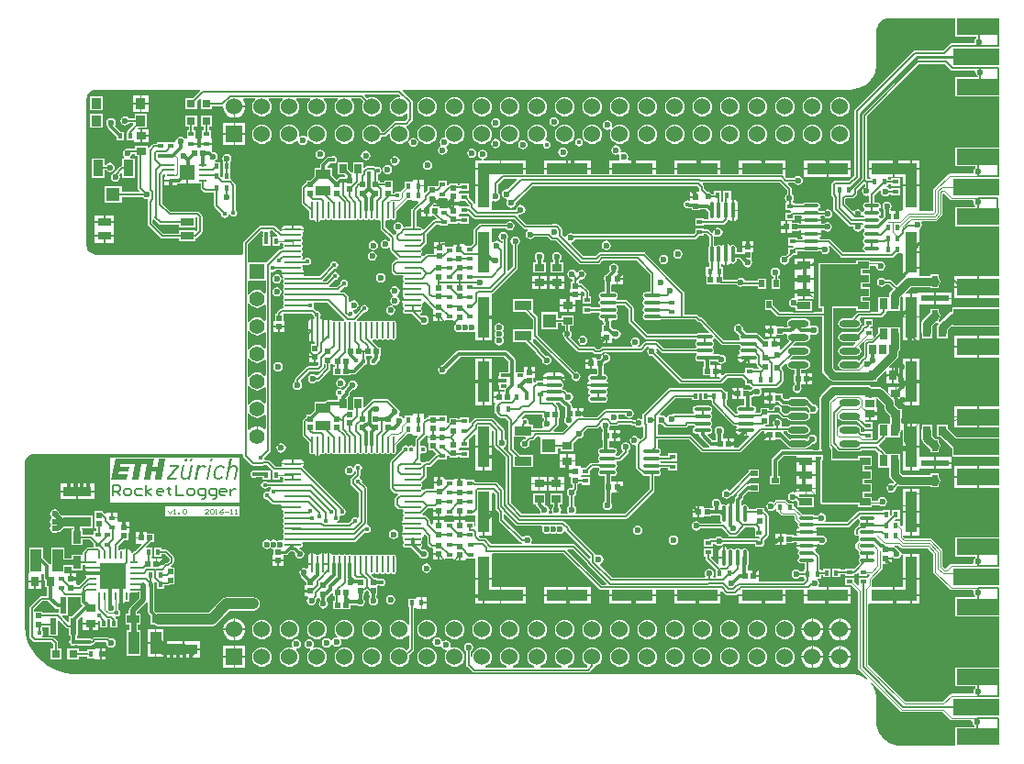
<source format=gtl>
G04 Layer_Physical_Order=1*
G04 Layer_Color=255*
%FSLAX44Y44*%
%MOMM*%
G71*
G01*
G75*
%ADD10C,0.6000*%
%ADD11R,0.4500X0.5500*%
%ADD12R,0.5200X0.5200*%
%ADD13R,0.5500X0.4500*%
%ADD14R,0.9000X0.7000*%
%ADD15R,0.7000X0.9000*%
%ADD16R,0.6000X1.5000*%
%ADD17R,0.5200X0.5200*%
%ADD18R,2.6000X0.6000*%
%ADD19R,0.5000X1.0000*%
%ADD20R,4.2500X1.5000*%
%ADD21R,3.9500X1.5000*%
%ADD22R,0.6000X0.3500*%
%ADD23R,1.6000X0.9000*%
%ADD24R,1.3000X1.3000*%
%ADD25R,1.2700X0.7600*%
%ADD26R,0.9000X0.6500*%
%ADD27R,0.5000X0.6500*%
%ADD28R,0.9800X2.0800*%
%ADD29O,1.5000X0.4000*%
%ADD30O,0.3990X1.5000*%
%ADD31R,0.8000X0.8000*%
%ADD32R,2.4500X2.4500*%
%ADD33O,0.2500X0.8000*%
%ADD34O,0.8000X0.2500*%
%ADD35R,0.7500X0.2500*%
%ADD36R,1.3600X1.4600*%
%ADD37O,1.4000X0.3500*%
%ADD38O,1.5000X0.3990*%
%ADD39R,1.1430X0.7620*%
%ADD40R,0.7620X1.1430*%
%ADD41R,2.6000X0.9500*%
%ADD42R,1.0200X0.6600*%
%ADD43R,1.2700X0.6600*%
%ADD44R,0.7620X1.0000*%
%ADD45O,1.9000X0.6000*%
%ADD46R,0.6500X0.5000*%
%ADD47O,0.2500X1.5500*%
%ADD48O,1.5500X0.2500*%
%ADD49R,0.6500X0.9000*%
%ADD50R,1.3500X0.9500*%
%ADD51R,0.9000X1.0000*%
%ADD52R,0.9000X1.6000*%
%ADD53R,1.3000X1.3000*%
%ADD54R,0.8000X0.8000*%
%ADD55R,1.0000X4.1000*%
%ADD56R,4.1000X1.0000*%
%ADD57R,1.0000X3.8000*%
%ADD58R,3.8000X1.0000*%
%ADD59C,0.1250*%
%ADD60C,0.2000*%
%ADD61C,0.7500*%
%ADD62C,0.3000*%
%ADD63C,0.3500*%
%ADD64C,0.5000*%
%ADD65C,0.1500*%
%ADD66C,0.6500*%
%ADD67C,1.0000*%
%ADD68C,0.2540*%
%ADD69C,0.2500*%
%ADD70C,0.1200*%
%ADD71R,3.8100X3.9100*%
%ADD72C,1.4000*%
%ADD73R,1.4000X1.4000*%
%ADD74C,1.5240*%
%ADD75R,1.5240X1.5240*%
%ADD76C,0.4500*%
G36*
X972794Y1031239D02*
X974116Y1029516D01*
X975839Y1028194D01*
X977846Y1027362D01*
X980000Y1027079D01*
X982154Y1027362D01*
X984161Y1028194D01*
X985884Y1029516D01*
X986436Y1030235D01*
X987706Y1029804D01*
Y1015596D01*
X986436Y1015165D01*
X985884Y1015884D01*
X984161Y1017206D01*
X982154Y1018038D01*
X980000Y1018321D01*
X977846Y1018038D01*
X975839Y1017206D01*
X974116Y1015884D01*
X972794Y1014161D01*
X972764Y1014089D01*
X971494Y1014342D01*
Y1031059D01*
X972764Y1031311D01*
X972794Y1031239D01*
D02*
G37*
G36*
X1619628Y1323128D02*
X1620372Y1322631D01*
X1621250Y1322456D01*
X1641955D01*
X1642761Y1321474D01*
X1642667Y1321000D01*
X1642997Y1319342D01*
X1643936Y1317936D01*
X1644706Y1317421D01*
Y1316050D01*
X1624250D01*
Y1298550D01*
X1664941D01*
Y1251450D01*
X1624250D01*
Y1233950D01*
X1642706D01*
Y1232579D01*
X1641936Y1232064D01*
X1640997Y1230658D01*
X1640667Y1229000D01*
X1640780Y1228432D01*
X1639738Y1227162D01*
X1618714D01*
X1617983Y1227016D01*
X1617363Y1226602D01*
X1604148Y1213387D01*
X1603734Y1212767D01*
X1603588Y1212036D01*
Y1192827D01*
X1603173Y1192412D01*
X1591075D01*
X1590540Y1193460D01*
X1590540Y1193682D01*
Y1215750D01*
X1583000D01*
X1575460D01*
Y1194277D01*
X1575210Y1193390D01*
X1574323Y1193140D01*
X1570750D01*
Y1188000D01*
X1569250D01*
Y1193140D01*
X1564985D01*
X1564198Y1194136D01*
X1565003Y1195342D01*
X1565333Y1197000D01*
X1565003Y1198658D01*
X1564064Y1200064D01*
X1562658Y1201003D01*
X1561000Y1201333D01*
X1559342Y1201003D01*
X1557936Y1200064D01*
X1556997Y1198658D01*
X1556667Y1197000D01*
X1556997Y1195342D01*
X1557936Y1193936D01*
X1557941Y1193932D01*
Y1188500D01*
X1557941Y1188500D01*
X1558146Y1187472D01*
X1556284Y1185610D01*
X1554865Y1185987D01*
X1554413Y1186663D01*
X1553842Y1187044D01*
X1553822Y1187097D01*
Y1188403D01*
X1553842Y1188456D01*
X1554413Y1188837D01*
X1555076Y1189829D01*
X1555309Y1191000D01*
X1555076Y1192170D01*
X1554413Y1193163D01*
X1553842Y1193544D01*
X1553822Y1193597D01*
Y1194903D01*
X1553842Y1194956D01*
X1554413Y1195337D01*
X1555076Y1196329D01*
X1555309Y1197500D01*
X1555076Y1198671D01*
X1554413Y1199663D01*
X1553421Y1200326D01*
X1552250Y1200559D01*
X1549294D01*
Y1207050D01*
X1554152Y1211908D01*
X1555322Y1211282D01*
X1555167Y1210500D01*
X1555497Y1208842D01*
X1556436Y1207436D01*
X1557842Y1206497D01*
X1559500Y1206167D01*
X1561158Y1206497D01*
X1562564Y1207436D01*
X1563079Y1208206D01*
X1565000D01*
Y1207000D01*
X1573000D01*
Y1214000D01*
X1565000D01*
Y1212794D01*
X1563079D01*
X1562564Y1213564D01*
X1561158Y1214503D01*
X1560019Y1214730D01*
X1560144Y1216000D01*
X1562000D01*
Y1217206D01*
X1565000D01*
Y1216000D01*
X1573000D01*
Y1223000D01*
X1565000D01*
Y1221794D01*
X1562898D01*
X1562000Y1222692D01*
X1562000Y1224000D01*
X1563079Y1224460D01*
X1566750D01*
Y1231250D01*
X1544460D01*
Y1224460D01*
X1544921D01*
X1545450Y1224234D01*
X1545638Y1222830D01*
X1545102Y1222294D01*
X1542512D01*
X1542314Y1222492D01*
Y1280092D01*
X1590439Y1328217D01*
X1614539D01*
X1619628Y1323128D01*
D02*
G37*
G36*
X1573546Y882148D02*
X1574166Y881734D01*
X1574898Y881588D01*
X1598173D01*
X1603588Y876173D01*
Y859500D01*
X1603734Y858768D01*
X1604148Y858148D01*
X1618898Y843398D01*
X1619518Y842984D01*
X1620250Y842838D01*
X1639738D01*
X1640780Y841568D01*
X1640667Y841000D01*
X1640997Y839342D01*
X1641936Y837936D01*
X1642706Y837421D01*
Y836050D01*
X1624250D01*
Y818550D01*
X1664941D01*
Y771450D01*
X1624250D01*
Y753950D01*
X1642706D01*
Y752579D01*
X1641936Y752064D01*
X1640997Y750658D01*
X1640667Y749000D01*
X1640780Y748432D01*
X1639738Y747162D01*
X1620250D01*
X1619518Y747016D01*
X1618898Y746602D01*
X1612083Y739787D01*
X1577983D01*
X1543787Y773983D01*
Y829469D01*
X1544460Y830460D01*
X1566750D01*
Y838000D01*
Y845540D01*
X1547807D01*
X1547596Y845688D01*
X1546874Y846810D01*
X1546912Y847000D01*
Y852708D01*
X1556229Y862026D01*
X1556644Y862646D01*
X1556789Y863378D01*
Y866860D01*
X1559250D01*
Y872000D01*
X1560000D01*
Y872750D01*
X1565140D01*
Y873338D01*
X1566410Y873723D01*
X1566936Y872936D01*
X1568342Y871997D01*
X1570000Y871667D01*
X1571658Y871997D01*
X1573064Y872936D01*
X1574003Y874342D01*
X1574190Y875280D01*
X1575460Y875155D01*
Y854250D01*
X1582250D01*
Y876540D01*
X1575460D01*
Y876540D01*
X1574214Y876598D01*
X1574003Y877658D01*
X1573064Y879064D01*
X1571658Y880003D01*
X1571239Y880087D01*
X1569163Y882163D01*
X1568170Y882826D01*
X1568334Y884088D01*
X1571606D01*
X1573546Y882148D01*
D02*
G37*
G36*
X972794Y1056639D02*
X974116Y1054916D01*
X975839Y1053594D01*
X977846Y1052762D01*
X980000Y1052479D01*
X982154Y1052762D01*
X984161Y1053594D01*
X985884Y1054916D01*
X986436Y1055635D01*
X987706Y1055204D01*
Y1040996D01*
X986436Y1040565D01*
X985884Y1041284D01*
X984161Y1042606D01*
X982154Y1043438D01*
X980000Y1043721D01*
X977846Y1043438D01*
X975839Y1042606D01*
X974116Y1041284D01*
X972794Y1039561D01*
X972764Y1039489D01*
X971494Y1039742D01*
Y1056459D01*
X972764Y1056711D01*
X972794Y1056639D01*
D02*
G37*
G36*
X998582Y1170173D02*
X998096Y1169000D01*
X994000D01*
Y1161000D01*
X1001000D01*
Y1163088D01*
X1003512D01*
X1004124Y1161818D01*
X1003895Y1161476D01*
X1003701Y1160500D01*
X1003895Y1159525D01*
X1004203Y1159064D01*
X1003727Y1157892D01*
X1003640Y1157794D01*
X1002136D01*
X1001258Y1157620D01*
X1000514Y1157122D01*
X989253Y1145862D01*
X988250Y1145250D01*
Y1145250D01*
X988250Y1145250D01*
X971750D01*
X971494Y1146414D01*
Y1162250D01*
X983746Y1174502D01*
X984902Y1174391D01*
X985470Y1173265D01*
X985203Y1172866D01*
X984931Y1171500D01*
X985176Y1170270D01*
X985000Y1169000D01*
X985000D01*
Y1161000D01*
X992000D01*
Y1169000D01*
X992000Y1169000D01*
X991824Y1170270D01*
X992069Y1171500D01*
X991797Y1172866D01*
X991416Y1173436D01*
X992095Y1174706D01*
X994050D01*
X998582Y1170173D01*
D02*
G37*
G36*
X972794Y1005839D02*
X974116Y1004116D01*
X975839Y1002794D01*
X977846Y1001962D01*
X980000Y1001679D01*
X982154Y1001962D01*
X984161Y1002794D01*
X985884Y1004116D01*
X986436Y1004835D01*
X987706Y1004404D01*
Y992188D01*
X986436Y991686D01*
X984811Y992933D01*
X982490Y993895D01*
X980750Y994124D01*
Y984600D01*
X979250D01*
Y994124D01*
X977510Y993895D01*
X975189Y992933D01*
X973196Y991404D01*
X972764Y990841D01*
X971494Y991272D01*
Y1005658D01*
X972764Y1005911D01*
X972794Y1005839D01*
D02*
G37*
G36*
Y1107439D02*
X974116Y1105716D01*
X975839Y1104394D01*
X977846Y1103562D01*
X980000Y1103279D01*
X982154Y1103562D01*
X984161Y1104394D01*
X985884Y1105716D01*
X986436Y1106435D01*
X987706Y1106004D01*
Y1091796D01*
X986436Y1091365D01*
X985884Y1092084D01*
X984161Y1093406D01*
X982154Y1094238D01*
X980000Y1094521D01*
X977846Y1094238D01*
X975839Y1093406D01*
X974116Y1092084D01*
X972794Y1090361D01*
X972764Y1090289D01*
X971494Y1090542D01*
Y1107259D01*
X972764Y1107511D01*
X972794Y1107439D01*
D02*
G37*
G36*
Y1082039D02*
X974116Y1080316D01*
X975839Y1078994D01*
X977846Y1078162D01*
X980000Y1077879D01*
X982154Y1078162D01*
X984161Y1078994D01*
X985884Y1080316D01*
X986436Y1081035D01*
X987706Y1080604D01*
Y1066396D01*
X986436Y1065965D01*
X985884Y1066684D01*
X984161Y1068006D01*
X982154Y1068838D01*
X980000Y1069121D01*
X977846Y1068838D01*
X975839Y1068006D01*
X974116Y1066684D01*
X972794Y1064961D01*
X972764Y1064889D01*
X971494Y1065142D01*
Y1081859D01*
X972764Y1082111D01*
X972794Y1082039D01*
D02*
G37*
G36*
X1573457Y730773D02*
X1574077Y730359D01*
X1574809Y730213D01*
X1612083D01*
X1618898Y723398D01*
X1619518Y722984D01*
X1620250Y722838D01*
X1638737D01*
X1639780Y721568D01*
X1639667Y721000D01*
X1639997Y719342D01*
X1640936Y717936D01*
X1641706Y717421D01*
Y716050D01*
X1624250D01*
Y699059D01*
X1574000Y699059D01*
X1571740Y699059D01*
X1567308Y699940D01*
X1563133Y701670D01*
X1559376Y704180D01*
X1556180Y707376D01*
X1553670Y711133D01*
X1551940Y715308D01*
X1551059Y719740D01*
X1551059Y722000D01*
X1551059Y742000D01*
X1551044Y742075D01*
X1551055Y742150D01*
X1550959Y744110D01*
X1550903Y744330D01*
Y744557D01*
X1550139Y748402D01*
X1550023Y748680D01*
X1549965Y748976D01*
X1548464Y752598D01*
X1548297Y752849D01*
X1548182Y753127D01*
X1546003Y756387D01*
X1546019Y756415D01*
X1547606Y756625D01*
X1573457Y730773D01*
D02*
G37*
G36*
X987706Y1117196D02*
X986436Y1116765D01*
X985884Y1117484D01*
X984161Y1118806D01*
X982154Y1119638D01*
X980000Y1119921D01*
X977846Y1119638D01*
X975839Y1118806D01*
X974116Y1117484D01*
X972794Y1115761D01*
X972764Y1115689D01*
X971494Y1115942D01*
Y1127586D01*
X971750Y1128750D01*
X987706D01*
Y1117196D01*
D02*
G37*
G36*
X1540706Y1217188D02*
Y1215076D01*
X1540342Y1215003D01*
X1538936Y1214064D01*
X1537997Y1212658D01*
X1537667Y1211000D01*
X1537997Y1209342D01*
X1538936Y1207936D01*
X1540342Y1206997D01*
X1542000Y1206667D01*
X1543436Y1206952D01*
X1544706Y1206285D01*
Y1200559D01*
X1541750D01*
X1540579Y1200326D01*
X1539587Y1199663D01*
X1538924Y1198671D01*
X1538691Y1197500D01*
X1538924Y1196329D01*
X1539587Y1195337D01*
X1540158Y1194956D01*
X1540178Y1194903D01*
Y1193597D01*
X1540158Y1193544D01*
X1539587Y1193163D01*
X1539056Y1192368D01*
X1538191Y1192191D01*
X1537637Y1192207D01*
X1537064Y1193064D01*
X1535658Y1194003D01*
X1534000Y1194333D01*
X1532342Y1194003D01*
X1530936Y1193064D01*
X1530716Y1192735D01*
X1529452Y1192610D01*
X1522544Y1199518D01*
Y1203550D01*
X1523450Y1204456D01*
X1529500D01*
X1530378Y1204631D01*
X1531122Y1205128D01*
X1532872Y1206878D01*
X1533369Y1207622D01*
X1533544Y1208500D01*
Y1211822D01*
X1539436Y1217714D01*
X1540706Y1217188D01*
D02*
G37*
G36*
X1624250Y1353950D02*
X1643706D01*
Y1352579D01*
X1642936Y1352064D01*
X1641997Y1350658D01*
X1641667Y1349000D01*
X1641761Y1348526D01*
X1640955Y1347544D01*
X1620250D01*
X1619372Y1347369D01*
X1618628Y1346872D01*
X1612570Y1340814D01*
X1586398D01*
X1585520Y1340639D01*
X1584776Y1340142D01*
X1531358Y1286724D01*
X1530860Y1285980D01*
X1530686Y1285102D01*
Y1225408D01*
X1525822Y1220544D01*
X1513000D01*
X1512122Y1220369D01*
X1511378Y1219872D01*
X1510128Y1218622D01*
X1509631Y1217878D01*
X1509456Y1217000D01*
Y1207750D01*
X1509631Y1206872D01*
X1510128Y1206128D01*
X1511456Y1204800D01*
Y1194154D01*
X1511631Y1193276D01*
X1512128Y1192532D01*
X1525532Y1179128D01*
X1526276Y1178631D01*
X1527154Y1178456D01*
X1529292D01*
X1529667Y1178000D01*
X1529997Y1176342D01*
X1530936Y1174936D01*
X1532342Y1173997D01*
X1534000Y1173667D01*
X1535658Y1173997D01*
X1537064Y1174936D01*
X1537866Y1176136D01*
X1538751Y1176309D01*
X1539287Y1176286D01*
X1539587Y1175837D01*
X1540158Y1175456D01*
X1540178Y1175403D01*
Y1174097D01*
X1540158Y1174044D01*
X1539587Y1173663D01*
X1538924Y1172671D01*
X1538691Y1171500D01*
X1538924Y1170330D01*
X1539587Y1169337D01*
X1540158Y1168956D01*
X1540178Y1168903D01*
Y1167597D01*
X1540158Y1167544D01*
X1539587Y1167163D01*
X1538924Y1166171D01*
X1538691Y1165000D01*
X1538924Y1163829D01*
X1539587Y1162837D01*
X1540158Y1162456D01*
X1540178Y1162403D01*
Y1161097D01*
X1540158Y1161044D01*
X1539587Y1160663D01*
X1538924Y1159670D01*
X1538691Y1158500D01*
X1538924Y1157329D01*
X1539587Y1156337D01*
X1540579Y1155674D01*
X1541132Y1155564D01*
X1541007Y1154294D01*
X1520950D01*
X1509122Y1166122D01*
X1508378Y1166619D01*
X1507500Y1166794D01*
X1499215D01*
X1498830Y1168064D01*
X1499343Y1168407D01*
X1500291Y1169826D01*
X1500475Y1170750D01*
X1491000D01*
X1481525D01*
X1481709Y1169826D01*
X1482657Y1168407D01*
X1483170Y1168064D01*
X1482785Y1166794D01*
X1478000D01*
Y1168000D01*
X1470000D01*
Y1161000D01*
X1474388D01*
X1474806Y1159793D01*
X1474120Y1159000D01*
X1470000D01*
Y1154244D01*
X1467408Y1151653D01*
X1466500Y1151833D01*
X1464842Y1151503D01*
X1463436Y1150564D01*
X1462497Y1149158D01*
X1462167Y1147500D01*
X1462497Y1145842D01*
X1463436Y1144436D01*
X1464842Y1143497D01*
X1466500Y1143167D01*
X1468158Y1143497D01*
X1469564Y1144436D01*
X1470503Y1145842D01*
X1470833Y1147500D01*
X1470653Y1148408D01*
X1474244Y1152000D01*
X1478000D01*
Y1155706D01*
X1484532D01*
X1484579Y1155674D01*
X1485750Y1155441D01*
X1496250D01*
X1497421Y1155674D01*
X1498217Y1156206D01*
X1499825D01*
X1499997Y1155342D01*
X1500936Y1153936D01*
X1502342Y1152997D01*
X1504000Y1152667D01*
X1505658Y1152997D01*
X1507064Y1153936D01*
X1508003Y1155342D01*
X1508333Y1157000D01*
X1508003Y1158658D01*
X1507403Y1159556D01*
X1508390Y1160366D01*
X1518378Y1150378D01*
X1519122Y1149881D01*
X1520000Y1149706D01*
X1565500D01*
X1566378Y1149881D01*
X1567122Y1150378D01*
X1570244Y1153500D01*
X1574500D01*
X1575460Y1152752D01*
Y1133460D01*
X1577886D01*
X1578271Y1132190D01*
X1577395Y1131605D01*
X1570017Y1124227D01*
X1565622Y1128622D01*
X1564878Y1129119D01*
X1564000Y1129294D01*
X1559579D01*
X1559064Y1130064D01*
X1557658Y1131003D01*
X1556000Y1131333D01*
X1554342Y1131003D01*
X1552936Y1130064D01*
X1551997Y1128658D01*
X1551667Y1127000D01*
X1551997Y1125342D01*
X1552936Y1123936D01*
X1554342Y1122997D01*
X1556000Y1122667D01*
X1557658Y1122997D01*
X1559064Y1123936D01*
X1559579Y1124706D01*
X1563050D01*
X1566773Y1120983D01*
X1564476Y1118686D01*
X1563371Y1117032D01*
X1562983Y1115081D01*
Y1114410D01*
X1562981Y1113141D01*
X1561713Y1113141D01*
X1552861D01*
Y1100641D01*
X1552932D01*
X1553611Y1099371D01*
X1553560Y1099294D01*
X1535266D01*
X1534388Y1099119D01*
X1533644Y1098622D01*
X1528405Y1093383D01*
X1520000D01*
X1518342Y1093053D01*
X1516936Y1092114D01*
X1515997Y1090708D01*
X1515667Y1089050D01*
X1515997Y1087392D01*
X1516936Y1085986D01*
X1518342Y1085047D01*
X1520000Y1084717D01*
X1533000D01*
X1534658Y1085047D01*
X1536064Y1085986D01*
X1537003Y1087392D01*
X1537333Y1089050D01*
X1537003Y1090708D01*
X1536064Y1092114D01*
X1535678Y1092372D01*
X1535546Y1093713D01*
X1536474Y1094706D01*
X1555776D01*
X1556654Y1094881D01*
X1557398Y1095378D01*
X1559639Y1097618D01*
X1560136Y1098362D01*
X1560310Y1099240D01*
Y1099743D01*
X1561208Y1100641D01*
X1563021Y1100641D01*
X1564251Y1100641D01*
X1573141D01*
Y1106700D01*
X1573179Y1106891D01*
Y1112969D01*
X1574287Y1114077D01*
X1575460Y1113591D01*
Y1095750D01*
X1582250D01*
Y1116540D01*
X1578409D01*
X1577923Y1117713D01*
X1583112Y1122902D01*
X1601250D01*
Y1121750D01*
X1608750D01*
Y1124613D01*
X1609710Y1126049D01*
X1610098Y1128000D01*
X1609710Y1129951D01*
X1608750Y1131388D01*
Y1134250D01*
X1601250D01*
Y1133098D01*
X1591660D01*
X1590540Y1133460D01*
X1590540Y1134368D01*
Y1154250D01*
X1583000D01*
Y1155750D01*
X1590540D01*
Y1175973D01*
X1590658Y1175997D01*
X1592064Y1176936D01*
X1593003Y1178342D01*
X1593333Y1180000D01*
X1593003Y1181658D01*
X1592562Y1182318D01*
X1593241Y1183588D01*
X1606035D01*
X1606767Y1183734D01*
X1607387Y1184148D01*
X1611852Y1188613D01*
X1612266Y1189233D01*
X1612412Y1189965D01*
Y1208089D01*
X1613682Y1208615D01*
X1618898Y1203398D01*
X1619518Y1202984D01*
X1620250Y1202838D01*
X1639738D01*
X1640780Y1201568D01*
X1640667Y1201000D01*
X1640997Y1199342D01*
X1641936Y1197936D01*
X1642956Y1197254D01*
Y1196050D01*
X1624250D01*
Y1178550D01*
X1664941D01*
Y1132740D01*
X1646000D01*
Y1122700D01*
Y1112660D01*
X1664941D01*
Y1103750D01*
X1621250D01*
Y1099949D01*
X1620049Y1099710D01*
X1618395Y1098605D01*
X1610020Y1090230D01*
X1608750Y1090756D01*
Y1092613D01*
X1609710Y1094049D01*
X1610098Y1096000D01*
X1609710Y1097951D01*
X1608750Y1099388D01*
Y1102250D01*
X1601250D01*
Y1099460D01*
X1594395Y1092605D01*
X1593290Y1090951D01*
X1592902Y1089000D01*
Y1081000D01*
X1593250Y1079251D01*
Y1075250D01*
X1602750D01*
Y1079251D01*
X1603098Y1081000D01*
Y1086888D01*
X1605960Y1089750D01*
X1607744D01*
X1608192Y1088961D01*
X1608312Y1088480D01*
X1607290Y1086951D01*
X1607250Y1086750D01*
X1607250D01*
Y1086749D01*
X1606902Y1085000D01*
Y1081000D01*
X1607250Y1079251D01*
Y1075250D01*
X1616750D01*
Y1079251D01*
X1617098Y1081000D01*
Y1082888D01*
X1620085Y1085875D01*
X1621250Y1086250D01*
Y1086250D01*
X1621250Y1086250D01*
X1664941D01*
Y1077340D01*
X1646000D01*
Y1067300D01*
Y1057260D01*
X1664941D01*
Y1012740D01*
X1646000D01*
Y1002700D01*
Y992660D01*
X1664941D01*
Y983750D01*
X1625460D01*
X1616750Y992460D01*
Y995750D01*
X1607250D01*
Y991749D01*
X1606902Y990000D01*
X1607250Y988251D01*
Y984250D01*
X1610540D01*
X1621250Y973540D01*
Y966516D01*
X1620839Y965951D01*
X1620274Y965540D01*
X1605750D01*
Y960750D01*
X1620540D01*
Y965274D01*
X1620951Y965839D01*
X1621516Y966250D01*
X1664941D01*
Y957340D01*
X1646000D01*
Y947300D01*
Y937260D01*
X1664941D01*
Y891450D01*
X1624250D01*
Y873950D01*
X1642706D01*
Y872579D01*
X1641936Y872064D01*
X1640997Y870658D01*
X1640667Y869000D01*
X1640780Y868432D01*
X1639738Y867162D01*
X1620250D01*
X1619518Y867016D01*
X1618898Y866602D01*
X1615208Y862912D01*
X1614327D01*
X1612412Y864827D01*
Y879035D01*
X1612266Y879767D01*
X1611852Y880387D01*
X1602387Y889852D01*
X1601767Y890266D01*
X1601035Y890412D01*
X1577760D01*
X1575982Y892190D01*
X1576082Y893460D01*
X1582250D01*
Y914250D01*
X1575460D01*
Y902040D01*
X1574190Y901514D01*
X1572753Y902951D01*
Y906681D01*
X1568242D01*
X1567768Y907790D01*
X1568503Y908681D01*
X1572753D01*
Y916681D01*
X1565753D01*
Y912431D01*
X1564862Y911696D01*
X1563752Y912170D01*
Y916681D01*
X1556752D01*
Y915975D01*
X1535753D01*
X1534875Y915800D01*
X1534130Y915303D01*
X1524302Y905475D01*
X1504333D01*
X1504156Y905696D01*
X1503770Y906745D01*
X1504503Y907842D01*
X1504833Y909500D01*
X1504503Y911158D01*
X1503564Y912564D01*
X1502158Y913503D01*
X1500500Y913833D01*
X1498842Y913503D01*
X1497436Y912564D01*
X1496921Y911794D01*
X1494216D01*
X1493421Y912326D01*
X1492250Y912559D01*
X1483145D01*
X1476352Y919352D01*
X1475732Y919766D01*
X1475000Y919912D01*
Y923000D01*
X1470204D01*
X1467852Y925352D01*
X1467232Y925766D01*
X1466500Y925912D01*
X1459000D01*
X1458268Y925766D01*
X1457648Y925352D01*
X1456043Y923746D01*
X1455658Y924003D01*
X1454000Y924333D01*
X1452342Y924003D01*
X1450936Y923064D01*
X1449997Y921658D01*
X1449667Y920000D01*
X1449997Y918342D01*
X1450936Y916936D01*
X1452342Y915997D01*
X1454000Y915667D01*
X1455658Y915997D01*
X1457064Y916936D01*
X1457730Y917933D01*
X1459000Y917547D01*
Y915000D01*
X1460688D01*
X1460734Y914768D01*
X1461148Y914148D01*
X1463023Y912273D01*
X1463643Y911859D01*
X1464375Y911713D01*
X1474583D01*
X1475966Y910331D01*
Y908179D01*
X1476111Y907448D01*
X1476526Y906827D01*
X1479028Y904325D01*
X1478924Y904171D01*
X1478691Y903000D01*
X1478924Y901830D01*
X1479587Y900837D01*
Y900214D01*
X1478657Y899593D01*
X1477709Y898174D01*
X1477525Y897250D01*
X1487000D01*
X1496475D01*
X1496291Y898174D01*
X1495343Y899593D01*
X1495307Y899617D01*
X1495693Y900887D01*
X1525253D01*
X1526130Y901061D01*
X1526875Y901559D01*
X1533714Y908398D01*
X1535131Y908019D01*
X1535587Y907337D01*
X1536158Y906956D01*
X1536178Y906903D01*
Y905597D01*
X1536158Y905544D01*
X1535587Y905163D01*
X1534924Y904171D01*
X1534691Y903000D01*
X1534759Y902661D01*
X1534223Y902303D01*
X1531880Y899960D01*
X1531383Y899215D01*
X1531208Y898337D01*
Y895024D01*
X1531383Y894146D01*
X1531880Y893402D01*
X1532625Y892904D01*
X1533503Y892730D01*
X1534380Y892904D01*
X1534908Y893257D01*
X1534929Y893250D01*
X1535099Y892969D01*
X1535344Y891798D01*
X1534924Y891171D01*
X1534691Y890000D01*
X1534704Y889935D01*
X1534871Y888673D01*
X1534251Y888259D01*
X1532526Y886534D01*
X1532111Y885914D01*
X1531966Y885182D01*
Y882179D01*
X1532111Y881448D01*
X1532526Y880827D01*
X1535028Y878325D01*
X1534924Y878170D01*
X1534691Y877000D01*
X1534924Y875829D01*
X1535587Y874837D01*
X1536158Y874456D01*
X1536178Y874403D01*
Y873097D01*
X1536158Y873044D01*
X1535587Y872663D01*
X1534924Y871671D01*
X1534691Y870500D01*
X1534924Y869330D01*
X1535587Y868337D01*
X1535661Y867587D01*
X1531577Y863503D01*
X1530500Y863000D01*
Y863000D01*
X1530500Y863000D01*
X1522500D01*
Y861794D01*
X1517753D01*
Y862681D01*
X1510753D01*
Y854681D01*
X1517753D01*
Y857206D01*
X1522500D01*
Y856000D01*
X1530500D01*
Y857206D01*
X1530818D01*
X1531696Y857381D01*
X1532440Y857878D01*
X1533827Y859264D01*
X1535000Y858778D01*
Y856000D01*
X1543000D01*
Y857588D01*
X1544725D01*
X1545211Y856415D01*
X1543648Y854852D01*
X1543000Y854000D01*
X1535000D01*
Y847625D01*
X1533730Y847099D01*
X1530500Y850329D01*
Y854000D01*
X1522500D01*
Y847000D01*
X1528421D01*
X1534213Y841208D01*
Y770809D01*
X1534359Y770078D01*
X1534773Y769457D01*
X1542625Y761606D01*
X1542415Y760019D01*
X1542387Y760003D01*
X1539127Y762181D01*
X1538849Y762297D01*
X1538598Y762464D01*
X1534976Y763965D01*
X1534681Y764023D01*
X1534402Y764139D01*
X1530557Y764904D01*
X1530330D01*
X1530110Y764959D01*
X1528150Y765055D01*
X1528075Y765044D01*
X1528000Y765059D01*
X812794Y765059D01*
X809665Y765059D01*
X803461Y765875D01*
X797416Y767495D01*
X791635Y769890D01*
X786215Y773019D01*
X781251Y776829D01*
X776826Y781255D01*
X773016Y786220D01*
X769888Y791639D01*
X767494Y797421D01*
X765874Y803466D01*
X765058Y809670D01*
X765059Y812800D01*
X765059Y812800D01*
X765059Y812800D01*
X765059Y958850D01*
X765058Y958851D01*
X765059Y958852D01*
X765058Y959802D01*
X765427Y961665D01*
X766153Y963420D01*
X767208Y964999D01*
X768551Y966342D01*
X770130Y967397D01*
X771885Y968123D01*
X773748Y968492D01*
X774698Y968491D01*
X774699Y968492D01*
X774700Y968491D01*
X965200Y968491D01*
X965636Y968578D01*
X966906Y967671D01*
Y966800D01*
X967080Y965922D01*
X967578Y965178D01*
X974378Y958378D01*
X975122Y957880D01*
X976000Y957706D01*
X984636D01*
X985514Y957880D01*
X985998Y958204D01*
X988916D01*
X993227Y953893D01*
X994000Y953000D01*
X994000D01*
X994000Y953000D01*
Y945000D01*
X1001000D01*
Y947088D01*
X1003512D01*
X1004124Y945818D01*
X1003895Y945476D01*
X1003701Y944500D01*
X1003888Y943562D01*
X1003894Y943522D01*
X1003191Y942292D01*
X989675D01*
X989521Y942522D01*
X988364Y943295D01*
X986998Y943567D01*
X985632Y943295D01*
X984475Y942522D01*
X983701Y941364D01*
X983429Y939998D01*
X983701Y938633D01*
X984475Y937475D01*
X985632Y936701D01*
X986998Y936430D01*
X988364Y936701D01*
X989521Y937475D01*
X989675Y937704D01*
X991958D01*
X992314Y936894D01*
X992417Y936434D01*
X991703Y935366D01*
X991431Y934000D01*
X990366Y933297D01*
X989000Y933569D01*
X987634Y933297D01*
X986477Y932523D01*
X985703Y931366D01*
X985431Y930000D01*
X985703Y928634D01*
X986477Y927477D01*
X987634Y926703D01*
X989000Y926431D01*
X989270Y926485D01*
X992878Y922878D01*
X993622Y922381D01*
X994500Y922206D01*
X1002012D01*
X1002701Y921163D01*
X1002671Y920936D01*
X1002535Y920250D01*
X1012750D01*
Y918750D01*
X1002535D01*
X1002680Y918021D01*
X1003518Y916768D01*
X1003656Y916675D01*
X1003895Y915475D01*
X1003701Y914500D01*
X1003895Y913525D01*
X1004448Y912698D01*
Y911302D01*
X1003895Y910475D01*
X1003701Y909500D01*
X1003895Y908525D01*
X1004448Y907698D01*
Y906302D01*
X1003895Y905475D01*
X1003701Y904500D01*
X1003895Y903525D01*
X1004448Y902698D01*
Y901302D01*
X1003895Y900475D01*
X1003701Y899500D01*
X1003895Y898525D01*
X1004448Y897698D01*
Y896302D01*
X1003895Y895476D01*
X1003701Y894500D01*
X1003895Y893525D01*
X1004448Y892698D01*
Y891302D01*
X1003895Y890475D01*
X1003701Y889500D01*
X1002554Y888756D01*
X1002408Y888853D01*
X1000750Y889183D01*
X999092Y888853D01*
X997987Y888115D01*
X996658Y889003D01*
X995000Y889333D01*
X993342Y889003D01*
X992000Y888107D01*
X990658Y889003D01*
X989000Y889333D01*
X987342Y889003D01*
X985936Y888064D01*
X984997Y886658D01*
X984667Y885000D01*
X984997Y883342D01*
X985936Y881936D01*
X987342Y880997D01*
X989000Y880667D01*
X990658Y880997D01*
X992000Y881893D01*
X993342Y880997D01*
X995000Y880667D01*
X995150Y880544D01*
Y875140D01*
X993860D01*
Y870750D01*
X999000D01*
X1004140D01*
Y875140D01*
X1005281Y875451D01*
X1006250D01*
X1007225Y875645D01*
X1008052Y876198D01*
X1010306Y878451D01*
X1012944D01*
X1014788Y876608D01*
X1014667Y876000D01*
X1014997Y874342D01*
X1015936Y872936D01*
X1017342Y871997D01*
X1019000Y871667D01*
X1020658Y871997D01*
X1022064Y872936D01*
X1023003Y874342D01*
X1023333Y876000D01*
X1023003Y877658D01*
X1022064Y879064D01*
X1020658Y880003D01*
X1019000Y880333D01*
X1018712Y880681D01*
X1019250Y881951D01*
X1020225Y882145D01*
X1021052Y882698D01*
X1021605Y883525D01*
X1021799Y884500D01*
X1021605Y885475D01*
X1021297Y885936D01*
X1021773Y887108D01*
X1021860Y887206D01*
X1069500D01*
X1070378Y887381D01*
X1071122Y887878D01*
X1079221Y895976D01*
X1079632Y895701D01*
X1080998Y895430D01*
X1082364Y895701D01*
X1083521Y896475D01*
X1084295Y897633D01*
X1084566Y898998D01*
X1084295Y900364D01*
X1083521Y901522D01*
X1082364Y902295D01*
X1081961Y902375D01*
X1081369Y903776D01*
X1081544Y904654D01*
Y936750D01*
X1081369Y937628D01*
X1080872Y938372D01*
X1076515Y942730D01*
X1076569Y943000D01*
X1076297Y944366D01*
X1075523Y945523D01*
X1074730Y946053D01*
X1074372Y947492D01*
X1074622Y947742D01*
X1075119Y948486D01*
X1075294Y949364D01*
Y953323D01*
X1075523Y953477D01*
X1076297Y954634D01*
X1076569Y956000D01*
X1076297Y957366D01*
X1075523Y958523D01*
X1074366Y959297D01*
X1073000Y959569D01*
X1071634Y959297D01*
X1070477Y958523D01*
X1069703Y957366D01*
X1069477Y956230D01*
X1068745Y955915D01*
X1068205Y955848D01*
X1068062Y956062D01*
X1066656Y957001D01*
X1064998Y957331D01*
X1063340Y957001D01*
X1061934Y956062D01*
X1060994Y954656D01*
X1060665Y952998D01*
X1060994Y951340D01*
X1061934Y949934D01*
X1063340Y948995D01*
X1064998Y948665D01*
X1066656Y948995D01*
X1068062Y949934D01*
X1069001Y951340D01*
X1069087Y951772D01*
X1069637Y952247D01*
X1070514Y952432D01*
X1070614Y952343D01*
X1070706Y952166D01*
Y950314D01*
X1066878Y946486D01*
X1066380Y945742D01*
X1066206Y944864D01*
Y941136D01*
X1066380Y940258D01*
X1066878Y939514D01*
X1073706Y932686D01*
Y910040D01*
X1072889Y909683D01*
X1072436Y909582D01*
X1071366Y910297D01*
X1070000Y910569D01*
X1068634Y910297D01*
X1067477Y909523D01*
X1066703Y908366D01*
X1066431Y907000D01*
X1066485Y906730D01*
X1064550Y904794D01*
X1053292D01*
X1053167Y906064D01*
X1053866Y906203D01*
X1055023Y906977D01*
X1055797Y908134D01*
X1056069Y909500D01*
X1055828Y910712D01*
X1056257Y911240D01*
X1056786Y911671D01*
X1057998Y911430D01*
X1059363Y911701D01*
X1060521Y912475D01*
X1061295Y913633D01*
X1061566Y914998D01*
X1061295Y916364D01*
X1060521Y917522D01*
X1060138Y917778D01*
X1060117Y917880D01*
X1059620Y918624D01*
X1022595Y955649D01*
X1021982Y956768D01*
X1022820Y958021D01*
X1022965Y958750D01*
X1012750D01*
X1002535D01*
X1002671Y958064D01*
X1002701Y957837D01*
X1002012Y956794D01*
X996814D01*
X991488Y962120D01*
X990744Y962618D01*
X989866Y962792D01*
X987145D01*
X986382Y964062D01*
X986569Y965000D01*
X986515Y965270D01*
X991622Y970378D01*
X992120Y971122D01*
X992294Y972000D01*
Y1135519D01*
X993564Y1136518D01*
X994000Y1136431D01*
X995366Y1136703D01*
X996523Y1137477D01*
X997011Y1138206D01*
X1002012D01*
X1002701Y1137163D01*
X1002671Y1136936D01*
X1002535Y1136250D01*
X1012750D01*
X1022965D01*
X1022820Y1136979D01*
X1021982Y1138232D01*
X1021843Y1138325D01*
X1021605Y1139525D01*
X1021799Y1140500D01*
X1021605Y1141476D01*
X1021297Y1141936D01*
X1021773Y1143108D01*
X1021860Y1143206D01*
X1023882D01*
X1024634Y1142703D01*
X1026000Y1142431D01*
X1027366Y1142703D01*
X1028523Y1143477D01*
X1029297Y1144634D01*
X1029569Y1146000D01*
X1029297Y1147366D01*
X1028523Y1148523D01*
X1027366Y1149297D01*
X1026000Y1149569D01*
X1024634Y1149297D01*
X1023477Y1148523D01*
X1023064Y1147906D01*
X1021805Y1147855D01*
X1021772Y1147892D01*
X1021297Y1149064D01*
X1021605Y1149525D01*
X1021799Y1150500D01*
X1021605Y1151476D01*
X1021052Y1152302D01*
Y1153698D01*
X1021605Y1154525D01*
X1021799Y1155500D01*
X1021605Y1156476D01*
X1021052Y1157302D01*
Y1158698D01*
X1021605Y1159525D01*
X1021799Y1160500D01*
X1021605Y1161476D01*
X1021052Y1162302D01*
Y1163698D01*
X1021605Y1164525D01*
X1021799Y1165500D01*
X1021605Y1166476D01*
X1021052Y1167302D01*
Y1168698D01*
X1021605Y1169525D01*
X1021799Y1170500D01*
X1021605Y1171476D01*
X1021843Y1172675D01*
X1021982Y1172768D01*
X1022820Y1174021D01*
X1022965Y1174750D01*
X1012750D01*
X1002535D01*
X1002596Y1174445D01*
X1001425Y1173819D01*
X996622Y1178622D01*
X995878Y1179119D01*
X995000Y1179294D01*
X983000D01*
X982122Y1179119D01*
X981378Y1178622D01*
X967578Y1164822D01*
X967080Y1164078D01*
X966906Y1163200D01*
Y1153229D01*
X965636Y1152322D01*
X965200Y1152409D01*
X831850Y1152409D01*
X831850Y1152409D01*
X831849Y1152409D01*
X830900Y1152409D01*
X829037Y1152779D01*
X827282Y1153505D01*
X825704Y1154560D01*
X824361Y1155903D01*
X823305Y1157483D01*
X822579Y1159237D01*
X822208Y1161100D01*
X822209Y1162049D01*
X822209Y1162050D01*
X822209Y1162050D01*
X822208Y1295388D01*
X822215Y1296327D01*
X822600Y1298187D01*
X823340Y1299936D01*
X824407Y1301507D01*
X825761Y1302839D01*
X827348Y1303882D01*
X829109Y1304594D01*
X830975Y1304949D01*
X831924Y1304942D01*
X831937Y1304944D01*
X831950Y1304941D01*
X926901D01*
X927427Y1303671D01*
X921006Y1297250D01*
X913750D01*
Y1286750D01*
X924250D01*
Y1294006D01*
X926480Y1296236D01*
X927750Y1295710D01*
Y1286750D01*
X938250D01*
Y1289706D01*
X947408D01*
X948130Y1289309D01*
X948665Y1288575D01*
X948951Y1286398D01*
X949975Y1283926D01*
X951604Y1281804D01*
X953726Y1280175D01*
X956198Y1279152D01*
X958100Y1278901D01*
Y1289050D01*
X958850D01*
Y1289800D01*
X968999D01*
X968748Y1291702D01*
X967725Y1294174D01*
X966818Y1295356D01*
X967444Y1296626D01*
X977577D01*
X977846Y1295835D01*
X977908Y1295356D01*
X976502Y1293523D01*
X975608Y1291366D01*
X975303Y1289050D01*
X975608Y1286734D01*
X976502Y1284577D01*
X977924Y1282724D01*
X979777Y1281302D01*
X981935Y1280408D01*
X984250Y1280103D01*
X986565Y1280408D01*
X988723Y1281302D01*
X990576Y1282724D01*
X991998Y1284577D01*
X992892Y1286734D01*
X993196Y1289050D01*
X992892Y1291366D01*
X991998Y1293523D01*
X990592Y1295356D01*
X990655Y1295835D01*
X990923Y1296626D01*
X1002977D01*
X1003245Y1295835D01*
X1003308Y1295356D01*
X1001902Y1293523D01*
X1001008Y1291366D01*
X1000704Y1289050D01*
X1001008Y1286734D01*
X1001902Y1284577D01*
X1003324Y1282724D01*
X1005177Y1281302D01*
X1007335Y1280408D01*
X1009650Y1280103D01*
X1011965Y1280408D01*
X1014123Y1281302D01*
X1015976Y1282724D01*
X1017398Y1284577D01*
X1018292Y1286734D01*
X1018596Y1289050D01*
X1018292Y1291366D01*
X1017398Y1293523D01*
X1015992Y1295356D01*
X1016055Y1295835D01*
X1016323Y1296626D01*
X1028377D01*
X1028645Y1295835D01*
X1028708Y1295356D01*
X1027302Y1293523D01*
X1026408Y1291366D01*
X1026104Y1289050D01*
X1026408Y1286734D01*
X1027302Y1284577D01*
X1028724Y1282724D01*
X1030577Y1281302D01*
X1032735Y1280408D01*
X1035050Y1280103D01*
X1037365Y1280408D01*
X1039523Y1281302D01*
X1041376Y1282724D01*
X1042798Y1284577D01*
X1043692Y1286734D01*
X1043997Y1289050D01*
X1043692Y1291366D01*
X1042798Y1293523D01*
X1041392Y1295356D01*
X1041454Y1295835D01*
X1041723Y1296626D01*
X1053777D01*
X1054045Y1295835D01*
X1054108Y1295356D01*
X1052702Y1293523D01*
X1051808Y1291366D01*
X1051504Y1289050D01*
X1051808Y1286734D01*
X1052702Y1284577D01*
X1054124Y1282724D01*
X1055977Y1281302D01*
X1058135Y1280408D01*
X1060450Y1280103D01*
X1062766Y1280408D01*
X1064923Y1281302D01*
X1066776Y1282724D01*
X1068198Y1284577D01*
X1069092Y1286734D01*
X1069397Y1289050D01*
X1069092Y1291366D01*
X1068198Y1293523D01*
X1066792Y1295356D01*
X1066854Y1295835D01*
X1067123Y1296626D01*
X1075030D01*
X1078115Y1293540D01*
X1078102Y1293523D01*
X1077208Y1291366D01*
X1076904Y1289050D01*
X1077208Y1286734D01*
X1078102Y1284577D01*
X1079524Y1282724D01*
X1081377Y1281302D01*
X1083534Y1280408D01*
X1085850Y1280103D01*
X1088166Y1280408D01*
X1090323Y1281302D01*
X1092176Y1282724D01*
X1093598Y1284577D01*
X1094492Y1286734D01*
X1094797Y1289050D01*
X1094492Y1291366D01*
X1093598Y1293523D01*
X1092176Y1295376D01*
X1090323Y1296798D01*
X1088166Y1297692D01*
X1085850Y1297997D01*
X1083534Y1297692D01*
X1081377Y1296798D01*
X1081359Y1296785D01*
X1078708Y1299436D01*
X1079234Y1300706D01*
X1110308D01*
X1111889Y1299126D01*
X1111519Y1298376D01*
X1111225Y1297993D01*
X1108934Y1297692D01*
X1106777Y1296798D01*
X1104924Y1295376D01*
X1103502Y1293523D01*
X1102608Y1291366D01*
X1102303Y1289050D01*
X1102608Y1286734D01*
X1103502Y1284577D01*
X1104924Y1282724D01*
X1106777Y1281302D01*
X1108934Y1280408D01*
X1111250Y1280103D01*
X1113566Y1280408D01*
X1115723Y1281302D01*
X1117556Y1282708D01*
X1118035Y1282646D01*
X1118826Y1282377D01*
Y1278070D01*
X1116570Y1275814D01*
X1107162D01*
X1106284Y1275639D01*
X1105539Y1275142D01*
X1096341Y1265944D01*
X1094494D01*
X1094492Y1265965D01*
X1093598Y1268123D01*
X1092176Y1269976D01*
X1090323Y1271398D01*
X1088166Y1272292D01*
X1085850Y1272597D01*
X1083534Y1272292D01*
X1081377Y1271398D01*
X1079524Y1269976D01*
X1078102Y1268123D01*
X1077208Y1265965D01*
X1076904Y1263650D01*
X1077208Y1261335D01*
X1078102Y1259177D01*
X1079524Y1257324D01*
X1081377Y1255902D01*
X1083534Y1255008D01*
X1085850Y1254704D01*
X1088166Y1255008D01*
X1090323Y1255902D01*
X1092176Y1257324D01*
X1093598Y1259177D01*
X1094492Y1261335D01*
X1094494Y1261356D01*
X1097292D01*
X1098170Y1261531D01*
X1098914Y1262028D01*
X1101174Y1264288D01*
X1101924Y1263919D01*
X1102307Y1263625D01*
X1102608Y1261335D01*
X1103502Y1259177D01*
X1104924Y1257324D01*
X1106777Y1255902D01*
X1108934Y1255008D01*
X1111250Y1254704D01*
X1113566Y1255008D01*
X1115723Y1255902D01*
X1117576Y1257324D01*
X1118998Y1259177D01*
X1119892Y1261335D01*
X1120197Y1263650D01*
X1119892Y1265965D01*
X1118998Y1268123D01*
X1117576Y1269976D01*
X1117502Y1270033D01*
X1117928Y1271307D01*
X1118398Y1271401D01*
X1119142Y1271898D01*
X1122742Y1275498D01*
X1123240Y1276242D01*
X1123414Y1277120D01*
Y1293138D01*
X1123240Y1294016D01*
X1122742Y1294760D01*
X1113831Y1303671D01*
X1114357Y1304941D01*
X1528000Y1304941D01*
X1528075Y1304956D01*
X1528150Y1304945D01*
X1530110Y1305041D01*
X1530330Y1305096D01*
X1530557D01*
X1534402Y1305861D01*
X1534681Y1305977D01*
X1534976Y1306035D01*
X1538598Y1307536D01*
X1538849Y1307703D01*
X1539127Y1307818D01*
X1542387Y1309996D01*
X1542600Y1310210D01*
X1542851Y1310377D01*
X1545623Y1313149D01*
X1545791Y1313400D01*
X1546004Y1313613D01*
X1548182Y1316873D01*
X1548297Y1317151D01*
X1548464Y1317401D01*
X1549965Y1321024D01*
X1550023Y1321319D01*
X1550139Y1321598D01*
X1550904Y1325443D01*
Y1325670D01*
X1550959Y1325890D01*
X1551055Y1327850D01*
X1551044Y1327925D01*
X1551059Y1328000D01*
X1551059Y1358000D01*
X1551059Y1359275D01*
X1551556Y1361775D01*
X1552531Y1364130D01*
X1553948Y1366250D01*
X1555750Y1368052D01*
X1557870Y1369469D01*
X1560225Y1370444D01*
X1562725Y1370941D01*
X1564000Y1370941D01*
X1624250Y1370941D01*
Y1353950D01*
D02*
G37*
%LPC*%
G36*
X1590540Y1239540D02*
X1583750D01*
Y1232750D01*
X1590540D01*
Y1239540D01*
X1590540D01*
Y1239540D01*
D02*
G37*
G36*
X1582250D02*
X1568250D01*
Y1232750D01*
X1582250D01*
Y1239540D01*
D02*
G37*
G36*
X1566750D02*
X1544460D01*
Y1232750D01*
X1566750D01*
Y1239540D01*
D02*
G37*
G36*
X1582250Y1231250D02*
X1568250D01*
Y1224460D01*
X1575460D01*
Y1217250D01*
X1582250D01*
Y1231250D01*
D02*
G37*
G36*
X1590540D02*
X1583750D01*
Y1217250D01*
X1590540D01*
Y1231250D01*
D02*
G37*
G36*
Y876540D02*
X1583750D01*
Y854250D01*
X1590540D01*
Y876540D01*
D02*
G37*
G36*
X1582250Y852750D02*
X1575460D01*
Y845540D01*
X1568250D01*
Y838750D01*
X1582250D01*
Y852750D01*
D02*
G37*
G36*
X1590540D02*
X1583750D01*
Y838750D01*
X1590540D01*
Y852750D01*
D02*
G37*
G36*
X1565140Y871250D02*
X1560750D01*
Y866860D01*
X1565140D01*
Y871250D01*
D02*
G37*
G36*
X1590540Y837250D02*
X1583750D01*
Y830460D01*
X1590540D01*
Y830460D01*
X1590540D01*
Y837250D01*
D02*
G37*
G36*
X1582250D02*
X1568250D01*
Y830460D01*
X1582250D01*
Y837250D01*
D02*
G37*
G36*
X872150Y896140D02*
X867760D01*
Y891750D01*
X872150D01*
Y896140D01*
D02*
G37*
G36*
X963547Y920448D02*
X895334D01*
Y910550D01*
X963547D01*
Y920448D01*
D02*
G37*
G36*
X851190Y914290D02*
X846650D01*
Y910250D01*
X851190D01*
Y914290D01*
D02*
G37*
G36*
X1331000Y902333D02*
X1329342Y902003D01*
X1327936Y901064D01*
X1326997Y899658D01*
X1326667Y898000D01*
X1326997Y896342D01*
X1327936Y894936D01*
X1329342Y893997D01*
X1331000Y893667D01*
X1332658Y893997D01*
X1334064Y894936D01*
X1335003Y896342D01*
X1335333Y898000D01*
X1335003Y899658D01*
X1334064Y901064D01*
X1332658Y902003D01*
X1331000Y902333D01*
D02*
G37*
G36*
X857650Y906140D02*
Y901750D01*
X862040D01*
Y906140D01*
X857650D01*
D02*
G37*
G36*
X1590540Y914250D02*
X1583750D01*
Y893460D01*
X1590540D01*
Y914250D01*
D02*
G37*
G36*
X1386250Y914250D02*
X1381860D01*
Y909860D01*
X1386250D01*
Y914250D01*
D02*
G37*
G36*
X1496475Y895750D02*
X1487000D01*
X1477525D01*
X1477709Y894826D01*
X1478041Y894329D01*
X1477362Y893059D01*
X1474850D01*
Y893850D01*
X1468140D01*
Y895140D01*
X1463750D01*
Y890000D01*
Y884860D01*
X1468140D01*
Y886150D01*
X1474850D01*
Y886941D01*
X1477362D01*
X1478041Y885671D01*
X1477709Y885174D01*
X1477525Y884250D01*
X1487000D01*
X1496475D01*
X1496340Y884926D01*
X1496793Y885825D01*
X1497109Y886235D01*
X1497716Y886265D01*
X1497936Y885936D01*
X1499342Y884997D01*
X1501000Y884667D01*
X1502658Y884997D01*
X1504064Y885936D01*
X1505003Y887342D01*
X1505333Y889000D01*
X1505003Y890658D01*
X1504064Y892064D01*
X1502658Y893003D01*
X1501000Y893333D01*
X1499620Y893059D01*
X1496638D01*
X1495959Y894329D01*
X1496291Y894826D01*
X1496475Y895750D01*
D02*
G37*
G36*
X1485549Y935984D02*
X1477409D01*
Y933357D01*
X1476139Y932678D01*
X1475655Y933002D01*
X1473997Y933331D01*
X1472339Y933002D01*
X1470933Y932062D01*
X1469994Y930656D01*
X1469664Y928998D01*
X1469994Y927340D01*
X1470933Y925934D01*
X1472339Y924995D01*
X1473997Y924665D01*
X1475655Y924995D01*
X1476995Y925890D01*
X1478699Y924186D01*
Y919651D01*
X1493899D01*
Y928751D01*
X1480623D01*
X1479750Y929624D01*
X1480276Y930894D01*
X1485549D01*
Y935984D01*
D02*
G37*
G36*
X1495189D02*
X1487049D01*
Y930894D01*
X1495189D01*
Y935984D01*
D02*
G37*
G36*
X1442750Y954250D02*
X1433750D01*
Y951994D01*
X1416297Y934541D01*
X1416064Y934564D01*
X1414658Y935503D01*
X1413000Y935833D01*
X1411342Y935503D01*
X1409936Y934564D01*
X1408997Y933158D01*
X1408667Y931500D01*
X1408997Y929842D01*
X1409936Y928436D01*
X1411342Y927497D01*
X1413000Y927167D01*
X1414658Y927497D01*
X1416064Y928436D01*
X1416591Y929224D01*
X1417378Y929380D01*
X1418122Y929878D01*
X1434994Y946750D01*
X1442750D01*
Y954250D01*
D02*
G37*
G36*
X829440Y941290D02*
X814650D01*
Y934750D01*
X829440D01*
Y941290D01*
D02*
G37*
G36*
X813150D02*
X798360D01*
Y934750D01*
X813150D01*
Y941290D01*
D02*
G37*
G36*
X829440Y933250D02*
X814650D01*
Y926710D01*
X829440D01*
Y933250D01*
D02*
G37*
G36*
X1582250Y936540D02*
X1575460D01*
Y915750D01*
X1582250D01*
Y936540D01*
D02*
G37*
G36*
X1386250Y920140D02*
X1381860D01*
Y915750D01*
X1386250D01*
Y920140D01*
D02*
G37*
G36*
X1590540Y936540D02*
X1583750D01*
Y915750D01*
X1590540D01*
Y936540D01*
D02*
G37*
G36*
X813150Y933250D02*
X798360D01*
Y926710D01*
X813150D01*
Y933250D01*
D02*
G37*
G36*
X963547Y965112D02*
X843827D01*
Y944485D01*
X843750Y943247D01*
X843750Y942362D01*
Y923418D01*
X963547D01*
Y942330D01*
X963547Y943247D01*
X963547Y944517D01*
Y965112D01*
D02*
G37*
G36*
X1462250Y895140D02*
X1457860D01*
Y890750D01*
X1462250D01*
Y895140D01*
D02*
G37*
G36*
X781040Y850250D02*
X775750D01*
Y843960D01*
X781040D01*
Y850250D01*
D02*
G37*
G36*
X1438750Y861140D02*
Y856750D01*
X1443140D01*
Y861140D01*
X1438750D01*
D02*
G37*
G36*
X998250Y869250D02*
X993860D01*
Y864860D01*
X998250D01*
Y869250D01*
D02*
G37*
G36*
X1136000Y867333D02*
X1134342Y867003D01*
X1132936Y866064D01*
X1131997Y864658D01*
X1131667Y863000D01*
X1131997Y861342D01*
X1132936Y859936D01*
X1134342Y858997D01*
X1136000Y858667D01*
X1137658Y858997D01*
X1139064Y859936D01*
X1140003Y861342D01*
X1140333Y863000D01*
X1140003Y864658D01*
X1139064Y866064D01*
X1137658Y867003D01*
X1136000Y867333D01*
D02*
G37*
G36*
X1527540Y845540D02*
X1506750D01*
Y838750D01*
X1527540D01*
Y845540D01*
D02*
G37*
G36*
X1287540D02*
X1266750D01*
Y838750D01*
X1287540D01*
Y845540D01*
D02*
G37*
G36*
X774250Y850250D02*
X768960D01*
Y843960D01*
X774250D01*
Y850250D01*
D02*
G37*
G36*
X1004140Y869250D02*
X999750D01*
Y864860D01*
X1004140D01*
Y869250D01*
D02*
G37*
G36*
X1039750Y876965D02*
X1039021Y876820D01*
X1037767Y875983D01*
X1037675Y875844D01*
X1036475Y875605D01*
X1035500Y875799D01*
X1034525Y875605D01*
X1033325Y875844D01*
X1033232Y875983D01*
X1031979Y876820D01*
X1031250Y876965D01*
Y866750D01*
X1030500D01*
Y866000D01*
X1026636D01*
Y863210D01*
X1025366Y862531D01*
X1024658Y863003D01*
X1023000Y863333D01*
X1021342Y863003D01*
X1019936Y862064D01*
X1018997Y860658D01*
X1018667Y859000D01*
X1018997Y857342D01*
X1019936Y855936D01*
X1020071Y855845D01*
X1020174Y855330D01*
X1020837Y854337D01*
X1025150Y850024D01*
Y847140D01*
X1023860D01*
Y842750D01*
X1029000D01*
Y841250D01*
X1023860D01*
Y836860D01*
X1026015D01*
X1026619Y835590D01*
X1025997Y834658D01*
X1025667Y833000D01*
X1025997Y831342D01*
X1026936Y829936D01*
X1028342Y828997D01*
X1030000Y828667D01*
X1031658Y828997D01*
X1033064Y829936D01*
X1034003Y831342D01*
X1034333Y833000D01*
X1034153Y833908D01*
X1035472Y835228D01*
X1035880Y835838D01*
X1035969Y835842D01*
X1037150Y835150D01*
Y835150D01*
X1037941Y834208D01*
Y833068D01*
X1037936Y833064D01*
X1036997Y831658D01*
X1036667Y830000D01*
X1036997Y828342D01*
X1037936Y826936D01*
X1039342Y825997D01*
X1041000Y825667D01*
X1042658Y825997D01*
X1044064Y826936D01*
X1045003Y828342D01*
X1045333Y830000D01*
X1045003Y831658D01*
X1044064Y833064D01*
X1044059Y833068D01*
Y835150D01*
X1044850D01*
Y836524D01*
X1048880Y840554D01*
X1050150Y840028D01*
Y837150D01*
X1051206D01*
Y832850D01*
X1050150D01*
Y825150D01*
X1057850D01*
Y825150D01*
X1058150D01*
Y825150D01*
X1065850D01*
Y828941D01*
X1071932D01*
X1071936Y828936D01*
X1073342Y827997D01*
X1075000Y827667D01*
X1076658Y827997D01*
X1078064Y828936D01*
X1079003Y830342D01*
X1079333Y832000D01*
X1079003Y833658D01*
X1078064Y835064D01*
X1078059Y835068D01*
Y838150D01*
X1078850D01*
Y840606D01*
X1081000Y842756D01*
X1083150Y840606D01*
Y838150D01*
X1083941D01*
Y836068D01*
X1083936Y836064D01*
X1082997Y834658D01*
X1082667Y833000D01*
X1082997Y831342D01*
X1083936Y829936D01*
X1085342Y828997D01*
X1087000Y828667D01*
X1088658Y828997D01*
X1090064Y829936D01*
X1091003Y831342D01*
X1091333Y833000D01*
X1091003Y834658D01*
X1090064Y836064D01*
X1090059Y836068D01*
Y838150D01*
X1090850D01*
Y845850D01*
X1090850Y845850D01*
X1091282Y846941D01*
X1093278D01*
X1093634Y846703D01*
X1095000Y846431D01*
X1096366Y846703D01*
X1097523Y847477D01*
X1098297Y848634D01*
X1098569Y850000D01*
X1098297Y851366D01*
X1097523Y852523D01*
X1096366Y853297D01*
X1095000Y853569D01*
X1093634Y853297D01*
X1093278Y853059D01*
X1090850D01*
Y853850D01*
X1087990D01*
X1085363Y856478D01*
X1085395Y856761D01*
X1085863Y857773D01*
X1086475Y857895D01*
X1087302Y858448D01*
X1088698D01*
X1089525Y857895D01*
X1090500Y857701D01*
X1091475Y857895D01*
X1092302Y858448D01*
X1093698D01*
X1094525Y857895D01*
X1095500Y857701D01*
X1096475Y857895D01*
X1097302Y858448D01*
X1098698D01*
X1099525Y857895D01*
X1100500Y857701D01*
X1101475Y857895D01*
X1102302Y858448D01*
X1103698D01*
X1104525Y857895D01*
X1105500Y857701D01*
X1106475Y857895D01*
X1107302Y858448D01*
X1107855Y859275D01*
X1108049Y860250D01*
Y873250D01*
X1107855Y874226D01*
X1107302Y875052D01*
X1106475Y875605D01*
X1105500Y875799D01*
X1104525Y875605D01*
X1103698Y875052D01*
X1102302D01*
X1101475Y875605D01*
X1100500Y875799D01*
X1099525Y875605D01*
X1098698Y875052D01*
X1097302D01*
X1096475Y875605D01*
X1095500Y875799D01*
X1094525Y875605D01*
X1093698Y875052D01*
X1092302D01*
X1091475Y875605D01*
X1090500Y875799D01*
X1089525Y875605D01*
X1088698Y875052D01*
X1087302D01*
X1086475Y875605D01*
X1085500Y875799D01*
X1084525Y875605D01*
X1083698Y875052D01*
X1082302D01*
X1081475Y875605D01*
X1080500Y875799D01*
X1079525Y875605D01*
X1078698Y875052D01*
X1077302D01*
X1076475Y875605D01*
X1075500Y875799D01*
X1074525Y875605D01*
X1073698Y875052D01*
X1072302D01*
X1071475Y875605D01*
X1070500Y875799D01*
X1069525Y875605D01*
X1068698Y875052D01*
X1067302D01*
X1066475Y875605D01*
X1065500Y875799D01*
X1064525Y875605D01*
X1063698Y875052D01*
X1062302D01*
X1061475Y875605D01*
X1060500Y875799D01*
X1059525Y875605D01*
X1058698Y875052D01*
X1057302D01*
X1056475Y875605D01*
X1055500Y875799D01*
X1054525Y875605D01*
X1053698Y875052D01*
X1052302D01*
X1051475Y875605D01*
X1050500Y875799D01*
X1049525Y875605D01*
X1048325Y875844D01*
X1048232Y875983D01*
X1046979Y876820D01*
X1046250Y876965D01*
Y866750D01*
X1044750D01*
Y876965D01*
X1044021Y876820D01*
X1043000Y876138D01*
X1041979Y876820D01*
X1041250Y876965D01*
Y866750D01*
X1039750D01*
Y876965D01*
D02*
G37*
G36*
X1409500Y882730D02*
X1408481Y882527D01*
X1406980Y881525D01*
X1405978Y880024D01*
X1405626Y878255D01*
Y873500D01*
X1409500D01*
Y882730D01*
D02*
G37*
G36*
X1364000Y893333D02*
X1362342Y893003D01*
X1360936Y892064D01*
X1359997Y890658D01*
X1359667Y889000D01*
X1359997Y887342D01*
X1360936Y885936D01*
X1362342Y884997D01*
X1364000Y884667D01*
X1365658Y884997D01*
X1367064Y885936D01*
X1368003Y887342D01*
X1368333Y889000D01*
X1368003Y890658D01*
X1367064Y892064D01*
X1365658Y893003D01*
X1364000Y893333D01*
D02*
G37*
G36*
X1105750Y898583D02*
X1104092Y898253D01*
X1102686Y897314D01*
X1101747Y895908D01*
X1101417Y894250D01*
X1101747Y892592D01*
X1102686Y891186D01*
X1104092Y890247D01*
X1105750Y889917D01*
X1107408Y890247D01*
X1108814Y891186D01*
X1109753Y892592D01*
X1110083Y894250D01*
X1109753Y895908D01*
X1108814Y897314D01*
X1107408Y898253D01*
X1105750Y898583D01*
D02*
G37*
G36*
X1462250Y889250D02*
X1457860D01*
Y884860D01*
X1462250D01*
Y889250D01*
D02*
G37*
G36*
X1029750Y876965D02*
X1029021Y876820D01*
X1027767Y875983D01*
X1026930Y874729D01*
X1026636Y873250D01*
Y867500D01*
X1029750D01*
Y876965D01*
D02*
G37*
G36*
X887650Y872140D02*
Y867750D01*
X892040D01*
Y872140D01*
X887650D01*
D02*
G37*
G36*
X793000Y917333D02*
X791342Y917003D01*
X789936Y916064D01*
X788997Y914658D01*
X788667Y913000D01*
X788997Y911342D01*
X789936Y909936D01*
Y909064D01*
X788997Y907658D01*
X788667Y906000D01*
X788997Y904342D01*
X789893Y903000D01*
X788997Y901658D01*
X788667Y900000D01*
X788997Y898342D01*
X789936Y896936D01*
X791342Y895997D01*
X793000Y895667D01*
X794658Y895997D01*
X794928Y896177D01*
X796000D01*
X797463Y896468D01*
X798704Y897296D01*
X801407Y900000D01*
X810077D01*
Y898715D01*
X808840D01*
Y884785D01*
X818960D01*
Y889456D01*
X825518D01*
X829000Y885974D01*
Y882294D01*
X824000D01*
X823122Y882119D01*
X822378Y881622D01*
X819403Y878647D01*
X818906Y877903D01*
X818731Y877025D01*
Y875215D01*
X808840D01*
Y872073D01*
X802150D01*
Y881650D01*
X789850D01*
Y866924D01*
X788580Y866539D01*
X788163Y867163D01*
X788163Y867163D01*
X783163Y872163D01*
X782170Y872826D01*
X781950Y872870D01*
Y881650D01*
X769650D01*
X769650Y859024D01*
X768960Y858040D01*
X768960Y857366D01*
Y851750D01*
X775000D01*
X781040D01*
X781040Y857481D01*
X781950Y858350D01*
X782941Y857677D01*
Y854000D01*
X782941Y854000D01*
X783174Y852830D01*
X783837Y851837D01*
X784250Y851424D01*
Y845250D01*
X785941D01*
Y837294D01*
X781000D01*
X780122Y837119D01*
X779378Y836622D01*
X770378Y827622D01*
X769881Y826878D01*
X769706Y826000D01*
Y800000D01*
X769881Y799122D01*
X770378Y798378D01*
X773378Y795378D01*
X774122Y794881D01*
X775000Y794706D01*
X790050D01*
X791706Y793050D01*
Y789250D01*
X788750D01*
Y778750D01*
X799250D01*
Y789250D01*
X796294D01*
Y794000D01*
X796120Y794878D01*
X795622Y795622D01*
X792622Y798622D01*
X791878Y799119D01*
X791000Y799294D01*
X782039D01*
X781683Y800111D01*
X781582Y800564D01*
X782297Y801634D01*
X782569Y803000D01*
X782297Y804366D01*
X781523Y805523D01*
X781294Y805677D01*
Y807150D01*
X781850D01*
Y808706D01*
X787250D01*
Y800750D01*
X795750D01*
Y814346D01*
X796923Y814832D01*
X803878Y807878D01*
X804622Y807381D01*
X805500Y807206D01*
X806250D01*
Y800750D01*
X807441D01*
Y797470D01*
X806703Y796366D01*
X806431Y795000D01*
X806703Y793634D01*
X807477Y792477D01*
X808634Y791703D01*
X810000Y791431D01*
X811366Y791703D01*
X811722Y791941D01*
X813278D01*
X813634Y791703D01*
X815000Y791431D01*
X816366Y791703D01*
X816722Y791941D01*
X818278D01*
X818634Y791703D01*
X820000Y791431D01*
X821366Y791703D01*
X821722Y791941D01*
X823278D01*
X823634Y791703D01*
X825000Y791431D01*
X826366Y791703D01*
X827523Y792477D01*
X827677Y792706D01*
X828000D01*
X828878Y792881D01*
X829622Y793378D01*
X830950Y794706D01*
X840087D01*
X840667Y794000D01*
X840997Y792342D01*
X841936Y790936D01*
X843342Y789997D01*
X845000Y789667D01*
X846658Y789997D01*
X848064Y790936D01*
X849003Y792342D01*
X849333Y794000D01*
X849003Y795658D01*
X848064Y797064D01*
X846658Y798003D01*
X845000Y798333D01*
X844092Y798153D01*
X843622Y798622D01*
X842878Y799119D01*
X842000Y799294D01*
X830000D01*
X829122Y799119D01*
X828378Y798622D01*
X827377Y797621D01*
X826366Y798297D01*
X825000Y798569D01*
X823634Y798297D01*
X823278Y798059D01*
X821722D01*
X821366Y798297D01*
X820000Y798569D01*
X818634Y798297D01*
X818278Y798059D01*
X816722D01*
X816366Y798297D01*
X815000Y798569D01*
X814829Y798534D01*
X813677Y799480D01*
X813733Y800750D01*
X814750D01*
Y815424D01*
X817497Y818171D01*
X817832Y818181D01*
X818960Y817138D01*
X818960Y816854D01*
Y812750D01*
X826000D01*
X833040D01*
Y814643D01*
X834000Y815431D01*
X834004Y815432D01*
X834012Y815433D01*
X835000Y814561D01*
Y808000D01*
X842000D01*
Y815706D01*
X842000Y815706D01*
X844000D01*
Y808000D01*
X851000D01*
Y816000D01*
X849695D01*
X849620Y816378D01*
X849122Y817122D01*
X848889Y817356D01*
X849514Y818526D01*
X849998Y818430D01*
X851364Y818701D01*
X852522Y819475D01*
X853295Y820633D01*
X853567Y821998D01*
X853295Y823364D01*
X852522Y824522D01*
X851387Y825280D01*
Y830178D01*
X852657Y830857D01*
X852921Y830680D01*
X853650Y830535D01*
Y837000D01*
X855150D01*
Y830535D01*
X855879Y830680D01*
X857132Y831517D01*
X857225Y831656D01*
X858425Y831895D01*
X859400Y831701D01*
X860375Y831895D01*
X861202Y832448D01*
X861755Y833275D01*
X861949Y834250D01*
Y839750D01*
X861918Y839905D01*
X862995Y840982D01*
X863150Y840951D01*
X868650D01*
X869625Y841145D01*
X869716Y841206D01*
X871177D01*
Y835584D01*
X862546Y826954D01*
X861718Y825713D01*
X861427Y824250D01*
Y821060D01*
X858285D01*
Y810940D01*
X862076D01*
Y805650D01*
X859750D01*
Y782350D01*
X872050D01*
Y805650D01*
X869724D01*
Y810940D01*
X872215D01*
Y821060D01*
X869073D01*
Y822666D01*
X877704Y831296D01*
X877926Y831629D01*
X879196Y831244D01*
Y822750D01*
X879409Y821677D01*
X880017Y820768D01*
X881785Y819000D01*
Y810940D01*
X885073D01*
X886312Y810113D01*
X888750Y809628D01*
X938000D01*
X940439Y810113D01*
X942506Y811494D01*
X954640Y823627D01*
X976000D01*
X978439Y824113D01*
X980506Y825494D01*
X981887Y827561D01*
X982373Y830000D01*
X981887Y832439D01*
X980506Y834506D01*
X978439Y835887D01*
X976000Y836372D01*
X952000D01*
X952000Y836373D01*
X949561Y835887D01*
X947494Y834506D01*
X935360Y822372D01*
X888751D01*
X888750Y822373D01*
X886742Y821973D01*
X884804Y823912D01*
Y844000D01*
X885000D01*
Y849771D01*
X886109Y850245D01*
X887000Y849510D01*
Y844000D01*
X894000D01*
Y846961D01*
X897400D01*
X898180Y847116D01*
X898842Y847558D01*
X899434Y848150D01*
X903750D01*
Y855850D01*
X903750Y855850D01*
Y856150D01*
X903750D01*
X903750Y857120D01*
Y863850D01*
X900601D01*
X900075Y865120D01*
X902442Y867487D01*
X902884Y868149D01*
X903039Y868929D01*
X903039Y868929D01*
Y873071D01*
X903039Y873071D01*
X902884Y873851D01*
X902442Y874513D01*
X897513Y879442D01*
X896852Y879884D01*
X896071Y880039D01*
X891900D01*
Y882000D01*
X884900D01*
Y874000D01*
X891900D01*
Y875961D01*
X895226D01*
X898961Y872226D01*
Y869774D01*
X896826Y867639D01*
X895972D01*
X895972Y867639D01*
X895191Y867484D01*
X894530Y867042D01*
X893213Y865726D01*
X892040Y866212D01*
Y866250D01*
X886900D01*
Y867000D01*
X886150D01*
Y872140D01*
X882721D01*
X882006Y873410D01*
X882363Y874000D01*
X882900D01*
Y882000D01*
X878014D01*
X877528Y883173D01*
X881505Y887150D01*
X884750D01*
Y894850D01*
X878040D01*
Y896140D01*
X873650D01*
Y891000D01*
X872900D01*
Y890250D01*
X867760D01*
Y885860D01*
X872788D01*
X873274Y884687D01*
X867559Y878971D01*
X867120Y878884D01*
X866458Y878442D01*
X866458Y878442D01*
X864534Y876518D01*
X864210Y876546D01*
X863264Y876941D01*
Y877750D01*
X862970Y879229D01*
X862132Y880482D01*
X860879Y881320D01*
X860150Y881465D01*
Y875000D01*
X858650D01*
Y881465D01*
X857921Y881320D01*
X856668Y880482D01*
X856575Y880343D01*
X855375Y880105D01*
X854400Y880299D01*
X853425Y880105D01*
X852709Y879627D01*
X852171Y879755D01*
X851439Y880105D01*
Y884155D01*
X856434Y889150D01*
X860750D01*
Y895860D01*
X862040D01*
Y900250D01*
X856900D01*
Y901000D01*
X856150D01*
Y906140D01*
X851760D01*
X851190Y907174D01*
Y908750D01*
X845900D01*
Y909500D01*
X845150D01*
Y914290D01*
X840610D01*
Y913194D01*
X839437Y912708D01*
X838022Y914122D01*
X837750Y914304D01*
Y915850D01*
X830050D01*
Y909120D01*
X830050Y908150D01*
X830050D01*
Y907850D01*
X830050D01*
Y900150D01*
X831606D01*
Y897000D01*
X829000D01*
Y894122D01*
X827730Y893613D01*
X827346Y893869D01*
X826468Y894044D01*
X818960D01*
Y898715D01*
X817724D01*
Y900000D01*
X828150D01*
Y912000D01*
X799650D01*
X799650Y912000D01*
Y912000D01*
X798705Y912703D01*
X797067Y914341D01*
X797003Y914658D01*
X796064Y916064D01*
X794658Y917003D01*
X793000Y917333D01*
D02*
G37*
G36*
X1146250Y875250D02*
X1141860D01*
Y870860D01*
X1146250D01*
Y875250D01*
D02*
G37*
G36*
X1644500Y1012740D02*
X1622960D01*
Y1003450D01*
X1644500D01*
Y1012740D01*
D02*
G37*
G36*
Y1001950D02*
X1622960D01*
Y992660D01*
X1644500D01*
Y1001950D01*
D02*
G37*
G36*
X1276750Y1011140D02*
Y1006750D01*
X1281140D01*
Y1011140D01*
X1276750D01*
D02*
G37*
G36*
X1196540Y1034250D02*
X1189750D01*
Y1013460D01*
X1196540D01*
Y1034250D01*
D02*
G37*
G36*
X1188250D02*
X1181460D01*
Y1013460D01*
X1188250D01*
Y1034250D01*
D02*
G37*
G36*
X1452003Y985431D02*
X1447612D01*
Y981041D01*
X1452003D01*
Y985431D01*
D02*
G37*
G36*
X1273040Y968040D02*
X1266750D01*
Y962750D01*
X1273040D01*
Y968040D01*
D02*
G37*
G36*
X1265250D02*
X1258960D01*
Y962750D01*
X1265250D01*
Y968040D01*
D02*
G37*
G36*
X1002000Y978333D02*
X1000342Y978003D01*
X998936Y977064D01*
X997997Y975658D01*
X997667Y974000D01*
X997997Y972342D01*
X998936Y970936D01*
X1000342Y969997D01*
X1002000Y969667D01*
X1003658Y969997D01*
X1005064Y970936D01*
X1006003Y972342D01*
X1006333Y974000D01*
X1006003Y975658D01*
X1005064Y977064D01*
X1003658Y978003D01*
X1002000Y978333D01*
D02*
G37*
G36*
X1583750Y996540D02*
Y975750D01*
X1590540D01*
Y996540D01*
X1583750D01*
D02*
G37*
G36*
X1602750Y995750D02*
X1593250D01*
Y991749D01*
X1592902Y990000D01*
Y983000D01*
X1593290Y981049D01*
X1594395Y979395D01*
X1601250Y972540D01*
Y969750D01*
X1608750D01*
Y972613D01*
X1609710Y974049D01*
X1610098Y976000D01*
X1609710Y977951D01*
X1608750Y979388D01*
Y982250D01*
X1605960D01*
X1603098Y985112D01*
Y990000D01*
X1602750Y991749D01*
Y995750D01*
D02*
G37*
G36*
X1422250Y1029140D02*
X1417860D01*
Y1024750D01*
X1422250D01*
Y1029140D01*
D02*
G37*
G36*
X1202250Y1026140D02*
X1197860D01*
Y1021750D01*
X1202250D01*
Y1026140D01*
D02*
G37*
G36*
X1057000Y1038333D02*
X1055342Y1038003D01*
X1053936Y1037064D01*
X1052997Y1035658D01*
X1052667Y1034000D01*
X1052997Y1032342D01*
X1053936Y1030936D01*
X1055342Y1029997D01*
X1057000Y1029667D01*
X1058658Y1029997D01*
X1060064Y1030936D01*
X1061003Y1032342D01*
X1061333Y1034000D01*
X1061003Y1035658D01*
X1060064Y1037064D01*
X1058658Y1038003D01*
X1057000Y1038333D01*
D02*
G37*
G36*
X1565750Y1040250D02*
X1560710D01*
Y1033960D01*
X1565750D01*
Y1040250D01*
D02*
G37*
G36*
X1492140Y1037250D02*
X1487750D01*
Y1032860D01*
X1492140D01*
Y1037250D01*
D02*
G37*
G36*
X1452003Y1025321D02*
X1447612D01*
Y1020931D01*
X1452003D01*
Y1025321D01*
D02*
G37*
G36*
X1590540Y1034250D02*
X1583750D01*
Y1013460D01*
X1590540D01*
Y1034250D01*
D02*
G37*
G36*
X1582250D02*
X1575460D01*
Y1030471D01*
X1570002D01*
Y1024681D01*
Y1018891D01*
X1575460D01*
Y1013460D01*
X1582250D01*
Y1034250D01*
D02*
G37*
G36*
X1452003Y1019431D02*
X1447612D01*
Y1015041D01*
X1452003D01*
Y1019431D01*
D02*
G37*
G36*
X1422250Y1023250D02*
X1417860D01*
Y1018860D01*
X1422250D01*
Y1023250D01*
D02*
G37*
G36*
X1304230Y1031500D02*
X1294250D01*
X1284270D01*
X1284473Y1030480D01*
X1285475Y1028980D01*
X1286405Y1028359D01*
Y1028090D01*
X1285688Y1027016D01*
X1285436Y1025750D01*
X1285688Y1024484D01*
X1286405Y1023410D01*
X1286625Y1023264D01*
Y1021736D01*
X1286405Y1021590D01*
X1285688Y1020516D01*
X1285436Y1019250D01*
X1285688Y1017984D01*
X1286405Y1016910D01*
X1287479Y1016193D01*
X1288745Y1015941D01*
X1299755D01*
X1301021Y1016193D01*
X1302095Y1016910D01*
X1302812Y1017984D01*
X1303064Y1019250D01*
X1302812Y1020516D01*
X1302095Y1021590D01*
X1301875Y1021736D01*
Y1023264D01*
X1302095Y1023410D01*
X1302812Y1024484D01*
X1303064Y1025750D01*
X1302812Y1027016D01*
X1302095Y1028090D01*
Y1028359D01*
X1303024Y1028980D01*
X1304027Y1030480D01*
X1304230Y1031500D01*
D02*
G37*
G36*
X1019250Y963364D02*
X1013500D01*
Y960250D01*
X1022965D01*
X1022820Y960979D01*
X1021982Y962233D01*
X1020729Y963070D01*
X1019250Y963364D01*
D02*
G37*
G36*
X1239250Y947040D02*
X1232960D01*
Y941750D01*
X1239250D01*
Y947040D01*
D02*
G37*
G36*
X1442750Y941250D02*
X1433750D01*
Y940559D01*
X1432500D01*
X1432500Y940559D01*
X1431329Y940326D01*
X1430337Y939663D01*
X1430337Y939663D01*
X1423337Y932663D01*
X1422674Y931671D01*
X1422441Y930500D01*
X1422441Y930500D01*
Y929746D01*
X1421087Y928392D01*
X1420424Y927400D01*
X1420191Y926229D01*
X1420191Y926229D01*
Y923437D01*
X1418921Y922758D01*
X1418519Y923027D01*
X1417500Y923230D01*
Y913250D01*
X1416000D01*
Y923230D01*
X1414980Y923027D01*
X1413481Y922025D01*
X1412859Y921095D01*
X1412590D01*
X1411516Y921812D01*
X1410250Y922064D01*
X1408984Y921812D01*
X1407861Y922589D01*
X1407902Y922795D01*
X1407572Y924453D01*
X1406633Y925859D01*
X1405227Y926798D01*
X1403569Y927128D01*
X1401911Y926798D01*
X1400505Y925859D01*
X1399566Y924453D01*
X1399236Y922795D01*
X1399566Y921137D01*
X1400505Y919731D01*
X1400510Y919727D01*
Y918059D01*
X1398850D01*
Y918850D01*
X1392140D01*
Y920140D01*
X1387750D01*
Y915000D01*
Y909860D01*
X1392140D01*
Y911150D01*
X1398850D01*
Y911941D01*
X1406666D01*
X1406941Y911666D01*
Y907745D01*
X1407193Y906479D01*
X1407805Y905564D01*
X1407623Y904893D01*
X1407288Y904294D01*
X1388579D01*
X1388064Y905064D01*
X1386658Y906003D01*
X1385000Y906333D01*
X1383342Y906003D01*
X1381936Y905064D01*
X1380997Y903658D01*
X1380667Y902000D01*
X1380997Y900342D01*
X1381936Y898936D01*
X1383342Y897997D01*
X1385000Y897667D01*
X1386658Y897997D01*
X1388064Y898936D01*
X1388579Y899706D01*
X1408625D01*
X1415203Y893128D01*
X1415947Y892630D01*
X1416825Y892456D01*
X1421175D01*
X1422052Y892630D01*
X1422797Y893128D01*
X1429441Y899772D01*
X1429939Y900517D01*
X1429976Y900706D01*
X1438792D01*
X1439100Y900270D01*
X1439000Y899000D01*
X1439000D01*
Y892000D01*
X1442724D01*
X1443307Y890910D01*
X1442279Y890139D01*
X1441500Y890294D01*
X1409579D01*
X1409064Y891064D01*
X1407658Y892003D01*
X1406000Y892333D01*
X1404342Y892003D01*
X1402936Y891064D01*
X1402421Y890294D01*
X1397500D01*
X1396622Y890119D01*
X1396443Y890000D01*
X1392000D01*
Y883000D01*
X1400000D01*
Y885706D01*
X1402421D01*
X1402936Y884936D01*
X1404342Y883997D01*
X1406000Y883667D01*
X1407658Y883997D01*
X1409064Y884936D01*
X1409579Y885706D01*
X1439000D01*
Y883000D01*
X1447000D01*
Y884796D01*
X1447122Y884878D01*
X1447619Y885622D01*
X1447794Y886500D01*
Y888868D01*
X1450972Y892046D01*
X1451469Y892790D01*
X1451644Y893668D01*
Y911441D01*
X1451469Y912319D01*
X1450972Y913063D01*
X1447850Y916185D01*
Y918850D01*
X1440150D01*
Y917794D01*
X1433059D01*
Y918755D01*
X1432807Y920021D01*
X1432090Y921095D01*
X1431016Y921812D01*
X1429750Y922064D01*
X1428484Y921812D01*
X1427579Y921207D01*
X1426885Y921399D01*
X1426309Y921732D01*
Y924962D01*
X1427663Y926316D01*
X1428326Y927309D01*
X1428559Y928479D01*
Y929233D01*
X1432632Y933306D01*
X1433750Y933750D01*
Y933750D01*
X1433750Y933750D01*
X1442750D01*
Y941250D01*
D02*
G37*
G36*
X1247040Y947040D02*
X1240750D01*
Y941750D01*
X1247040D01*
Y947040D01*
D02*
G37*
G36*
X1263040Y947040D02*
X1256750D01*
Y941750D01*
X1263040D01*
Y947040D01*
D02*
G37*
G36*
X1255250D02*
X1248960D01*
Y941750D01*
X1255250D01*
Y947040D01*
D02*
G37*
G36*
X1495189Y948518D02*
X1477409D01*
Y943844D01*
X1477409Y942574D01*
X1477409Y942158D01*
Y937484D01*
X1495189D01*
Y942158D01*
X1495189Y943428D01*
X1495189Y943844D01*
Y948518D01*
D02*
G37*
G36*
X1247040Y940250D02*
X1240750D01*
Y934960D01*
X1247040D01*
Y940250D01*
D02*
G37*
G36*
X1239250D02*
X1232960D01*
Y934960D01*
X1239250D01*
Y940250D01*
D02*
G37*
G36*
X1255250Y940250D02*
X1248960D01*
Y934960D01*
X1255250D01*
Y940250D01*
D02*
G37*
G36*
X1644500Y946550D02*
X1622960D01*
Y937260D01*
X1644500D01*
Y946550D01*
D02*
G37*
G36*
X1263040Y940250D02*
X1256750D01*
Y934960D01*
X1263040D01*
Y940250D01*
D02*
G37*
G36*
X1590540Y974250D02*
X1583750D01*
Y953460D01*
X1590540D01*
Y954460D01*
X1604250D01*
Y960000D01*
Y965540D01*
X1590540D01*
Y974250D01*
D02*
G37*
G36*
X1582250D02*
X1575460D01*
Y953460D01*
X1582250D01*
Y974250D01*
D02*
G37*
G36*
X1620540Y959250D02*
X1605750D01*
Y954460D01*
X1620540D01*
Y959250D01*
D02*
G37*
G36*
X1012000Y963364D02*
X1006250D01*
X1004771Y963070D01*
X1003518Y962233D01*
X1002680Y960979D01*
X1002535Y960250D01*
X1012000D01*
Y963364D01*
D02*
G37*
G36*
X1265250Y961250D02*
X1258960D01*
Y955960D01*
X1265250D01*
Y961250D01*
D02*
G37*
G36*
X1196540Y974250D02*
X1189750D01*
Y953460D01*
X1196540D01*
Y974250D01*
D02*
G37*
G36*
X977000Y953569D02*
X975634Y953297D01*
X974477Y952523D01*
X973703Y951366D01*
X973431Y950000D01*
X973703Y948634D01*
X974477Y947477D01*
X975634Y946703D01*
X977000Y946431D01*
X978366Y946703D01*
X978722Y946941D01*
X985000D01*
Y945000D01*
X992000D01*
Y953000D01*
X988795D01*
X988500Y953059D01*
X978722D01*
X978366Y953297D01*
X977000Y953569D01*
D02*
G37*
G36*
X1147250Y947140D02*
X1142860D01*
Y942750D01*
X1147250D01*
Y947140D01*
D02*
G37*
G36*
X1644500Y957340D02*
X1622960D01*
Y948050D01*
X1644500D01*
Y957340D01*
D02*
G37*
G36*
X1188250Y974250D02*
X1181460D01*
Y953460D01*
X1188250D01*
Y974250D01*
D02*
G37*
G36*
X1495189Y961051D02*
X1477409D01*
Y956377D01*
X1477409Y955107D01*
X1477409Y954691D01*
Y950017D01*
X1495189D01*
Y954691D01*
X1495189Y955961D01*
X1495189Y956377D01*
Y961051D01*
D02*
G37*
G36*
X840290Y789290D02*
X836250D01*
Y784750D01*
X840290D01*
Y789290D01*
D02*
G37*
G36*
X1518400Y791199D02*
Y781800D01*
X1527799D01*
X1527549Y783702D01*
X1526525Y786174D01*
X1524896Y788296D01*
X1522774Y789925D01*
X1520302Y790948D01*
X1518400Y791199D01*
D02*
G37*
G36*
X834750Y789290D02*
X830710D01*
Y788976D01*
X830000Y788000D01*
X829440Y788000D01*
X823000D01*
Y786294D01*
X815250D01*
Y789250D01*
X804750D01*
Y778750D01*
X815250D01*
Y781706D01*
X823000D01*
Y780000D01*
X829440D01*
X830000Y780000D01*
X830710Y779024D01*
Y778710D01*
X834750D01*
Y784000D01*
Y789290D01*
D02*
G37*
G36*
X927440Y795290D02*
X912650D01*
Y788750D01*
X927440D01*
Y795290D01*
D02*
G37*
G36*
X911150D02*
X896360D01*
Y788750D01*
X911150D01*
Y795290D01*
D02*
G37*
G36*
X1493000Y791199D02*
Y781800D01*
X1502399D01*
X1502148Y783702D01*
X1501125Y786174D01*
X1499496Y788296D01*
X1497374Y789925D01*
X1494902Y790948D01*
X1493000Y791199D01*
D02*
G37*
G36*
X958100Y791210D02*
X948690D01*
Y781800D01*
X958100D01*
Y791210D01*
D02*
G37*
G36*
X893540Y793250D02*
X886850D01*
Y781060D01*
X893540D01*
Y793250D01*
D02*
G37*
G36*
X1491500Y791199D02*
X1489598Y790948D01*
X1487126Y789925D01*
X1485004Y788296D01*
X1483375Y786174D01*
X1482352Y783702D01*
X1482101Y781800D01*
X1491500D01*
Y791199D01*
D02*
G37*
G36*
X969010Y791210D02*
X959600D01*
Y781800D01*
X969010D01*
Y791210D01*
D02*
G37*
G36*
X1516900Y791199D02*
X1514998Y790948D01*
X1512526Y789925D01*
X1510404Y788296D01*
X1508775Y786174D01*
X1507751Y783702D01*
X1507501Y781800D01*
X1516900D01*
Y791199D01*
D02*
G37*
G36*
X1016000Y797333D02*
X1014342Y797003D01*
X1012936Y796064D01*
X1011997Y794658D01*
X1011667Y793000D01*
X1011997Y791342D01*
X1012315Y790865D01*
X1012284Y790760D01*
X1011534Y789749D01*
X1009650Y789996D01*
X1007335Y789692D01*
X1005177Y788798D01*
X1003324Y787376D01*
X1001902Y785523D01*
X1001008Y783365D01*
X1000704Y781050D01*
X1001008Y778735D01*
X1001902Y776577D01*
X1003324Y774724D01*
X1005177Y773302D01*
X1007335Y772408D01*
X1009650Y772104D01*
X1011965Y772408D01*
X1014123Y773302D01*
X1015976Y774724D01*
X1017398Y776577D01*
X1018292Y778735D01*
X1018596Y781050D01*
X1018292Y783365D01*
X1017398Y785523D01*
X1015976Y787376D01*
X1015883Y787447D01*
X1015916Y787787D01*
X1016302Y788727D01*
X1017658Y788997D01*
X1019064Y789936D01*
X1020003Y791342D01*
X1020333Y793000D01*
X1020003Y794658D01*
X1019064Y796064D01*
X1017658Y797003D01*
X1016000Y797333D01*
D02*
G37*
G36*
X1527799Y805700D02*
X1518400D01*
Y796301D01*
X1520302Y796552D01*
X1522774Y797575D01*
X1524896Y799204D01*
X1526525Y801326D01*
X1527549Y803798D01*
X1527799Y805700D01*
D02*
G37*
G36*
X1502399D02*
X1493000D01*
Y796301D01*
X1494902Y796552D01*
X1497374Y797575D01*
X1499496Y799204D01*
X1501125Y801326D01*
X1502148Y803798D01*
X1502399Y805700D01*
D02*
G37*
G36*
X984250Y815396D02*
X981935Y815092D01*
X979777Y814198D01*
X977924Y812776D01*
X976502Y810923D01*
X975608Y808765D01*
X975303Y806450D01*
X975608Y804135D01*
X976502Y801977D01*
X977924Y800124D01*
X979777Y798702D01*
X981935Y797808D01*
X984250Y797504D01*
X986565Y797808D01*
X988723Y798702D01*
X990576Y800124D01*
X991998Y801977D01*
X992892Y804135D01*
X993196Y806450D01*
X992892Y808765D01*
X991998Y810923D01*
X990576Y812776D01*
X988723Y814198D01*
X986565Y815092D01*
X984250Y815396D01*
D02*
G37*
G36*
X1035050D02*
X1032735Y815092D01*
X1030577Y814198D01*
X1028724Y812776D01*
X1027302Y810923D01*
X1026408Y808765D01*
X1026104Y806450D01*
X1026408Y804135D01*
X1027302Y801977D01*
X1028724Y800124D01*
X1030577Y798702D01*
X1032735Y797808D01*
X1035050Y797504D01*
X1037365Y797808D01*
X1039523Y798702D01*
X1041376Y800124D01*
X1042798Y801977D01*
X1043692Y804135D01*
X1043997Y806450D01*
X1043692Y808765D01*
X1042798Y810923D01*
X1041376Y812776D01*
X1039523Y814198D01*
X1037365Y815092D01*
X1035050Y815396D01*
D02*
G37*
G36*
X1009650D02*
X1007335Y815092D01*
X1005177Y814198D01*
X1003324Y812776D01*
X1001902Y810923D01*
X1001008Y808765D01*
X1000704Y806450D01*
X1001008Y804135D01*
X1001902Y801977D01*
X1003324Y800124D01*
X1005177Y798702D01*
X1007335Y797808D01*
X1009650Y797504D01*
X1011965Y797808D01*
X1014123Y798702D01*
X1015976Y800124D01*
X1017398Y801977D01*
X1018292Y804135D01*
X1018596Y806450D01*
X1018292Y808765D01*
X1017398Y810923D01*
X1015976Y812776D01*
X1014123Y814198D01*
X1011965Y815092D01*
X1009650Y815396D01*
D02*
G37*
G36*
X968999Y805700D02*
X959600D01*
Y796301D01*
X961502Y796552D01*
X963974Y797575D01*
X966096Y799204D01*
X967725Y801326D01*
X968748Y803798D01*
X968999Y805700D01*
D02*
G37*
G36*
X893540Y806940D02*
X886850D01*
Y794750D01*
X893540D01*
Y806940D01*
D02*
G37*
G36*
X885350D02*
X878660D01*
Y794750D01*
X885350D01*
Y806940D01*
D02*
G37*
G36*
X958100Y805700D02*
X948701D01*
X948951Y803798D01*
X949975Y801326D01*
X951604Y799204D01*
X953726Y797575D01*
X956198Y796552D01*
X958100Y796301D01*
Y805700D01*
D02*
G37*
G36*
X1516900D02*
X1507501D01*
X1507751Y803798D01*
X1508775Y801326D01*
X1510404Y799204D01*
X1512526Y797575D01*
X1514998Y796552D01*
X1516900Y796301D01*
Y805700D01*
D02*
G37*
G36*
X1491500D02*
X1482101D01*
X1482352Y803798D01*
X1483375Y801326D01*
X1485004Y799204D01*
X1487126Y797575D01*
X1489598Y796552D01*
X1491500Y796301D01*
Y805700D01*
D02*
G37*
G36*
X885350Y793250D02*
X878660D01*
Y781060D01*
X885350D01*
Y793250D01*
D02*
G37*
G36*
X984250Y789996D02*
X981935Y789692D01*
X979777Y788798D01*
X977924Y787376D01*
X976502Y785523D01*
X975608Y783365D01*
X975303Y781050D01*
X975608Y778735D01*
X976502Y776577D01*
X977924Y774724D01*
X979777Y773302D01*
X981935Y772408D01*
X984250Y772104D01*
X986565Y772408D01*
X988723Y773302D01*
X990576Y774724D01*
X991998Y776577D01*
X992892Y778735D01*
X993196Y781050D01*
X992892Y783365D01*
X991998Y785523D01*
X990576Y787376D01*
X988723Y788798D01*
X986565Y789692D01*
X984250Y789996D01*
D02*
G37*
G36*
X1527799Y780300D02*
X1518400D01*
Y770901D01*
X1520302Y771152D01*
X1522774Y772175D01*
X1524896Y773804D01*
X1526525Y775926D01*
X1527549Y778398D01*
X1527799Y780300D01*
D02*
G37*
G36*
X1028000Y797333D02*
X1026342Y797003D01*
X1024936Y796064D01*
X1023997Y794658D01*
X1023667Y793000D01*
X1023997Y791342D01*
X1024936Y789936D01*
X1026342Y788997D01*
X1028000Y788667D01*
X1028431Y788753D01*
X1028969Y787565D01*
X1028724Y787376D01*
X1027302Y785523D01*
X1026408Y783365D01*
X1026104Y781050D01*
X1026408Y778735D01*
X1027302Y776577D01*
X1028724Y774724D01*
X1030577Y773302D01*
X1032735Y772408D01*
X1035050Y772104D01*
X1037365Y772408D01*
X1039523Y773302D01*
X1041376Y774724D01*
X1042798Y776577D01*
X1043692Y778735D01*
X1043997Y781050D01*
X1043692Y783365D01*
X1042798Y785523D01*
X1041376Y787376D01*
X1039523Y788798D01*
X1037365Y789692D01*
X1035050Y789996D01*
X1032735Y789692D01*
X1032311Y789516D01*
X1031469Y790542D01*
X1032003Y791342D01*
X1032333Y793000D01*
X1032003Y794658D01*
X1031064Y796064D01*
X1029658Y797003D01*
X1028000Y797333D01*
D02*
G37*
G36*
X1085850Y789996D02*
X1083534Y789692D01*
X1081377Y788798D01*
X1079524Y787376D01*
X1078102Y785523D01*
X1077208Y783365D01*
X1076904Y781050D01*
X1077208Y778735D01*
X1078102Y776577D01*
X1079524Y774724D01*
X1081377Y773302D01*
X1083534Y772408D01*
X1085850Y772104D01*
X1088166Y772408D01*
X1090323Y773302D01*
X1092176Y774724D01*
X1093598Y776577D01*
X1094492Y778735D01*
X1094797Y781050D01*
X1094492Y783365D01*
X1093598Y785523D01*
X1092176Y787376D01*
X1090323Y788798D01*
X1088166Y789692D01*
X1085850Y789996D01*
D02*
G37*
G36*
X1060450D02*
X1058135Y789692D01*
X1055977Y788798D01*
X1054124Y787376D01*
X1052702Y785523D01*
X1051808Y783365D01*
X1051504Y781050D01*
X1051808Y778735D01*
X1052702Y776577D01*
X1054124Y774724D01*
X1055977Y773302D01*
X1058135Y772408D01*
X1060450Y772104D01*
X1062766Y772408D01*
X1064923Y773302D01*
X1066776Y774724D01*
X1068198Y776577D01*
X1069092Y778735D01*
X1069397Y781050D01*
X1069092Y783365D01*
X1068198Y785523D01*
X1066776Y787376D01*
X1064923Y788798D01*
X1062766Y789692D01*
X1060450Y789996D01*
D02*
G37*
G36*
X1502399Y780300D02*
X1493000D01*
Y770901D01*
X1494902Y771152D01*
X1497374Y772175D01*
X1499496Y773804D01*
X1501125Y775926D01*
X1502148Y778398D01*
X1502399Y780300D01*
D02*
G37*
G36*
X958100D02*
X948690D01*
Y770890D01*
X958100D01*
Y780300D01*
D02*
G37*
G36*
X1175000Y794333D02*
X1173342Y794003D01*
X1171936Y793064D01*
X1170997Y791658D01*
X1170667Y790000D01*
X1170997Y788342D01*
X1171936Y786936D01*
X1172706Y786421D01*
Y774000D01*
X1172881Y773122D01*
X1173378Y772378D01*
X1178378Y767378D01*
X1179122Y766881D01*
X1180000Y766706D01*
X1285000D01*
X1285878Y766881D01*
X1286622Y767378D01*
X1290672Y771428D01*
X1291169Y772172D01*
X1291212Y772388D01*
X1291366Y772408D01*
X1293523Y773302D01*
X1295376Y774724D01*
X1296798Y776577D01*
X1297692Y778735D01*
X1297997Y781050D01*
X1297692Y783365D01*
X1296798Y785523D01*
X1295376Y787376D01*
X1293523Y788798D01*
X1291366Y789692D01*
X1289050Y789996D01*
X1286734Y789692D01*
X1284577Y788798D01*
X1282724Y787376D01*
X1281302Y785523D01*
X1280408Y783365D01*
X1280103Y781050D01*
X1280408Y778735D01*
X1281302Y776577D01*
X1282724Y774724D01*
X1284398Y773439D01*
X1284734Y772509D01*
X1284784Y772260D01*
X1283928Y771294D01*
X1266594D01*
X1266342Y772564D01*
X1268123Y773302D01*
X1269976Y774724D01*
X1271398Y776577D01*
X1272292Y778735D01*
X1272597Y781050D01*
X1272292Y783365D01*
X1271398Y785523D01*
X1269976Y787376D01*
X1268123Y788798D01*
X1265965Y789692D01*
X1263650Y789996D01*
X1261335Y789692D01*
X1259177Y788798D01*
X1257324Y787376D01*
X1255902Y785523D01*
X1255008Y783365D01*
X1254704Y781050D01*
X1255008Y778735D01*
X1255902Y776577D01*
X1257324Y774724D01*
X1259177Y773302D01*
X1260958Y772564D01*
X1260706Y771294D01*
X1241194D01*
X1240942Y772564D01*
X1242723Y773302D01*
X1244576Y774724D01*
X1245998Y776577D01*
X1246892Y778735D01*
X1247197Y781050D01*
X1246892Y783365D01*
X1245998Y785523D01*
X1244576Y787376D01*
X1242723Y788798D01*
X1240565Y789692D01*
X1238250Y789996D01*
X1235935Y789692D01*
X1233777Y788798D01*
X1231924Y787376D01*
X1230502Y785523D01*
X1229608Y783365D01*
X1229304Y781050D01*
X1229608Y778735D01*
X1230502Y776577D01*
X1231924Y774724D01*
X1233777Y773302D01*
X1235558Y772564D01*
X1235306Y771294D01*
X1215794D01*
X1215542Y772564D01*
X1217323Y773302D01*
X1219176Y774724D01*
X1220598Y776577D01*
X1221492Y778735D01*
X1221796Y781050D01*
X1221492Y783365D01*
X1220598Y785523D01*
X1219176Y787376D01*
X1217323Y788798D01*
X1215165Y789692D01*
X1212850Y789996D01*
X1210535Y789692D01*
X1208377Y788798D01*
X1206524Y787376D01*
X1205102Y785523D01*
X1204208Y783365D01*
X1203904Y781050D01*
X1204208Y778735D01*
X1205102Y776577D01*
X1206524Y774724D01*
X1208377Y773302D01*
X1210158Y772564D01*
X1209906Y771294D01*
X1190394D01*
X1190142Y772564D01*
X1191923Y773302D01*
X1193776Y774724D01*
X1195198Y776577D01*
X1196092Y778735D01*
X1196396Y781050D01*
X1196092Y783365D01*
X1195198Y785523D01*
X1193776Y787376D01*
X1191923Y788798D01*
X1189765Y789692D01*
X1187450Y789996D01*
X1185135Y789692D01*
X1182977Y788798D01*
X1181124Y787376D01*
X1179702Y785523D01*
X1178808Y783365D01*
X1178604Y781815D01*
X1178564Y781511D01*
X1177375Y781589D01*
X1177294Y781779D01*
Y786421D01*
X1178064Y786936D01*
X1179003Y788342D01*
X1179333Y790000D01*
X1179003Y791658D01*
X1178064Y793064D01*
X1176658Y794003D01*
X1175000Y794333D01*
D02*
G37*
G36*
X969010Y780300D02*
X959600D01*
Y770890D01*
X969010D01*
Y780300D01*
D02*
G37*
G36*
X1516900D02*
X1507501D01*
X1507751Y778398D01*
X1508775Y775926D01*
X1510404Y773804D01*
X1512526Y772175D01*
X1514998Y771152D01*
X1516900Y770901D01*
Y780300D01*
D02*
G37*
G36*
X1491500D02*
X1482101D01*
X1482352Y778398D01*
X1483375Y775926D01*
X1485004Y773804D01*
X1487126Y772175D01*
X1489598Y771152D01*
X1491500Y770901D01*
Y780300D01*
D02*
G37*
G36*
X1136650Y789996D02*
X1134334Y789692D01*
X1132177Y788798D01*
X1130324Y787376D01*
X1128902Y785523D01*
X1128008Y783365D01*
X1127703Y781050D01*
X1128008Y778735D01*
X1128902Y776577D01*
X1130324Y774724D01*
X1132177Y773302D01*
X1134334Y772408D01*
X1136650Y772104D01*
X1138966Y772408D01*
X1141123Y773302D01*
X1142976Y774724D01*
X1144398Y776577D01*
X1145292Y778735D01*
X1145596Y781050D01*
X1145292Y783365D01*
X1144398Y785523D01*
X1142976Y787376D01*
X1141123Y788798D01*
X1138966Y789692D01*
X1136650Y789996D01*
D02*
G37*
G36*
X1466850D02*
X1464534Y789692D01*
X1462377Y788798D01*
X1460524Y787376D01*
X1459102Y785523D01*
X1458208Y783365D01*
X1457903Y781050D01*
X1458208Y778735D01*
X1459102Y776577D01*
X1460524Y774724D01*
X1462377Y773302D01*
X1464534Y772408D01*
X1466850Y772104D01*
X1469165Y772408D01*
X1471323Y773302D01*
X1473176Y774724D01*
X1474598Y776577D01*
X1475492Y778735D01*
X1475797Y781050D01*
X1475492Y783365D01*
X1474598Y785523D01*
X1473176Y787376D01*
X1471323Y788798D01*
X1469165Y789692D01*
X1466850Y789996D01*
D02*
G37*
G36*
X1441450D02*
X1439135Y789692D01*
X1436977Y788798D01*
X1435124Y787376D01*
X1433702Y785523D01*
X1432808Y783365D01*
X1432504Y781050D01*
X1432808Y778735D01*
X1433702Y776577D01*
X1435124Y774724D01*
X1436977Y773302D01*
X1439135Y772408D01*
X1441450Y772104D01*
X1443766Y772408D01*
X1445923Y773302D01*
X1447776Y774724D01*
X1449198Y776577D01*
X1450092Y778735D01*
X1450397Y781050D01*
X1450092Y783365D01*
X1449198Y785523D01*
X1447776Y787376D01*
X1445923Y788798D01*
X1443766Y789692D01*
X1441450Y789996D01*
D02*
G37*
G36*
X840290Y783250D02*
X836250D01*
Y778710D01*
X840290D01*
Y783250D01*
D02*
G37*
G36*
X927440Y787250D02*
X912650D01*
Y780710D01*
X927440D01*
Y787250D01*
D02*
G37*
G36*
X911150D02*
X896360D01*
Y780710D01*
X911150D01*
Y787250D01*
D02*
G37*
G36*
X1416050Y789996D02*
X1413734Y789692D01*
X1411577Y788798D01*
X1409724Y787376D01*
X1408302Y785523D01*
X1407408Y783365D01*
X1407103Y781050D01*
X1407408Y778735D01*
X1408302Y776577D01*
X1409724Y774724D01*
X1411577Y773302D01*
X1413734Y772408D01*
X1416050Y772104D01*
X1418365Y772408D01*
X1420523Y773302D01*
X1422376Y774724D01*
X1423798Y776577D01*
X1424692Y778735D01*
X1424996Y781050D01*
X1424692Y783365D01*
X1423798Y785523D01*
X1422376Y787376D01*
X1420523Y788798D01*
X1418365Y789692D01*
X1416050Y789996D01*
D02*
G37*
G36*
X1314450D02*
X1312135Y789692D01*
X1309977Y788798D01*
X1308124Y787376D01*
X1306702Y785523D01*
X1305808Y783365D01*
X1305504Y781050D01*
X1305808Y778735D01*
X1306702Y776577D01*
X1308124Y774724D01*
X1309977Y773302D01*
X1312135Y772408D01*
X1314450Y772104D01*
X1316765Y772408D01*
X1318923Y773302D01*
X1320776Y774724D01*
X1322198Y776577D01*
X1323092Y778735D01*
X1323396Y781050D01*
X1323092Y783365D01*
X1322198Y785523D01*
X1320776Y787376D01*
X1318923Y788798D01*
X1316765Y789692D01*
X1314450Y789996D01*
D02*
G37*
G36*
X1146000Y799333D02*
X1144342Y799003D01*
X1142936Y798064D01*
X1141997Y796658D01*
X1141667Y795000D01*
X1141997Y793342D01*
X1142936Y791936D01*
X1144342Y790997D01*
X1146000Y790667D01*
X1147658Y790997D01*
X1148462Y791534D01*
X1149860Y791015D01*
X1149994Y790340D01*
X1150934Y788934D01*
X1152339Y787995D01*
X1153998Y787665D01*
X1154407Y787747D01*
X1155124Y786594D01*
X1154302Y785523D01*
X1153408Y783365D01*
X1153103Y781050D01*
X1153408Y778735D01*
X1154302Y776577D01*
X1155724Y774724D01*
X1157577Y773302D01*
X1159734Y772408D01*
X1162050Y772104D01*
X1164365Y772408D01*
X1166523Y773302D01*
X1168376Y774724D01*
X1169798Y776577D01*
X1170692Y778735D01*
X1170996Y781050D01*
X1170692Y783365D01*
X1169798Y785523D01*
X1168376Y787376D01*
X1166523Y788798D01*
X1164365Y789692D01*
X1162050Y789996D01*
X1159734Y789692D01*
X1158851Y789326D01*
X1158001Y790340D01*
X1158331Y791998D01*
X1158001Y793657D01*
X1157062Y795062D01*
X1155656Y796002D01*
X1153998Y796332D01*
X1152339Y796002D01*
X1151536Y795465D01*
X1150138Y795983D01*
X1150003Y796658D01*
X1149064Y798064D01*
X1147658Y799003D01*
X1146000Y799333D01*
D02*
G37*
G36*
X1339850Y789996D02*
X1337534Y789692D01*
X1335377Y788798D01*
X1333524Y787376D01*
X1332102Y785523D01*
X1331208Y783365D01*
X1330903Y781050D01*
X1331208Y778735D01*
X1332102Y776577D01*
X1333524Y774724D01*
X1335377Y773302D01*
X1337534Y772408D01*
X1339850Y772104D01*
X1342166Y772408D01*
X1344323Y773302D01*
X1346176Y774724D01*
X1347598Y776577D01*
X1348492Y778735D01*
X1348797Y781050D01*
X1348492Y783365D01*
X1347598Y785523D01*
X1346176Y787376D01*
X1344323Y788798D01*
X1342166Y789692D01*
X1339850Y789996D01*
D02*
G37*
G36*
X1390650D02*
X1388335Y789692D01*
X1386177Y788798D01*
X1384324Y787376D01*
X1382902Y785523D01*
X1382008Y783365D01*
X1381703Y781050D01*
X1382008Y778735D01*
X1382902Y776577D01*
X1384324Y774724D01*
X1386177Y773302D01*
X1388335Y772408D01*
X1390650Y772104D01*
X1392966Y772408D01*
X1395123Y773302D01*
X1396976Y774724D01*
X1398398Y776577D01*
X1399292Y778735D01*
X1399597Y781050D01*
X1399292Y783365D01*
X1398398Y785523D01*
X1396976Y787376D01*
X1395123Y788798D01*
X1392966Y789692D01*
X1390650Y789996D01*
D02*
G37*
G36*
X1365250D02*
X1362935Y789692D01*
X1360777Y788798D01*
X1358924Y787376D01*
X1357502Y785523D01*
X1356608Y783365D01*
X1356304Y781050D01*
X1356608Y778735D01*
X1357502Y776577D01*
X1358924Y774724D01*
X1360777Y773302D01*
X1362935Y772408D01*
X1365250Y772104D01*
X1367565Y772408D01*
X1369723Y773302D01*
X1371576Y774724D01*
X1372998Y776577D01*
X1373892Y778735D01*
X1374196Y781050D01*
X1373892Y783365D01*
X1372998Y785523D01*
X1371576Y787376D01*
X1369723Y788798D01*
X1367565Y789692D01*
X1365250Y789996D01*
D02*
G37*
G36*
X1287540Y837250D02*
X1266750D01*
Y830460D01*
X1287540D01*
Y837250D01*
D02*
G37*
G36*
X1265250D02*
X1244460D01*
Y830460D01*
X1265250D01*
Y837250D01*
D02*
G37*
G36*
X1325250D02*
X1304460D01*
Y830460D01*
X1325250D01*
Y837250D01*
D02*
G37*
G36*
X1385250D02*
X1364460D01*
Y830460D01*
X1385250D01*
Y837250D01*
D02*
G37*
G36*
X1347540D02*
X1326750D01*
Y830460D01*
X1347540D01*
Y837250D01*
D02*
G37*
G36*
X1227540D02*
X1205250D01*
Y830460D01*
X1227540D01*
Y837250D01*
D02*
G37*
G36*
X1136290Y830250D02*
X1132250D01*
Y825710D01*
X1136290D01*
Y830250D01*
D02*
G37*
G36*
X1130750Y836290D02*
X1126710D01*
Y835976D01*
X1126000Y835000D01*
X1125440Y835000D01*
X1119000D01*
Y827000D01*
X1120206D01*
Y811674D01*
X1119072Y810998D01*
X1118936Y811004D01*
X1117576Y812776D01*
X1115723Y814198D01*
X1113566Y815092D01*
X1111250Y815396D01*
X1108934Y815092D01*
X1106777Y814198D01*
X1104924Y812776D01*
X1103502Y810923D01*
X1102608Y808765D01*
X1102303Y806450D01*
X1102608Y804135D01*
X1103502Y801977D01*
X1104924Y800124D01*
X1106777Y798702D01*
X1108934Y797808D01*
X1111250Y797504D01*
X1113566Y797808D01*
X1115723Y798702D01*
X1117576Y800124D01*
X1118936Y801896D01*
X1119072Y801902D01*
X1120206Y801227D01*
Y789450D01*
X1118098Y787342D01*
X1117576Y787376D01*
X1115723Y788798D01*
X1113566Y789692D01*
X1111250Y789996D01*
X1108934Y789692D01*
X1106777Y788798D01*
X1104924Y787376D01*
X1103502Y785523D01*
X1102608Y783365D01*
X1102303Y781050D01*
X1102608Y778735D01*
X1103502Y776577D01*
X1104924Y774724D01*
X1106777Y773302D01*
X1108934Y772408D01*
X1111250Y772104D01*
X1113566Y772408D01*
X1115723Y773302D01*
X1117576Y774724D01*
X1118998Y776577D01*
X1119892Y778735D01*
X1120197Y781050D01*
X1119975Y782731D01*
X1124122Y786878D01*
X1124619Y787622D01*
X1124794Y788500D01*
Y826046D01*
X1125064Y826305D01*
X1126591Y826188D01*
X1126710Y826024D01*
Y825710D01*
X1130750D01*
Y831000D01*
Y836290D01*
D02*
G37*
G36*
X1103000Y838333D02*
X1101342Y838003D01*
X1099936Y837064D01*
X1098997Y835658D01*
X1098667Y834000D01*
X1098997Y832342D01*
X1099936Y830936D01*
X1101342Y829997D01*
X1103000Y829667D01*
X1104658Y829997D01*
X1106064Y830936D01*
X1107003Y832342D01*
X1107333Y834000D01*
X1107003Y835658D01*
X1106064Y837064D01*
X1104658Y838003D01*
X1103000Y838333D01*
D02*
G37*
G36*
X1203750Y837250D02*
X1189750D01*
Y830460D01*
X1203750D01*
Y837250D01*
D02*
G37*
G36*
X1188250D02*
X1181460D01*
Y830460D01*
X1181460D01*
Y830460D01*
X1188250D01*
Y837250D01*
D02*
G37*
G36*
X1407540D02*
X1386750D01*
Y830460D01*
X1407540D01*
Y837250D01*
D02*
G37*
G36*
X1188250Y852750D02*
X1181460D01*
Y838750D01*
X1188250D01*
Y852750D01*
D02*
G37*
G36*
X1136290Y836290D02*
X1132250D01*
Y831750D01*
X1136290D01*
Y836290D01*
D02*
G37*
G36*
X1265250Y845540D02*
X1244460D01*
Y838750D01*
X1265250D01*
Y845540D01*
D02*
G37*
G36*
X1227540D02*
X1205250D01*
Y838750D01*
X1227540D01*
Y845540D01*
D02*
G37*
G36*
X1196540Y852750D02*
X1189750D01*
Y838750D01*
X1203750D01*
Y845540D01*
X1196540D01*
Y852750D01*
D02*
G37*
G36*
X1467540Y837250D02*
X1446750D01*
Y830460D01*
X1467540D01*
Y837250D01*
D02*
G37*
G36*
X1445250D02*
X1424460D01*
Y830460D01*
X1445250D01*
Y837250D01*
D02*
G37*
G36*
X1505250D02*
X1484460D01*
Y830460D01*
X1505250D01*
Y837250D01*
D02*
G37*
G36*
X1527540D02*
X1506750D01*
Y830460D01*
X1527540D01*
Y837250D01*
D02*
G37*
G36*
X1518400Y816599D02*
Y807200D01*
X1527799D01*
X1527549Y809102D01*
X1526525Y811574D01*
X1524896Y813696D01*
X1522774Y815325D01*
X1520302Y816348D01*
X1518400Y816599D01*
D02*
G37*
G36*
X1289050Y815396D02*
X1286734Y815092D01*
X1284577Y814198D01*
X1282724Y812776D01*
X1281302Y810923D01*
X1280408Y808765D01*
X1280103Y806450D01*
X1280408Y804135D01*
X1281302Y801977D01*
X1282724Y800124D01*
X1284577Y798702D01*
X1286734Y797808D01*
X1289050Y797504D01*
X1291366Y797808D01*
X1293523Y798702D01*
X1295376Y800124D01*
X1296798Y801977D01*
X1297692Y804135D01*
X1297997Y806450D01*
X1297692Y808765D01*
X1296798Y810923D01*
X1295376Y812776D01*
X1293523Y814198D01*
X1291366Y815092D01*
X1289050Y815396D01*
D02*
G37*
G36*
X1263650D02*
X1261335Y815092D01*
X1259177Y814198D01*
X1257324Y812776D01*
X1255902Y810923D01*
X1255008Y808765D01*
X1254704Y806450D01*
X1255008Y804135D01*
X1255902Y801977D01*
X1257324Y800124D01*
X1259177Y798702D01*
X1261335Y797808D01*
X1263650Y797504D01*
X1265965Y797808D01*
X1268123Y798702D01*
X1269976Y800124D01*
X1271398Y801977D01*
X1272292Y804135D01*
X1272597Y806450D01*
X1272292Y808765D01*
X1271398Y810923D01*
X1269976Y812776D01*
X1268123Y814198D01*
X1265965Y815092D01*
X1263650Y815396D01*
D02*
G37*
G36*
X1314450D02*
X1312135Y815092D01*
X1309977Y814198D01*
X1308124Y812776D01*
X1306702Y810923D01*
X1305808Y808765D01*
X1305504Y806450D01*
X1305808Y804135D01*
X1306702Y801977D01*
X1308124Y800124D01*
X1309977Y798702D01*
X1312135Y797808D01*
X1314450Y797504D01*
X1316765Y797808D01*
X1318923Y798702D01*
X1320776Y800124D01*
X1322198Y801977D01*
X1323092Y804135D01*
X1323396Y806450D01*
X1323092Y808765D01*
X1322198Y810923D01*
X1320776Y812776D01*
X1318923Y814198D01*
X1316765Y815092D01*
X1314450Y815396D01*
D02*
G37*
G36*
X1365250D02*
X1362935Y815092D01*
X1360777Y814198D01*
X1358924Y812776D01*
X1357502Y810923D01*
X1356608Y808765D01*
X1356304Y806450D01*
X1356608Y804135D01*
X1357502Y801977D01*
X1358924Y800124D01*
X1360777Y798702D01*
X1362935Y797808D01*
X1365250Y797504D01*
X1367565Y797808D01*
X1369723Y798702D01*
X1371576Y800124D01*
X1372998Y801977D01*
X1373892Y804135D01*
X1374196Y806450D01*
X1373892Y808765D01*
X1372998Y810923D01*
X1371576Y812776D01*
X1369723Y814198D01*
X1367565Y815092D01*
X1365250Y815396D01*
D02*
G37*
G36*
X1339850D02*
X1337534Y815092D01*
X1335377Y814198D01*
X1333524Y812776D01*
X1332102Y810923D01*
X1331208Y808765D01*
X1330903Y806450D01*
X1331208Y804135D01*
X1332102Y801977D01*
X1333524Y800124D01*
X1335377Y798702D01*
X1337534Y797808D01*
X1339850Y797504D01*
X1342166Y797808D01*
X1344323Y798702D01*
X1346176Y800124D01*
X1347598Y801977D01*
X1348492Y804135D01*
X1348797Y806450D01*
X1348492Y808765D01*
X1347598Y810923D01*
X1346176Y812776D01*
X1344323Y814198D01*
X1342166Y815092D01*
X1339850Y815396D01*
D02*
G37*
G36*
X1238250D02*
X1235935Y815092D01*
X1233777Y814198D01*
X1231924Y812776D01*
X1230502Y810923D01*
X1229608Y808765D01*
X1229304Y806450D01*
X1229608Y804135D01*
X1230502Y801977D01*
X1231924Y800124D01*
X1233777Y798702D01*
X1235935Y797808D01*
X1238250Y797504D01*
X1240565Y797808D01*
X1242723Y798702D01*
X1244576Y800124D01*
X1245998Y801977D01*
X1246892Y804135D01*
X1247197Y806450D01*
X1246892Y808765D01*
X1245998Y810923D01*
X1244576Y812776D01*
X1242723Y814198D01*
X1240565Y815092D01*
X1238250Y815396D01*
D02*
G37*
G36*
X1136650D02*
X1134334Y815092D01*
X1132177Y814198D01*
X1130324Y812776D01*
X1128902Y810923D01*
X1128008Y808765D01*
X1127703Y806450D01*
X1128008Y804135D01*
X1128902Y801977D01*
X1130324Y800124D01*
X1132177Y798702D01*
X1134334Y797808D01*
X1136650Y797504D01*
X1138966Y797808D01*
X1141123Y798702D01*
X1142976Y800124D01*
X1144398Y801977D01*
X1145292Y804135D01*
X1145596Y806450D01*
X1145292Y808765D01*
X1144398Y810923D01*
X1142976Y812776D01*
X1141123Y814198D01*
X1138966Y815092D01*
X1136650Y815396D01*
D02*
G37*
G36*
X1085850D02*
X1083534Y815092D01*
X1081377Y814198D01*
X1079524Y812776D01*
X1078102Y810923D01*
X1077208Y808765D01*
X1076904Y806450D01*
X1077208Y804135D01*
X1078102Y801977D01*
X1079524Y800124D01*
X1081377Y798702D01*
X1083534Y797808D01*
X1085850Y797504D01*
X1088166Y797808D01*
X1090323Y798702D01*
X1092176Y800124D01*
X1093598Y801977D01*
X1094492Y804135D01*
X1094797Y806450D01*
X1094492Y808765D01*
X1093598Y810923D01*
X1092176Y812776D01*
X1090323Y814198D01*
X1088166Y815092D01*
X1085850Y815396D01*
D02*
G37*
G36*
X1162050D02*
X1159734Y815092D01*
X1157577Y814198D01*
X1155724Y812776D01*
X1154302Y810923D01*
X1153408Y808765D01*
X1153103Y806450D01*
X1153408Y804135D01*
X1154302Y801977D01*
X1155724Y800124D01*
X1157577Y798702D01*
X1159734Y797808D01*
X1162050Y797504D01*
X1164365Y797808D01*
X1166523Y798702D01*
X1168376Y800124D01*
X1169798Y801977D01*
X1170692Y804135D01*
X1170996Y806450D01*
X1170692Y808765D01*
X1169798Y810923D01*
X1168376Y812776D01*
X1166523Y814198D01*
X1164365Y815092D01*
X1162050Y815396D01*
D02*
G37*
G36*
X1212850D02*
X1210535Y815092D01*
X1208377Y814198D01*
X1206524Y812776D01*
X1205102Y810923D01*
X1204208Y808765D01*
X1203904Y806450D01*
X1204208Y804135D01*
X1205102Y801977D01*
X1206524Y800124D01*
X1208377Y798702D01*
X1210535Y797808D01*
X1212850Y797504D01*
X1215165Y797808D01*
X1217323Y798702D01*
X1219176Y800124D01*
X1220598Y801977D01*
X1221492Y804135D01*
X1221796Y806450D01*
X1221492Y808765D01*
X1220598Y810923D01*
X1219176Y812776D01*
X1217323Y814198D01*
X1215165Y815092D01*
X1212850Y815396D01*
D02*
G37*
G36*
X1187450D02*
X1185135Y815092D01*
X1182977Y814198D01*
X1181124Y812776D01*
X1179702Y810923D01*
X1178808Y808765D01*
X1178503Y806450D01*
X1178808Y804135D01*
X1179702Y801977D01*
X1181124Y800124D01*
X1182977Y798702D01*
X1185135Y797808D01*
X1187450Y797504D01*
X1189765Y797808D01*
X1191923Y798702D01*
X1193776Y800124D01*
X1195198Y801977D01*
X1196092Y804135D01*
X1196396Y806450D01*
X1196092Y808765D01*
X1195198Y810923D01*
X1193776Y812776D01*
X1191923Y814198D01*
X1189765Y815092D01*
X1187450Y815396D01*
D02*
G37*
G36*
X1390650D02*
X1388335Y815092D01*
X1386177Y814198D01*
X1384324Y812776D01*
X1382902Y810923D01*
X1382008Y808765D01*
X1381703Y806450D01*
X1382008Y804135D01*
X1382902Y801977D01*
X1384324Y800124D01*
X1386177Y798702D01*
X1388335Y797808D01*
X1390650Y797504D01*
X1392966Y797808D01*
X1395123Y798702D01*
X1396976Y800124D01*
X1398398Y801977D01*
X1399292Y804135D01*
X1399597Y806450D01*
X1399292Y808765D01*
X1398398Y810923D01*
X1396976Y812776D01*
X1395123Y814198D01*
X1392966Y815092D01*
X1390650Y815396D01*
D02*
G37*
G36*
X1491500Y816599D02*
X1489598Y816348D01*
X1487126Y815325D01*
X1485004Y813696D01*
X1483375Y811574D01*
X1482352Y809102D01*
X1482101Y807200D01*
X1491500D01*
Y816599D01*
D02*
G37*
G36*
X958100D02*
X956198Y816348D01*
X953726Y815325D01*
X951604Y813696D01*
X949975Y811574D01*
X948951Y809102D01*
X948701Y807200D01*
X958100D01*
Y816599D01*
D02*
G37*
G36*
X1516900D02*
X1514998Y816348D01*
X1512526Y815325D01*
X1510404Y813696D01*
X1508775Y811574D01*
X1507751Y809102D01*
X1507501Y807200D01*
X1516900D01*
Y816599D01*
D02*
G37*
G36*
X1493000D02*
Y807200D01*
X1502399D01*
X1502148Y809102D01*
X1501125Y811574D01*
X1499496Y813696D01*
X1497374Y815325D01*
X1494902Y816348D01*
X1493000Y816599D01*
D02*
G37*
G36*
X959600D02*
Y807200D01*
X968999D01*
X968748Y809102D01*
X967725Y811574D01*
X966096Y813696D01*
X963974Y815325D01*
X961502Y816348D01*
X959600Y816599D01*
D02*
G37*
G36*
X833040Y811250D02*
X826750D01*
Y805960D01*
X833040D01*
Y811250D01*
D02*
G37*
G36*
X1441450Y815396D02*
X1439135Y815092D01*
X1436977Y814198D01*
X1435124Y812776D01*
X1433702Y810923D01*
X1432808Y808765D01*
X1432504Y806450D01*
X1432808Y804135D01*
X1433702Y801977D01*
X1435124Y800124D01*
X1436977Y798702D01*
X1439135Y797808D01*
X1441450Y797504D01*
X1443766Y797808D01*
X1445923Y798702D01*
X1447776Y800124D01*
X1449198Y801977D01*
X1450092Y804135D01*
X1450397Y806450D01*
X1450092Y808765D01*
X1449198Y810923D01*
X1447776Y812776D01*
X1445923Y814198D01*
X1443766Y815092D01*
X1441450Y815396D01*
D02*
G37*
G36*
X1416050D02*
X1413734Y815092D01*
X1411577Y814198D01*
X1409724Y812776D01*
X1408302Y810923D01*
X1407408Y808765D01*
X1407103Y806450D01*
X1407408Y804135D01*
X1408302Y801977D01*
X1409724Y800124D01*
X1411577Y798702D01*
X1413734Y797808D01*
X1416050Y797504D01*
X1418365Y797808D01*
X1420523Y798702D01*
X1422376Y800124D01*
X1423798Y801977D01*
X1424692Y804135D01*
X1424996Y806450D01*
X1424692Y808765D01*
X1423798Y810923D01*
X1422376Y812776D01*
X1420523Y814198D01*
X1418365Y815092D01*
X1416050Y815396D01*
D02*
G37*
G36*
X1466850D02*
X1464534Y815092D01*
X1462377Y814198D01*
X1460524Y812776D01*
X1459102Y810923D01*
X1458208Y808765D01*
X1457903Y806450D01*
X1458208Y804135D01*
X1459102Y801977D01*
X1460524Y800124D01*
X1462377Y798702D01*
X1464534Y797808D01*
X1466850Y797504D01*
X1469165Y797808D01*
X1471323Y798702D01*
X1473176Y800124D01*
X1474598Y801977D01*
X1475492Y804135D01*
X1475797Y806450D01*
X1475492Y808765D01*
X1474598Y810923D01*
X1473176Y812776D01*
X1471323Y814198D01*
X1469165Y815092D01*
X1466850Y815396D01*
D02*
G37*
G36*
X825250Y811250D02*
X818960D01*
Y805960D01*
X825250D01*
Y811250D01*
D02*
G37*
G36*
X1060450Y815396D02*
X1058135Y815092D01*
X1055977Y814198D01*
X1054124Y812776D01*
X1052702Y810923D01*
X1051808Y808765D01*
X1051504Y806450D01*
X1051808Y804135D01*
X1052702Y801977D01*
X1054009Y800273D01*
X1053849Y799756D01*
X1053363Y799107D01*
X1053192Y799141D01*
X1051534Y798811D01*
X1050128Y797872D01*
X1049189Y796466D01*
X1049117Y796104D01*
X1049071Y796085D01*
X1047795Y795970D01*
X1047064Y797064D01*
X1045658Y798003D01*
X1044000Y798333D01*
X1042342Y798003D01*
X1040936Y797064D01*
X1039997Y795658D01*
X1039667Y794000D01*
X1039997Y792342D01*
X1040936Y790936D01*
X1042342Y789997D01*
X1044000Y789667D01*
X1045658Y789997D01*
X1047064Y790936D01*
X1048003Y792342D01*
X1048075Y792704D01*
X1048122Y792722D01*
X1049397Y792838D01*
X1050128Y791744D01*
X1051534Y790804D01*
X1053192Y790474D01*
X1054851Y790804D01*
X1056256Y791744D01*
X1057196Y793149D01*
X1057526Y794808D01*
X1057196Y796466D01*
X1056866Y796959D01*
X1057708Y797985D01*
X1058135Y797808D01*
X1060450Y797504D01*
X1062766Y797808D01*
X1064923Y798702D01*
X1066776Y800124D01*
X1068198Y801977D01*
X1069092Y804135D01*
X1069397Y806450D01*
X1069092Y808765D01*
X1068198Y810923D01*
X1066776Y812776D01*
X1064923Y814198D01*
X1062766Y815092D01*
X1060450Y815396D01*
D02*
G37*
G36*
X1572290Y1040250D02*
X1567250D01*
Y1033960D01*
X1572290D01*
Y1040250D01*
D02*
G37*
G36*
X1527540Y1239540D02*
X1506750D01*
Y1232750D01*
X1527540D01*
Y1239540D01*
D02*
G37*
G36*
X1505250D02*
X1484460D01*
Y1232750D01*
X1505250D01*
Y1239540D01*
D02*
G37*
G36*
X1467540D02*
X1446750D01*
Y1232750D01*
X1467540D01*
Y1239540D01*
D02*
G37*
G36*
X1347540D02*
X1326750D01*
Y1232750D01*
X1347540D01*
Y1239540D01*
D02*
G37*
G36*
X1311000Y1253333D02*
X1309342Y1253003D01*
X1307936Y1252064D01*
X1306997Y1250658D01*
X1306667Y1249000D01*
X1306997Y1247342D01*
X1307936Y1245936D01*
X1309342Y1244997D01*
X1311000Y1244667D01*
X1312658Y1244997D01*
X1312900Y1245158D01*
X1313031Y1245098D01*
X1313929Y1244318D01*
X1313667Y1243000D01*
X1313997Y1241342D01*
X1314352Y1240810D01*
X1313673Y1239540D01*
X1304460D01*
Y1232750D01*
X1325250D01*
Y1239540D01*
X1322327D01*
X1321648Y1240810D01*
X1322003Y1241342D01*
X1322333Y1243000D01*
X1322003Y1244658D01*
X1321064Y1246064D01*
X1319658Y1247003D01*
X1318000Y1247333D01*
X1316342Y1247003D01*
X1316100Y1246842D01*
X1315969Y1246902D01*
X1315071Y1247682D01*
X1315333Y1249000D01*
X1315003Y1250658D01*
X1314064Y1252064D01*
X1312658Y1253003D01*
X1311000Y1253333D01*
D02*
G37*
G36*
X1287540Y1239540D02*
X1266750D01*
Y1232750D01*
X1287540D01*
Y1239540D01*
D02*
G37*
G36*
X1445250D02*
X1424460D01*
Y1232750D01*
X1445250D01*
Y1239540D01*
D02*
G37*
G36*
X1407540D02*
X1386750D01*
Y1232750D01*
X1407540D01*
Y1239540D01*
D02*
G37*
G36*
X1385250D02*
X1364460D01*
Y1232750D01*
X1385250D01*
Y1239540D01*
D02*
G37*
G36*
X1107000Y1243333D02*
X1105342Y1243003D01*
X1103936Y1242064D01*
X1102997Y1240658D01*
X1102667Y1239000D01*
X1102997Y1237342D01*
X1103936Y1235936D01*
X1105342Y1234997D01*
X1107000Y1234667D01*
X1108658Y1234997D01*
X1110064Y1235936D01*
X1111003Y1237342D01*
X1111333Y1239000D01*
X1111003Y1240658D01*
X1110064Y1242064D01*
X1108658Y1243003D01*
X1107000Y1243333D01*
D02*
G37*
G36*
X1277000Y1259569D02*
X1275634Y1259297D01*
X1274477Y1258523D01*
X1273703Y1257366D01*
X1273431Y1256000D01*
X1273703Y1254634D01*
X1274477Y1253477D01*
X1275634Y1252703D01*
X1277000Y1252431D01*
X1278366Y1252703D01*
X1279523Y1253477D01*
X1280297Y1254634D01*
X1280569Y1256000D01*
X1280297Y1257366D01*
X1279523Y1258523D01*
X1278366Y1259297D01*
X1277000Y1259569D01*
D02*
G37*
G36*
X1124000Y1260333D02*
X1122342Y1260003D01*
X1120936Y1259064D01*
X1119997Y1257658D01*
X1119667Y1256000D01*
X1119997Y1254342D01*
X1120936Y1252936D01*
X1122342Y1251997D01*
X1124000Y1251667D01*
X1125658Y1251997D01*
X1127064Y1252936D01*
X1128003Y1254342D01*
X1128333Y1256000D01*
X1128003Y1257658D01*
X1127064Y1259064D01*
X1125658Y1260003D01*
X1124000Y1260333D01*
D02*
G37*
G36*
X1200000Y1259333D02*
X1198342Y1259003D01*
X1196936Y1258064D01*
X1195997Y1256658D01*
X1195667Y1255000D01*
X1195997Y1253342D01*
X1196936Y1251936D01*
X1198342Y1250997D01*
X1200000Y1250667D01*
X1201658Y1250997D01*
X1203064Y1251936D01*
X1204003Y1253342D01*
X1204333Y1255000D01*
X1204003Y1256658D01*
X1203064Y1258064D01*
X1201658Y1259003D01*
X1200000Y1259333D01*
D02*
G37*
G36*
X984250Y1272597D02*
X981935Y1272292D01*
X979777Y1271398D01*
X977924Y1269976D01*
X976502Y1268123D01*
X975608Y1265965D01*
X975303Y1263650D01*
X975608Y1261335D01*
X976502Y1259177D01*
X977924Y1257324D01*
X979777Y1255902D01*
X981935Y1255008D01*
X984250Y1254704D01*
X986565Y1255008D01*
X988723Y1255902D01*
X990576Y1257324D01*
X991998Y1259177D01*
X992892Y1261335D01*
X993196Y1263650D01*
X992892Y1265965D01*
X991998Y1268123D01*
X990576Y1269976D01*
X988723Y1271398D01*
X986565Y1272292D01*
X984250Y1272597D01*
D02*
G37*
G36*
X969010Y1262900D02*
X959600D01*
Y1253490D01*
X969010D01*
Y1262900D01*
D02*
G37*
G36*
X958100D02*
X948690D01*
Y1253490D01*
X958100D01*
Y1262900D01*
D02*
G37*
G36*
X1178000Y1250333D02*
X1176342Y1250003D01*
X1174936Y1249064D01*
X1173997Y1247658D01*
X1173667Y1246000D01*
X1173997Y1244342D01*
X1174936Y1242936D01*
X1176342Y1241997D01*
X1178000Y1241667D01*
X1179658Y1241997D01*
X1181064Y1242936D01*
X1182003Y1244342D01*
X1182333Y1246000D01*
X1182003Y1247658D01*
X1181064Y1249064D01*
X1179658Y1250003D01*
X1178000Y1250333D01*
D02*
G37*
G36*
X1038000Y1249333D02*
X1036342Y1249003D01*
X1034936Y1248064D01*
X1033997Y1246658D01*
X1033667Y1245000D01*
X1033997Y1243342D01*
X1034936Y1241936D01*
X1036342Y1240997D01*
X1038000Y1240667D01*
X1039658Y1240997D01*
X1041064Y1241936D01*
X1042003Y1243342D01*
X1042333Y1245000D01*
X1042003Y1246658D01*
X1041064Y1248064D01*
X1039658Y1249003D01*
X1038000Y1249333D01*
D02*
G37*
G36*
X1080000Y1248333D02*
X1078342Y1248003D01*
X1076936Y1247064D01*
X1075997Y1245658D01*
X1075667Y1244000D01*
X1075997Y1242342D01*
X1076936Y1240936D01*
X1078342Y1239997D01*
X1080000Y1239667D01*
X1081658Y1239997D01*
X1083064Y1240936D01*
X1084003Y1242342D01*
X1084333Y1244000D01*
X1084003Y1245658D01*
X1083064Y1247064D01*
X1081658Y1248003D01*
X1080000Y1248333D01*
D02*
G37*
G36*
X1238250Y1272597D02*
X1235935Y1272292D01*
X1233777Y1271398D01*
X1231924Y1269976D01*
X1230502Y1268123D01*
X1229608Y1265965D01*
X1229304Y1263650D01*
X1229608Y1261335D01*
X1230502Y1259177D01*
X1231924Y1257324D01*
X1233777Y1255902D01*
X1235935Y1255008D01*
X1238250Y1254704D01*
X1240565Y1255008D01*
X1242604Y1255853D01*
X1242703Y1255809D01*
X1243024Y1255601D01*
X1243630Y1254997D01*
X1243431Y1254000D01*
X1243703Y1252634D01*
X1244477Y1251477D01*
X1245634Y1250703D01*
X1247000Y1250431D01*
X1248366Y1250703D01*
X1249523Y1251477D01*
X1250297Y1252634D01*
X1250569Y1254000D01*
X1250297Y1255366D01*
X1249523Y1256523D01*
X1248366Y1257297D01*
X1247000Y1257569D01*
X1246250Y1257420D01*
X1245534Y1258572D01*
X1245998Y1259177D01*
X1246892Y1261335D01*
X1247197Y1263650D01*
X1246892Y1265965D01*
X1245998Y1268123D01*
X1244576Y1269976D01*
X1242723Y1271398D01*
X1240565Y1272292D01*
X1238250Y1272597D01*
D02*
G37*
G36*
X1224997Y1258331D02*
X1223339Y1258001D01*
X1221934Y1257062D01*
X1220994Y1255656D01*
X1220664Y1253997D01*
X1220994Y1252339D01*
X1221934Y1250933D01*
X1223339Y1249994D01*
X1224997Y1249664D01*
X1226656Y1249994D01*
X1228062Y1250933D01*
X1229001Y1252339D01*
X1229331Y1253997D01*
X1229001Y1255656D01*
X1228062Y1257062D01*
X1226656Y1258001D01*
X1224997Y1258331D01*
D02*
G37*
G36*
X1262000Y1251333D02*
X1260342Y1251003D01*
X1258936Y1250064D01*
X1257997Y1248658D01*
X1257667Y1247000D01*
X1257997Y1245342D01*
X1258936Y1243936D01*
X1260342Y1242997D01*
X1262000Y1242667D01*
X1263658Y1242997D01*
X1265064Y1243936D01*
X1266003Y1245342D01*
X1266333Y1247000D01*
X1266003Y1248658D01*
X1265064Y1250064D01*
X1263658Y1251003D01*
X1262000Y1251333D01*
D02*
G37*
G36*
X847790Y1188690D02*
X839650D01*
Y1183100D01*
X847790D01*
Y1188690D01*
D02*
G37*
G36*
X838150D02*
X830010D01*
Y1183100D01*
X838150D01*
Y1188690D01*
D02*
G37*
G36*
X1500475Y1183750D02*
X1491000D01*
X1481525D01*
X1481709Y1182826D01*
X1482041Y1182329D01*
X1481362Y1181059D01*
X1479850D01*
Y1181850D01*
X1473140D01*
Y1183140D01*
X1468750D01*
Y1178000D01*
Y1172860D01*
X1473140D01*
Y1174150D01*
X1479850D01*
Y1174941D01*
X1481362D01*
X1482041Y1173671D01*
X1481709Y1173174D01*
X1481525Y1172250D01*
X1491000D01*
X1500475D01*
X1500291Y1173174D01*
X1499959Y1173671D01*
X1500638Y1174941D01*
X1502932D01*
X1502936Y1174936D01*
X1504342Y1173997D01*
X1506000Y1173667D01*
X1507658Y1173997D01*
X1509064Y1174936D01*
X1510003Y1176342D01*
X1510333Y1178000D01*
X1510003Y1179658D01*
X1509064Y1181064D01*
X1507658Y1182003D01*
X1506000Y1182333D01*
X1504342Y1182003D01*
X1502936Y1181064D01*
X1502932Y1181059D01*
X1500638D01*
X1499959Y1182329D01*
X1500291Y1182826D01*
X1500475Y1183750D01*
D02*
G37*
G36*
X1383750Y1210483D02*
X1379360D01*
Y1206093D01*
X1383750D01*
Y1210483D01*
D02*
G37*
G36*
X1419500Y1203230D02*
Y1194000D01*
X1423374D01*
Y1198755D01*
X1423022Y1200524D01*
X1422020Y1202025D01*
X1420520Y1203027D01*
X1419500Y1203230D01*
D02*
G37*
G36*
X1423374Y1192500D02*
X1419500D01*
Y1183270D01*
X1420520Y1183473D01*
X1422020Y1184475D01*
X1423022Y1185975D01*
X1423374Y1187745D01*
Y1192500D01*
D02*
G37*
G36*
X1467250Y1177250D02*
X1462860D01*
Y1172860D01*
X1467250D01*
Y1177250D01*
D02*
G37*
G36*
X847790Y1181600D02*
X838900D01*
X830010D01*
Y1177260D01*
X830010Y1176010D01*
X830010Y1174740D01*
Y1170400D01*
X838900D01*
X847790D01*
Y1174740D01*
X847790Y1175990D01*
X847790Y1177260D01*
Y1181600D01*
D02*
G37*
G36*
Y1168900D02*
X839650D01*
Y1163310D01*
X847790D01*
Y1168900D01*
D02*
G37*
G36*
X1467250Y1183140D02*
X1462860D01*
Y1178750D01*
X1467250D01*
Y1183140D01*
D02*
G37*
G36*
X1019250Y1179364D02*
X1013500D01*
Y1176250D01*
X1022965D01*
X1022820Y1176979D01*
X1021982Y1178232D01*
X1020729Y1179070D01*
X1019250Y1179364D01*
D02*
G37*
G36*
X1012000D02*
X1006250D01*
X1004771Y1179070D01*
X1003518Y1178232D01*
X1002680Y1176979D01*
X1002535Y1176250D01*
X1012000D01*
Y1179364D01*
D02*
G37*
G36*
X1050000Y1243569D02*
X1048634Y1243297D01*
X1048278Y1243059D01*
X1046000D01*
X1044829Y1242826D01*
X1043837Y1242163D01*
X1043837Y1242163D01*
X1038837Y1237163D01*
X1038174Y1236171D01*
X1037941Y1235000D01*
X1037941Y1235000D01*
Y1233000D01*
X1033000D01*
Y1225326D01*
X1028524Y1220850D01*
X1025150D01*
Y1219125D01*
X1025122Y1219120D01*
X1024378Y1218622D01*
X1021378Y1215622D01*
X1020881Y1214878D01*
X1020706Y1214000D01*
Y1200750D01*
X1020881Y1199872D01*
X1021378Y1199128D01*
X1027951Y1192555D01*
Y1186750D01*
X1028145Y1185775D01*
X1028698Y1184948D01*
X1029525Y1184395D01*
X1030500Y1184201D01*
X1031475Y1184395D01*
X1032675Y1184157D01*
X1032768Y1184018D01*
X1034021Y1183180D01*
X1034750Y1183035D01*
Y1193250D01*
X1036250D01*
Y1183035D01*
X1036979Y1183180D01*
X1038232Y1184018D01*
X1038325Y1184157D01*
X1039525Y1184395D01*
X1040500Y1184201D01*
X1041475Y1184395D01*
X1042302Y1184948D01*
X1043698D01*
X1044525Y1184395D01*
X1045500Y1184201D01*
X1046475Y1184395D01*
X1047302Y1184948D01*
X1048698D01*
X1049525Y1184395D01*
X1050500Y1184201D01*
X1051475Y1184395D01*
X1052302Y1184948D01*
X1053698D01*
X1054525Y1184395D01*
X1055500Y1184201D01*
X1056475Y1184395D01*
X1057302Y1184948D01*
X1058698D01*
X1059525Y1184395D01*
X1060500Y1184201D01*
X1061475Y1184395D01*
X1062302Y1184948D01*
X1063698D01*
X1064525Y1184395D01*
X1065500Y1184201D01*
X1066475Y1184395D01*
X1067302Y1184948D01*
X1068698D01*
X1069525Y1184395D01*
X1070500Y1184201D01*
X1071475Y1184395D01*
X1072302Y1184948D01*
X1073698D01*
X1074525Y1184395D01*
X1075500Y1184201D01*
X1076475Y1184395D01*
X1077302Y1184948D01*
X1078698D01*
X1079525Y1184395D01*
X1080500Y1184201D01*
X1081475Y1184395D01*
X1082302Y1184948D01*
X1083698D01*
X1084525Y1184395D01*
X1085500Y1184201D01*
X1086475Y1184395D01*
X1087302Y1184948D01*
X1088698D01*
X1089525Y1184395D01*
X1090500Y1184201D01*
X1091475Y1184395D01*
X1092302Y1184948D01*
X1092513D01*
X1093706Y1183789D01*
Y1177000D01*
X1093880Y1176122D01*
X1094378Y1175378D01*
X1102706Y1167050D01*
Y1164887D01*
X1101436Y1164502D01*
X1101062Y1165062D01*
X1099656Y1166001D01*
X1097998Y1166331D01*
X1096339Y1166001D01*
X1094934Y1165062D01*
X1093994Y1163656D01*
X1093664Y1161998D01*
X1093994Y1160339D01*
X1094934Y1158934D01*
X1096339Y1157994D01*
X1097998Y1157664D01*
X1099656Y1157994D01*
X1101062Y1158934D01*
X1101436Y1159493D01*
X1102706Y1159108D01*
Y1157000D01*
X1102880Y1156122D01*
X1103378Y1155378D01*
X1104878Y1153878D01*
X1104878Y1153878D01*
X1109691Y1149064D01*
X1109538Y1148323D01*
X1109214Y1147794D01*
X1108500D01*
X1107622Y1147619D01*
X1106878Y1147122D01*
X1104378Y1144622D01*
X1103880Y1143878D01*
X1103706Y1143000D01*
Y1138000D01*
X1103880Y1137122D01*
X1104378Y1136378D01*
X1106878Y1133878D01*
X1107622Y1133381D01*
X1108500Y1133206D01*
X1114140D01*
X1114228Y1133108D01*
X1114703Y1131936D01*
X1114395Y1131476D01*
X1114201Y1130500D01*
X1114395Y1129525D01*
X1114948Y1128698D01*
Y1127302D01*
X1114395Y1126476D01*
X1114201Y1125500D01*
X1114395Y1124525D01*
X1114156Y1123325D01*
X1114017Y1123232D01*
X1113180Y1121979D01*
X1113035Y1121250D01*
X1123250D01*
Y1119750D01*
X1113035D01*
X1113180Y1119021D01*
X1114017Y1117768D01*
X1114156Y1117675D01*
X1114395Y1116476D01*
X1114201Y1115500D01*
X1114395Y1114525D01*
X1114156Y1113325D01*
X1114017Y1113232D01*
X1113180Y1111979D01*
X1113035Y1111250D01*
X1123250D01*
Y1109750D01*
X1113035D01*
X1113180Y1109021D01*
X1114017Y1107768D01*
X1114156Y1107675D01*
X1114395Y1106476D01*
X1114201Y1105500D01*
X1114395Y1104525D01*
X1114948Y1103698D01*
Y1102302D01*
X1114395Y1101476D01*
X1114201Y1100500D01*
X1114395Y1099525D01*
X1114948Y1098698D01*
X1115775Y1098145D01*
X1116750Y1097951D01*
X1122555D01*
X1129955Y1090551D01*
X1129997Y1090342D01*
X1130936Y1088936D01*
X1132342Y1087997D01*
X1134000Y1087667D01*
X1135658Y1087997D01*
X1137064Y1088936D01*
X1138003Y1090342D01*
X1138333Y1092000D01*
X1138003Y1093658D01*
X1137064Y1095064D01*
X1135658Y1096003D01*
X1134000Y1096333D01*
X1132342Y1096003D01*
X1131532Y1095462D01*
X1130241Y1096754D01*
X1130659Y1098132D01*
X1130725Y1098145D01*
X1131552Y1098698D01*
X1132105Y1099525D01*
X1132299Y1100500D01*
X1132105Y1101476D01*
X1131552Y1102302D01*
Y1103698D01*
X1132105Y1104525D01*
X1132299Y1105500D01*
X1132105Y1106476D01*
X1132344Y1107675D01*
X1132482Y1107768D01*
X1133320Y1109021D01*
X1133423Y1109537D01*
X1134801Y1109955D01*
X1142346Y1102410D01*
X1142341Y1102272D01*
X1141945Y1101140D01*
X1141860D01*
Y1096750D01*
X1147000D01*
Y1096000D01*
X1147750D01*
Y1090860D01*
X1152140D01*
Y1091086D01*
X1153000Y1092000D01*
X1161000D01*
X1161860Y1091086D01*
Y1089860D01*
X1163338D01*
X1163723Y1088590D01*
X1162936Y1088064D01*
X1161997Y1086658D01*
X1161667Y1085000D01*
X1161997Y1083342D01*
X1162936Y1081936D01*
X1164342Y1080997D01*
X1166000Y1080667D01*
X1167658Y1080997D01*
X1169000Y1081893D01*
X1170342Y1080997D01*
X1172000Y1080667D01*
X1173658Y1080997D01*
X1175000Y1081893D01*
X1176342Y1080997D01*
X1178000Y1080667D01*
X1179658Y1080997D01*
X1180190Y1081352D01*
X1181460Y1080673D01*
Y1073460D01*
X1188250D01*
Y1095000D01*
X1189000D01*
Y1095750D01*
X1196540D01*
Y1116294D01*
X1196974Y1116380D01*
X1197718Y1116878D01*
X1219622Y1138782D01*
X1220119Y1139526D01*
X1220294Y1140404D01*
Y1161421D01*
X1221064Y1161936D01*
X1222003Y1163342D01*
X1222333Y1165000D01*
X1222003Y1166658D01*
X1221064Y1168064D01*
X1219658Y1169003D01*
X1218000Y1169333D01*
X1216342Y1169003D01*
X1214936Y1168064D01*
X1213997Y1166658D01*
X1213667Y1165000D01*
X1213997Y1163342D01*
X1214936Y1161936D01*
X1215706Y1161421D01*
Y1141354D01*
X1211965Y1137613D01*
X1210792Y1138099D01*
Y1167025D01*
X1211003Y1167342D01*
X1211333Y1169000D01*
X1211003Y1170658D01*
X1210064Y1172064D01*
X1208658Y1173003D01*
X1207000Y1173333D01*
X1205342Y1173003D01*
X1203936Y1172064D01*
X1202997Y1170658D01*
X1202667Y1169000D01*
X1202997Y1167342D01*
X1203936Y1165936D01*
X1205342Y1164997D01*
X1206204Y1164825D01*
Y1163564D01*
X1205999Y1163423D01*
X1204273Y1163751D01*
X1204064Y1164064D01*
X1202658Y1165003D01*
X1201000Y1165333D01*
X1199342Y1165003D01*
X1197936Y1164064D01*
X1197810Y1163876D01*
X1196540Y1164261D01*
Y1176540D01*
X1197742Y1176704D01*
X1209419D01*
X1209933Y1175934D01*
X1211339Y1174994D01*
X1212998Y1174664D01*
X1214656Y1174994D01*
X1216062Y1175934D01*
X1217001Y1177339D01*
X1217331Y1178998D01*
X1217001Y1180656D01*
X1216062Y1182062D01*
X1214656Y1183001D01*
X1212998Y1183331D01*
X1211339Y1183001D01*
X1209933Y1182062D01*
X1209419Y1181292D01*
X1185816D01*
X1184938Y1181117D01*
X1184193Y1180620D01*
X1180128Y1176554D01*
X1179631Y1175810D01*
X1179456Y1174932D01*
Y1163200D01*
X1177256Y1161000D01*
X1172000D01*
X1171140Y1161914D01*
Y1162140D01*
X1166750D01*
Y1157000D01*
X1165250D01*
Y1162140D01*
X1160860D01*
Y1160000D01*
X1153140D01*
Y1164140D01*
X1148750D01*
Y1159000D01*
X1148000D01*
Y1158250D01*
X1142860D01*
Y1153860D01*
X1141824Y1153294D01*
X1136750D01*
X1135872Y1153119D01*
X1135128Y1152622D01*
X1133496Y1150991D01*
X1132118Y1151409D01*
X1132105Y1151476D01*
X1131552Y1152302D01*
Y1153698D01*
X1132105Y1154525D01*
X1132299Y1155500D01*
X1132105Y1156476D01*
X1131575Y1157268D01*
X1131554Y1157321D01*
X1131676Y1158747D01*
X1131872Y1158878D01*
X1135372Y1162378D01*
X1135870Y1163122D01*
X1136044Y1164000D01*
Y1171800D01*
X1144450Y1180206D01*
X1148000D01*
Y1179000D01*
X1156000D01*
Y1180860D01*
X1157150Y1181150D01*
Y1181150D01*
X1164850D01*
Y1182206D01*
X1167000D01*
Y1181000D01*
X1175000D01*
Y1188000D01*
X1167352D01*
X1167000Y1188000D01*
X1166140Y1188914D01*
Y1189086D01*
X1167000Y1190000D01*
X1167410Y1190000D01*
X1175000D01*
X1175000Y1190000D01*
Y1190000D01*
X1176140Y1189615D01*
X1179628Y1186128D01*
X1180372Y1185630D01*
X1181250Y1185456D01*
X1216724D01*
X1225628Y1176553D01*
X1226372Y1176055D01*
X1227250Y1175881D01*
X1229369D01*
X1229754Y1174611D01*
X1228936Y1174064D01*
X1227997Y1172658D01*
X1227667Y1171000D01*
X1227997Y1169342D01*
X1228936Y1167936D01*
X1230342Y1166997D01*
X1232000Y1166667D01*
X1233658Y1166997D01*
X1235064Y1167936D01*
X1235579Y1168706D01*
X1247625D01*
X1250203Y1166128D01*
X1250947Y1165630D01*
X1251825Y1165456D01*
X1255704D01*
X1277032Y1144128D01*
X1277776Y1143631D01*
X1278654Y1143456D01*
X1294325D01*
X1295203Y1143631D01*
X1295948Y1144128D01*
X1298776Y1146956D01*
X1329800D01*
X1342456Y1134300D01*
Y1118059D01*
X1338745D01*
X1337479Y1117807D01*
X1336405Y1117089D01*
X1335688Y1116016D01*
X1335436Y1114750D01*
X1335688Y1113484D01*
X1336405Y1112411D01*
X1336625Y1112264D01*
Y1110736D01*
X1336405Y1110590D01*
X1335688Y1109516D01*
X1335436Y1108250D01*
X1335688Y1106984D01*
X1336405Y1105910D01*
X1336625Y1105764D01*
Y1104236D01*
X1336405Y1104090D01*
X1335688Y1103016D01*
X1335436Y1101750D01*
X1335688Y1100484D01*
X1336405Y1099410D01*
X1336625Y1099264D01*
Y1097736D01*
X1336405Y1097589D01*
X1335688Y1096516D01*
X1335436Y1095250D01*
X1335688Y1093984D01*
X1336405Y1092911D01*
X1337479Y1092193D01*
X1338745Y1091941D01*
X1349755D01*
X1351021Y1092193D01*
X1351788Y1092706D01*
X1384085D01*
X1386165Y1090626D01*
X1386909Y1090128D01*
X1387787Y1089954D01*
X1388222D01*
X1391113Y1087062D01*
X1391128Y1086989D01*
X1391625Y1086245D01*
X1396633Y1081237D01*
X1396147Y1080064D01*
X1387250D01*
X1385982Y1079811D01*
X1384907Y1079093D01*
X1384874Y1079044D01*
X1340200D01*
X1327294Y1091950D01*
Y1103000D01*
X1327119Y1103878D01*
X1326622Y1104622D01*
X1321372Y1109872D01*
X1320628Y1110369D01*
X1319750Y1110544D01*
X1311625D01*
X1311595Y1110590D01*
X1311375Y1110736D01*
Y1112264D01*
X1311595Y1112411D01*
X1312312Y1113484D01*
X1312564Y1114750D01*
X1312312Y1116016D01*
X1311595Y1117089D01*
X1310521Y1117807D01*
X1309255Y1118059D01*
X1306559D01*
Y1123715D01*
X1306860Y1124860D01*
X1311250D01*
Y1130000D01*
X1312000D01*
Y1130750D01*
X1317140D01*
Y1135140D01*
X1312776D01*
X1311941Y1136410D01*
X1312043Y1136922D01*
X1312064Y1136936D01*
X1313003Y1138342D01*
X1313333Y1140000D01*
X1313003Y1141658D01*
X1312064Y1143064D01*
X1310658Y1144003D01*
X1309000Y1144333D01*
X1307342Y1144003D01*
X1305936Y1143064D01*
X1304997Y1141658D01*
X1304667Y1140000D01*
X1304997Y1138342D01*
X1305405Y1137731D01*
X1301524Y1133850D01*
X1300150D01*
Y1132259D01*
X1299924Y1131920D01*
X1299691Y1130750D01*
X1299924Y1129579D01*
X1300150Y1129241D01*
Y1126150D01*
X1300441D01*
Y1118059D01*
X1298245D01*
X1296979Y1117807D01*
X1295905Y1117089D01*
X1295188Y1116016D01*
X1294936Y1114750D01*
X1295188Y1113484D01*
X1295905Y1112411D01*
X1296125Y1112264D01*
Y1110736D01*
X1295905Y1110590D01*
X1295188Y1109516D01*
X1294936Y1108250D01*
X1295188Y1106984D01*
X1295905Y1105910D01*
X1295857Y1104621D01*
X1295038Y1103794D01*
X1288000D01*
Y1105000D01*
X1280000D01*
Y1098000D01*
X1288000D01*
Y1099206D01*
X1295004D01*
X1295399Y1098779D01*
X1295905Y1097589D01*
X1295188Y1096516D01*
X1294936Y1095250D01*
X1295188Y1093984D01*
X1295905Y1092911D01*
X1296979Y1092193D01*
X1297883Y1092013D01*
X1298941Y1091485D01*
X1299174Y1090315D01*
X1299837Y1089322D01*
X1299941Y1089218D01*
Y1087850D01*
X1298150D01*
Y1081140D01*
X1296860D01*
Y1076750D01*
X1302000D01*
Y1076000D01*
X1302750D01*
Y1070860D01*
X1307140D01*
Y1075015D01*
X1308410Y1075619D01*
X1309342Y1074997D01*
X1311000Y1074667D01*
X1312658Y1074997D01*
X1314064Y1075936D01*
X1315003Y1077342D01*
X1315333Y1079000D01*
X1315003Y1080658D01*
X1314064Y1082064D01*
X1312658Y1083003D01*
X1311000Y1083333D01*
X1309342Y1083003D01*
X1309296Y1082973D01*
X1306059Y1086210D01*
Y1090485D01*
X1306059Y1090485D01*
X1306022Y1090671D01*
X1307046Y1091941D01*
X1309255D01*
X1310521Y1092193D01*
X1311595Y1092911D01*
X1312312Y1093984D01*
X1312564Y1095250D01*
X1312312Y1096516D01*
X1311595Y1097589D01*
X1311375Y1097736D01*
Y1099264D01*
X1311595Y1099410D01*
X1312312Y1100484D01*
X1312564Y1101750D01*
X1312312Y1103016D01*
X1311595Y1104090D01*
X1311920Y1105324D01*
X1312565Y1105956D01*
X1318800D01*
X1322706Y1102050D01*
Y1091000D01*
X1322881Y1090122D01*
X1323378Y1089378D01*
X1337628Y1075128D01*
X1338372Y1074631D01*
X1339250Y1074456D01*
X1384874D01*
X1384907Y1074407D01*
X1385121Y1074264D01*
Y1072736D01*
X1384907Y1072593D01*
X1384189Y1071518D01*
X1383936Y1070250D01*
X1384189Y1068982D01*
X1384907Y1067907D01*
X1384575Y1066676D01*
X1383931Y1066044D01*
X1355200D01*
X1349622Y1071622D01*
X1348878Y1072119D01*
X1348000Y1072294D01*
X1339000D01*
X1338122Y1072119D01*
X1337378Y1071622D01*
X1333050Y1067294D01*
X1331550D01*
X1331165Y1068564D01*
X1331721Y1068936D01*
X1332660Y1070342D01*
X1332990Y1072000D01*
X1332660Y1073658D01*
X1331721Y1075064D01*
X1330315Y1076003D01*
X1328657Y1076333D01*
X1326999Y1076003D01*
X1325593Y1075064D01*
X1324653Y1073658D01*
X1324324Y1072000D01*
X1324653Y1070342D01*
X1325593Y1068936D01*
X1326149Y1068564D01*
X1325764Y1067294D01*
X1298425D01*
X1297547Y1067120D01*
X1296802Y1066622D01*
X1295474Y1065294D01*
X1293026D01*
X1291698Y1066622D01*
X1290953Y1067120D01*
X1290075Y1067294D01*
X1277950D01*
X1269162Y1076082D01*
X1270003Y1077342D01*
X1270333Y1079000D01*
X1270003Y1080658D01*
X1269064Y1082064D01*
X1268294Y1082579D01*
Y1086750D01*
X1272093D01*
Y1096250D01*
X1260593D01*
Y1093794D01*
X1257293D01*
Y1099250D01*
X1241793D01*
Y1083750D01*
X1257293D01*
Y1089206D01*
X1260593D01*
Y1086750D01*
X1263706D01*
Y1082579D01*
X1262936Y1082064D01*
X1261997Y1080658D01*
X1261667Y1079000D01*
X1261997Y1077342D01*
X1262936Y1075936D01*
X1263839Y1075333D01*
X1263881Y1075122D01*
X1264378Y1074378D01*
X1275378Y1063378D01*
X1276122Y1062881D01*
X1277000Y1062706D01*
X1289125D01*
X1290453Y1061378D01*
X1291197Y1060881D01*
X1292075Y1060706D01*
X1296425D01*
X1297303Y1060881D01*
X1298047Y1061378D01*
X1299375Y1062706D01*
X1334000D01*
X1334878Y1062881D01*
X1335622Y1063378D01*
X1339900Y1067656D01*
X1340978Y1067534D01*
X1341347Y1066354D01*
X1340983Y1066111D01*
X1340043Y1064705D01*
X1339713Y1063047D01*
X1340043Y1061388D01*
X1340983Y1059983D01*
X1342388Y1059043D01*
X1344047Y1058713D01*
X1344955Y1058894D01*
X1369971Y1033878D01*
X1370715Y1033381D01*
X1371593Y1033206D01*
X1407229D01*
X1408107Y1033381D01*
X1408851Y1033878D01*
X1413679Y1038706D01*
X1427550D01*
X1430000Y1036256D01*
Y1032000D01*
X1434256D01*
X1435878Y1030378D01*
X1436459Y1029989D01*
X1436521Y1029796D01*
X1436566Y1029276D01*
X1436505Y1028609D01*
X1435998Y1028271D01*
X1434850Y1027850D01*
X1434850Y1027850D01*
X1434850Y1027850D01*
X1428140D01*
Y1029140D01*
X1423750D01*
Y1024000D01*
Y1018860D01*
X1428140D01*
Y1020150D01*
X1429444D01*
Y1013064D01*
X1425750D01*
X1424482Y1012811D01*
X1423407Y1012093D01*
X1422689Y1011018D01*
X1422436Y1009750D01*
X1422689Y1008482D01*
X1423407Y1007407D01*
X1423075Y1006176D01*
X1422431Y1005544D01*
X1421700D01*
X1412794Y1014450D01*
Y1018000D01*
X1414000D01*
Y1026000D01*
X1412204D01*
X1412122Y1026122D01*
X1409622Y1028622D01*
X1408878Y1029119D01*
X1408000Y1029294D01*
X1360344D01*
X1359466Y1029119D01*
X1358722Y1028622D01*
X1336125Y1006026D01*
X1335628Y1005281D01*
X1335453Y1004404D01*
Y1001328D01*
X1334183Y1000649D01*
X1333656Y1001001D01*
X1331997Y1001331D01*
X1330339Y1001001D01*
X1328933Y1000062D01*
X1328915Y1000034D01*
X1328473Y999893D01*
X1327327Y999819D01*
X1326878Y1000119D01*
X1326000Y1000294D01*
X1314289D01*
X1313246Y1001564D01*
X1313333Y1002000D01*
X1313003Y1003658D01*
X1312885Y1003836D01*
X1313483Y1004956D01*
X1318874D01*
X1318997Y1004342D01*
X1319936Y1002936D01*
X1321342Y1001997D01*
X1323000Y1001667D01*
X1324658Y1001997D01*
X1326064Y1002936D01*
X1327003Y1004342D01*
X1327333Y1006000D01*
X1327003Y1007658D01*
X1326064Y1009064D01*
X1324658Y1010003D01*
X1323000Y1010333D01*
X1321342Y1010003D01*
X1320654Y1009544D01*
X1301229D01*
X1300351Y1009370D01*
X1299607Y1008872D01*
X1293279Y1002544D01*
X1281140D01*
Y1005250D01*
X1276000D01*
Y1006000D01*
X1275250D01*
Y1011140D01*
X1270860D01*
X1270559Y1012285D01*
Y1012500D01*
X1270326Y1013671D01*
X1269663Y1014663D01*
X1268548Y1015778D01*
X1268938Y1017184D01*
X1270064Y1017936D01*
X1271003Y1019342D01*
X1271333Y1021000D01*
X1271003Y1022658D01*
X1270064Y1024064D01*
X1268658Y1025003D01*
X1267000Y1025333D01*
X1266092Y1025153D01*
X1263872Y1027372D01*
X1263128Y1027869D01*
X1262250Y1028044D01*
X1261625D01*
X1261594Y1028090D01*
X1261375Y1028236D01*
Y1029764D01*
X1261594Y1029911D01*
X1262312Y1030984D01*
X1262564Y1032250D01*
X1262312Y1033516D01*
X1261594Y1034589D01*
Y1034859D01*
X1262524Y1035480D01*
X1263527Y1036981D01*
X1263730Y1038000D01*
X1253750D01*
X1243770D01*
X1243915Y1037270D01*
X1243217Y1036000D01*
X1237000D01*
Y1035076D01*
X1236025Y1034466D01*
X1234850Y1034962D01*
Y1038860D01*
X1236140D01*
Y1043250D01*
X1231000D01*
Y1044000D01*
X1230250D01*
Y1049140D01*
X1225860D01*
Y1044000D01*
X1218059D01*
Y1055000D01*
X1217826Y1056171D01*
X1217163Y1057163D01*
X1217163Y1057163D01*
X1211163Y1063163D01*
X1210171Y1063826D01*
X1209000Y1064059D01*
X1209000Y1064059D01*
X1166000D01*
X1164829Y1063826D01*
X1163837Y1063163D01*
X1163837Y1063163D01*
X1151006Y1050332D01*
X1151000Y1050333D01*
X1149342Y1050003D01*
X1147936Y1049064D01*
X1146997Y1047658D01*
X1146667Y1046000D01*
X1146997Y1044342D01*
X1147936Y1042936D01*
X1149342Y1041997D01*
X1151000Y1041667D01*
X1152658Y1041997D01*
X1154064Y1042936D01*
X1155003Y1044342D01*
X1155333Y1046000D01*
X1155332Y1046006D01*
X1167267Y1057941D01*
X1207733D01*
X1211941Y1053733D01*
Y1044059D01*
X1207750D01*
X1207455Y1044000D01*
X1203500D01*
Y1040290D01*
X1202210D01*
Y1036750D01*
X1207750D01*
Y1035250D01*
X1202210D01*
Y1031710D01*
X1203500D01*
Y1028000D01*
X1207736D01*
X1207941Y1027750D01*
X1207941Y1027750D01*
Y1026140D01*
X1203750D01*
Y1021000D01*
X1203000D01*
Y1020250D01*
X1197860D01*
Y1015860D01*
X1199046D01*
X1199761Y1014590D01*
X1199404Y1014000D01*
X1199000D01*
Y1006000D01*
X1200305D01*
X1200380Y1005622D01*
X1200878Y1004878D01*
X1203378Y1002378D01*
X1204122Y1001880D01*
X1205000Y1001706D01*
X1209050D01*
X1211706Y999050D01*
Y995000D01*
Y972850D01*
X1211880Y971972D01*
X1212378Y971228D01*
X1214858Y968748D01*
X1215550Y967800D01*
X1215550D01*
X1215550Y967800D01*
Y956300D01*
X1234050D01*
Y967800D01*
X1222294D01*
X1216294Y973800D01*
Y984200D01*
X1226692D01*
X1227292Y982930D01*
X1226848Y982302D01*
X1225339Y982001D01*
X1223933Y981062D01*
X1222994Y979656D01*
X1222664Y977998D01*
X1222994Y976340D01*
X1223933Y974934D01*
X1225339Y973995D01*
X1226998Y973665D01*
X1228656Y973995D01*
X1230062Y974934D01*
X1231001Y976340D01*
X1231331Y977998D01*
X1231001Y979656D01*
X1230961Y979716D01*
X1232150Y980906D01*
X1233732D01*
X1234610Y981080D01*
X1235354Y981578D01*
X1238182Y984406D01*
X1240452D01*
X1241450Y983750D01*
Y968250D01*
X1256950D01*
Y973706D01*
X1260250D01*
Y971250D01*
X1271750D01*
Y978506D01*
X1276092Y982847D01*
X1277000Y982667D01*
X1278658Y982997D01*
X1280064Y983936D01*
X1281003Y985342D01*
X1281333Y987000D01*
X1281082Y988262D01*
X1284776Y991956D01*
X1292825D01*
X1293703Y992131D01*
X1294447Y992628D01*
X1295740Y993920D01*
X1296955Y993551D01*
X1296997Y993342D01*
X1297936Y991936D01*
X1298441Y991598D01*
Y988850D01*
X1298150D01*
Y981150D01*
X1298441D01*
Y974059D01*
X1297745D01*
X1296479Y973807D01*
X1295405Y973090D01*
X1294688Y972016D01*
X1294436Y970750D01*
X1294688Y969484D01*
X1295405Y968410D01*
X1295625Y968264D01*
Y966736D01*
X1295405Y966590D01*
X1294688Y965516D01*
X1294436Y964250D01*
X1294688Y962984D01*
X1295405Y961910D01*
X1294899Y960721D01*
X1294504Y960294D01*
X1288500D01*
X1287622Y960119D01*
X1286878Y959622D01*
X1283256Y956000D01*
X1279000D01*
X1278140Y956914D01*
Y957140D01*
X1273040D01*
Y961250D01*
X1266750D01*
Y955960D01*
X1267860D01*
Y952750D01*
X1273000D01*
Y951250D01*
X1267860D01*
Y946860D01*
X1269150D01*
Y940150D01*
X1270706D01*
Y937913D01*
X1270000Y937333D01*
X1268342Y937003D01*
X1266936Y936064D01*
X1265997Y934658D01*
X1265667Y933000D01*
X1265997Y931342D01*
X1266936Y929936D01*
X1267706Y929421D01*
Y920579D01*
X1266936Y920064D01*
X1265997Y918658D01*
X1265667Y917000D01*
X1265997Y915342D01*
X1266516Y914564D01*
X1265837Y913294D01*
X1260163D01*
X1259484Y914564D01*
X1260003Y915342D01*
X1260333Y917000D01*
X1260003Y918658D01*
X1259064Y920064D01*
X1259059Y920068D01*
Y922250D01*
X1261750D01*
Y931750D01*
X1250250D01*
Y922250D01*
X1252941D01*
Y920068D01*
X1252936Y920064D01*
X1251997Y918658D01*
X1251667Y917000D01*
X1251997Y915342D01*
X1252516Y914564D01*
X1251837Y913294D01*
X1249163D01*
X1248484Y914564D01*
X1249003Y915342D01*
X1249333Y917000D01*
X1249003Y918658D01*
X1248064Y920064D01*
X1246658Y921003D01*
X1246083Y921118D01*
X1245750Y922250D01*
X1245750Y922323D01*
Y931750D01*
X1234250D01*
Y922250D01*
X1235697D01*
X1236941Y922000D01*
X1237174Y920829D01*
X1237837Y919837D01*
X1240668Y917006D01*
X1240667Y917000D01*
X1240997Y915342D01*
X1241516Y914564D01*
X1240837Y913294D01*
X1223950D01*
X1217051Y920193D01*
X1216622Y920835D01*
X1214044Y923413D01*
Y966250D01*
X1213869Y967128D01*
X1213372Y967872D01*
X1207480Y973765D01*
X1207889Y975151D01*
X1209064Y975936D01*
X1210003Y977342D01*
X1210333Y979000D01*
X1210003Y980658D01*
X1209064Y982064D01*
X1208294Y982579D01*
Y989778D01*
X1208120Y990656D01*
X1207622Y991400D01*
X1197900Y1001122D01*
X1197156Y1001619D01*
X1196278Y1001794D01*
X1181722D01*
X1180844Y1001619D01*
X1180100Y1001122D01*
X1176878Y997900D01*
X1176380Y997156D01*
X1176270Y996600D01*
X1175000Y996725D01*
Y1002000D01*
X1167000D01*
Y1000794D01*
X1164850D01*
Y1001850D01*
X1157150D01*
Y997894D01*
X1156270Y997014D01*
X1155000Y997541D01*
Y1004000D01*
X1147058D01*
X1147000Y1004000D01*
Y1004000D01*
X1145850Y1003850D01*
Y1003850D01*
X1138150D01*
Y1002294D01*
X1137000D01*
X1136122Y1002120D01*
X1135378Y1001622D01*
X1134463Y1000708D01*
X1133290Y1001194D01*
Y1005290D01*
X1129250D01*
Y1000000D01*
X1127750D01*
Y1005290D01*
X1123710D01*
Y1004976D01*
X1123000Y1004000D01*
X1122440Y1004000D01*
X1116000D01*
Y1001453D01*
X1114730Y1001068D01*
X1114064Y1002064D01*
X1112658Y1003003D01*
X1111167Y1003300D01*
X1110740Y1003898D01*
X1110454Y1004520D01*
X1111003Y1005342D01*
X1111333Y1007000D01*
X1111003Y1008658D01*
X1110064Y1010064D01*
X1109161Y1010667D01*
X1109119Y1010878D01*
X1108622Y1011622D01*
X1101622Y1018622D01*
X1100878Y1019119D01*
X1100000Y1019294D01*
X1087343D01*
X1086465Y1019119D01*
X1085721Y1018622D01*
X1078923Y1011824D01*
X1077750Y1012310D01*
Y1020750D01*
X1068250D01*
Y1009872D01*
X1068250Y1009250D01*
X1067146Y1008850D01*
X1064854D01*
X1063750Y1009250D01*
Y1020750D01*
X1064411Y1021660D01*
X1065074Y1022653D01*
X1065307Y1023823D01*
Y1024981D01*
X1067994Y1027668D01*
X1068000Y1027667D01*
X1069658Y1027997D01*
X1071064Y1028936D01*
X1072003Y1030342D01*
X1072333Y1032000D01*
X1072003Y1033658D01*
X1071064Y1035064D01*
X1069658Y1036003D01*
X1068000Y1036333D01*
X1066342Y1036003D01*
X1064936Y1035064D01*
X1063997Y1033658D01*
X1063667Y1032000D01*
X1063668Y1031994D01*
X1060085Y1028411D01*
X1059771Y1027942D01*
X1059404Y1027818D01*
X1058347Y1027695D01*
X1058217Y1027728D01*
X1057366Y1028297D01*
X1056000Y1028569D01*
X1054634Y1028297D01*
X1053477Y1027523D01*
X1052703Y1026366D01*
X1052431Y1025000D01*
X1052703Y1023634D01*
X1053477Y1022477D01*
X1054194Y1021997D01*
X1054250Y1020750D01*
X1054250Y1020750D01*
X1054250Y1020750D01*
Y1018059D01*
X1045000D01*
X1045000Y1018059D01*
X1043829Y1017826D01*
X1042837Y1017163D01*
X1042837Y1017163D01*
X1042674Y1017000D01*
X1033000D01*
Y1009326D01*
X1028524Y1004850D01*
X1025150D01*
Y1003125D01*
X1025122Y1003120D01*
X1024378Y1002622D01*
X1022378Y1000622D01*
X1021881Y999878D01*
X1021706Y999000D01*
Y986000D01*
X1021881Y985122D01*
X1022378Y984378D01*
X1027951Y978805D01*
Y970750D01*
X1028145Y969775D01*
X1028698Y968948D01*
X1029525Y968395D01*
X1030500Y968201D01*
X1031475Y968395D01*
X1032675Y968157D01*
X1032768Y968018D01*
X1034021Y967180D01*
X1034750Y967035D01*
Y977250D01*
X1036250D01*
Y967035D01*
X1036979Y967180D01*
X1038232Y968018D01*
X1038325Y968157D01*
X1039525Y968395D01*
X1040500Y968201D01*
X1041475Y968395D01*
X1042302Y968948D01*
X1043698D01*
X1044525Y968395D01*
X1045500Y968201D01*
X1046475Y968395D01*
X1047302Y968948D01*
X1048698D01*
X1049525Y968395D01*
X1050500Y968201D01*
X1051475Y968395D01*
X1052302Y968948D01*
X1053698D01*
X1054525Y968395D01*
X1055500Y968201D01*
X1056475Y968395D01*
X1057302Y968948D01*
X1058698D01*
X1059525Y968395D01*
X1060500Y968201D01*
X1061475Y968395D01*
X1062302Y968948D01*
X1063698D01*
X1064525Y968395D01*
X1065500Y968201D01*
X1066475Y968395D01*
X1067302Y968948D01*
X1068698D01*
X1069525Y968395D01*
X1070500Y968201D01*
X1071475Y968395D01*
X1072302Y968948D01*
X1073698D01*
X1074525Y968395D01*
X1075500Y968201D01*
X1076475Y968395D01*
X1077302Y968948D01*
X1078698D01*
X1079525Y968395D01*
X1080500Y968201D01*
X1081475Y968395D01*
X1082302Y968948D01*
X1083698D01*
X1084525Y968395D01*
X1085500Y968201D01*
X1086475Y968395D01*
X1087302Y968948D01*
X1088698D01*
X1089525Y968395D01*
X1090500Y968201D01*
X1091475Y968395D01*
X1092302Y968948D01*
X1093698D01*
X1094525Y968395D01*
X1095500Y968201D01*
X1096475Y968395D01*
X1097302Y968948D01*
X1098698D01*
X1099525Y968395D01*
X1100500Y968201D01*
X1101475Y968395D01*
X1102302Y968948D01*
X1103698D01*
X1104525Y968395D01*
X1105500Y968201D01*
X1106475Y968395D01*
X1107302Y968948D01*
X1107855Y969775D01*
X1108049Y970750D01*
Y976845D01*
X1118204Y987000D01*
X1123000Y987000D01*
X1123710Y986024D01*
Y985710D01*
X1127806D01*
X1128292Y984537D01*
X1126378Y982622D01*
X1125881Y981878D01*
X1125706Y981000D01*
Y976040D01*
X1124889Y975683D01*
X1124436Y975582D01*
X1123366Y976297D01*
X1122000Y976569D01*
X1120634Y976297D01*
X1119500Y975539D01*
X1118366Y976297D01*
X1117000Y976569D01*
X1115634Y976297D01*
X1114477Y975523D01*
X1113703Y974366D01*
X1113431Y973000D01*
X1113485Y972730D01*
X1103378Y962622D01*
X1102880Y961878D01*
X1102706Y961000D01*
Y940000D01*
Y937000D01*
X1102880Y936122D01*
X1103378Y935378D01*
X1105878Y932878D01*
X1106622Y932381D01*
X1107500Y932206D01*
X1109214D01*
X1109538Y931677D01*
X1109692Y930936D01*
X1107378Y928622D01*
X1106880Y927878D01*
X1106706Y927000D01*
Y922000D01*
X1106880Y921122D01*
X1107378Y920378D01*
X1109878Y917878D01*
X1110622Y917381D01*
X1111500Y917206D01*
X1114140D01*
X1114228Y917108D01*
X1114703Y915936D01*
X1114395Y915475D01*
X1114201Y914500D01*
X1114395Y913525D01*
X1114948Y912698D01*
Y911302D01*
X1114395Y910475D01*
X1114201Y909500D01*
X1114395Y908525D01*
X1114156Y907325D01*
X1114017Y907233D01*
X1113180Y905979D01*
X1113035Y905250D01*
X1123250D01*
Y903750D01*
X1113035D01*
X1113180Y903021D01*
X1114017Y901768D01*
X1114156Y901675D01*
X1114395Y900475D01*
X1114201Y899500D01*
X1114395Y898525D01*
X1114156Y897325D01*
X1114017Y897233D01*
X1113180Y895979D01*
X1113035Y895250D01*
X1123250D01*
Y893750D01*
X1113035D01*
X1113180Y893021D01*
X1114017Y891768D01*
X1114156Y891675D01*
X1114395Y890475D01*
X1114201Y889500D01*
X1114395Y888525D01*
X1114948Y887698D01*
Y886302D01*
X1114395Y885475D01*
X1114201Y884500D01*
X1114395Y883525D01*
X1114948Y882698D01*
X1115775Y882145D01*
X1116750Y881951D01*
X1121473D01*
X1129587Y873837D01*
X1129587Y873837D01*
X1130580Y873174D01*
X1130807Y873129D01*
X1130936Y872936D01*
X1132342Y871997D01*
X1134000Y871667D01*
X1135658Y871997D01*
X1137064Y872936D01*
X1138003Y874342D01*
X1138333Y876000D01*
X1138003Y877658D01*
X1137064Y879064D01*
X1135658Y880003D01*
X1134000Y880333D01*
X1132342Y880003D01*
X1132180Y879895D01*
X1131060Y881015D01*
X1131326Y882546D01*
X1131552Y882698D01*
X1132105Y883525D01*
X1132299Y884500D01*
X1132105Y885475D01*
X1131552Y886302D01*
Y887698D01*
X1132105Y888525D01*
X1132299Y889500D01*
X1132105Y890475D01*
X1132344Y891675D01*
X1132482Y891768D01*
X1133320Y893021D01*
X1133423Y893537D01*
X1134801Y893955D01*
X1136706Y892050D01*
Y886000D01*
X1136881Y885122D01*
X1137378Y884378D01*
X1139378Y882378D01*
X1140122Y881881D01*
X1140838Y881738D01*
X1141860Y881140D01*
Y876750D01*
X1147000D01*
Y876000D01*
X1147750D01*
Y870860D01*
X1152140D01*
Y871086D01*
X1153000Y872000D01*
X1161000D01*
X1161860Y871086D01*
Y869860D01*
X1166250D01*
Y875000D01*
X1167750D01*
Y869860D01*
X1172140D01*
Y871086D01*
X1173000Y872000D01*
X1181000Y872000D01*
X1181460Y870921D01*
Y854250D01*
X1189000D01*
X1196540D01*
Y875436D01*
X1196540Y876540D01*
X1197741Y876706D01*
X1262050D01*
X1295128Y843628D01*
X1295872Y843130D01*
X1296750Y842956D01*
X1304460D01*
Y838750D01*
X1326000D01*
X1347540D01*
Y842956D01*
X1364460D01*
Y838750D01*
X1386000D01*
X1407540D01*
Y841394D01*
X1408810Y841920D01*
X1411854Y838876D01*
X1412598Y838379D01*
X1413476Y838204D01*
X1420518D01*
X1421396Y838379D01*
X1422140Y838876D01*
X1423287Y840023D01*
X1424460Y839537D01*
Y838750D01*
X1446000D01*
X1467540D01*
Y842956D01*
X1484460D01*
Y838750D01*
X1505250D01*
Y845540D01*
X1498327D01*
X1497648Y846810D01*
X1498003Y847342D01*
X1498333Y849000D01*
X1498003Y850658D01*
X1497064Y852064D01*
X1496545Y852411D01*
X1496931Y853681D01*
X1500252D01*
Y856387D01*
X1501752D01*
Y854681D01*
X1508752D01*
Y862681D01*
X1501752D01*
Y860975D01*
X1500252D01*
Y861681D01*
X1499046D01*
Y873502D01*
X1498872Y874380D01*
X1498375Y875125D01*
X1494909Y878590D01*
X1494787Y880035D01*
X1495343Y880407D01*
X1496291Y881826D01*
X1496475Y882750D01*
X1487000D01*
X1477525D01*
X1477709Y881826D01*
X1478657Y880407D01*
X1479587Y879786D01*
Y879163D01*
X1478924Y878170D01*
X1478691Y877000D01*
X1478924Y875829D01*
X1479587Y874837D01*
X1480158Y874456D01*
X1480178Y874403D01*
Y873097D01*
X1480158Y873044D01*
X1479587Y872663D01*
X1478924Y871671D01*
X1478691Y870500D01*
X1478924Y869330D01*
X1479587Y868337D01*
X1480580Y867674D01*
X1481750Y867441D01*
X1485458D01*
Y861681D01*
X1484252D01*
Y859975D01*
X1480831D01*
X1480316Y860745D01*
X1478911Y861684D01*
X1477253Y862014D01*
X1475594Y861684D01*
X1474188Y860745D01*
X1473249Y859339D01*
X1472919Y857681D01*
X1473249Y856022D01*
X1474188Y854617D01*
X1475594Y853677D01*
X1477253Y853347D01*
X1478911Y853677D01*
X1480316Y854617D01*
X1480831Y855387D01*
X1484252D01*
Y853681D01*
X1484757D01*
X1485166Y852411D01*
X1483550Y850794D01*
X1444383D01*
X1443140Y850860D01*
Y855250D01*
X1438000D01*
Y856000D01*
X1437250D01*
Y861140D01*
X1432860D01*
X1432559Y862285D01*
Y865608D01*
X1432807Y865979D01*
X1433059Y867245D01*
Y878255D01*
X1432807Y879521D01*
X1432090Y880594D01*
X1431016Y881312D01*
X1429750Y881564D01*
X1428484Y881312D01*
X1427410Y880594D01*
X1427264Y880375D01*
X1425736D01*
X1425589Y880594D01*
X1424516Y881312D01*
X1423250Y881564D01*
X1421984Y881312D01*
X1420910Y880594D01*
X1420764Y880375D01*
X1419236D01*
X1419090Y880594D01*
X1418016Y881312D01*
X1416750Y881564D01*
X1415484Y881312D01*
X1414411Y880594D01*
X1414141D01*
X1413519Y881525D01*
X1412020Y882527D01*
X1411000Y882730D01*
Y872750D01*
X1410250D01*
Y872000D01*
X1405626D01*
Y867414D01*
X1405226Y867108D01*
X1404414Y866831D01*
X1398514Y872730D01*
X1398826Y874000D01*
X1400000D01*
Y881000D01*
X1392000D01*
Y874000D01*
X1393706D01*
Y872000D01*
X1393880Y871122D01*
X1394378Y870378D01*
X1403000Y861756D01*
Y854544D01*
X1401330D01*
X1400651Y855814D01*
X1401003Y856342D01*
X1401333Y858000D01*
X1401003Y859658D01*
X1400064Y861064D01*
X1398658Y862003D01*
X1397000Y862333D01*
X1395342Y862003D01*
X1393936Y861064D01*
X1392997Y859658D01*
X1392667Y858000D01*
X1392997Y856342D01*
X1393349Y855814D01*
X1392670Y854544D01*
X1307276D01*
X1296080Y865740D01*
X1296449Y866955D01*
X1296658Y866997D01*
X1298064Y867936D01*
X1299003Y869342D01*
X1299333Y871000D01*
X1299003Y872658D01*
X1298064Y874064D01*
X1296658Y875003D01*
X1295000Y875333D01*
X1293342Y875003D01*
X1293252Y874943D01*
X1291908Y875573D01*
X1291870Y875764D01*
X1291372Y876508D01*
X1268794Y899086D01*
Y899500D01*
X1268619Y900378D01*
X1268122Y901122D01*
X1263122Y906122D01*
X1262378Y906619D01*
X1261500Y906794D01*
X1221258D01*
X1210551Y917501D01*
X1210122Y918143D01*
X1207544Y920721D01*
Y934771D01*
X1207369Y935649D01*
X1206872Y936393D01*
X1201393Y941872D01*
X1200649Y942370D01*
X1199771Y942544D01*
X1181326D01*
X1180748Y943122D01*
X1180004Y943620D01*
X1180000Y943620D01*
Y945000D01*
X1172140D01*
Y946140D01*
X1167750D01*
Y941000D01*
X1166250D01*
Y946140D01*
X1161860D01*
Y945914D01*
X1161000Y945000D01*
X1153140D01*
Y947140D01*
X1148750D01*
Y942000D01*
X1148000D01*
Y941250D01*
X1142860D01*
Y936860D01*
X1141824Y936294D01*
X1135750D01*
X1134872Y936119D01*
X1134128Y935622D01*
X1133496Y934991D01*
X1132118Y935409D01*
X1132105Y935475D01*
X1131552Y936302D01*
Y937698D01*
X1132105Y938525D01*
X1132299Y939500D01*
X1132105Y940475D01*
X1131652Y941153D01*
X1131582Y941466D01*
X1131801Y942663D01*
X1132122Y942878D01*
X1135372Y946128D01*
X1135870Y946872D01*
X1136044Y947750D01*
Y949451D01*
X1136203Y950250D01*
Y950909D01*
X1136044Y951708D01*
Y956756D01*
X1139050D01*
X1139928Y956930D01*
X1140672Y957428D01*
X1145849Y962605D01*
X1147000Y963000D01*
Y963000D01*
X1147000Y963000D01*
X1155000D01*
Y966596D01*
X1156173Y967083D01*
X1156378Y966878D01*
X1157122Y966381D01*
X1157150Y966375D01*
Y965150D01*
X1164850D01*
Y966206D01*
X1167000D01*
Y965000D01*
X1175000D01*
Y972000D01*
X1167352D01*
X1167000Y972000D01*
X1166140Y972914D01*
Y973086D01*
X1167000Y974000D01*
X1167410Y974000D01*
X1175000D01*
Y981000D01*
X1175000Y981000D01*
X1175000D01*
X1175385Y982141D01*
X1180287Y987042D01*
X1181460Y986556D01*
Y975750D01*
X1189000D01*
X1196540D01*
Y989331D01*
X1197757Y989867D01*
X1198456Y989308D01*
Y976825D01*
X1198631Y975947D01*
X1199128Y975203D01*
X1202203Y972128D01*
X1202947Y971630D01*
X1203169Y971586D01*
X1209456Y965300D01*
Y922463D01*
X1209631Y921585D01*
X1210128Y920841D01*
X1212949Y918020D01*
X1213378Y917378D01*
X1221378Y909378D01*
X1222122Y908881D01*
X1223000Y908706D01*
X1320000D01*
X1320878Y908881D01*
X1321622Y909378D01*
X1345872Y933628D01*
X1346369Y934372D01*
X1346544Y935250D01*
Y947941D01*
X1349255D01*
X1350521Y948193D01*
X1351595Y948911D01*
X1352312Y949984D01*
X1352564Y951250D01*
X1352312Y952516D01*
X1351595Y953589D01*
X1351920Y954824D01*
X1352565Y955456D01*
X1359000D01*
Y953000D01*
X1367000D01*
Y960000D01*
X1361972D01*
X1361750Y960044D01*
X1352429D01*
X1351915Y961303D01*
X1351920Y961324D01*
X1352565Y961956D01*
X1361750D01*
X1361971Y962000D01*
X1367000D01*
Y969000D01*
X1359000D01*
Y966544D01*
X1351625D01*
X1351595Y966590D01*
X1351375Y966736D01*
Y968264D01*
X1351595Y968410D01*
X1352312Y969484D01*
X1352564Y970750D01*
X1352312Y972016D01*
X1351595Y973090D01*
X1350521Y973807D01*
X1349294Y974051D01*
Y981706D01*
X1378050D01*
X1389378Y970378D01*
X1390122Y969881D01*
X1391000Y969706D01*
X1424614D01*
X1425492Y969881D01*
X1426236Y970378D01*
X1445095Y989237D01*
X1447612D01*
Y986931D01*
X1452753D01*
Y986181D01*
X1453503D01*
Y981041D01*
X1457892D01*
Y982331D01*
X1462459D01*
X1468822Y975968D01*
X1468822Y975968D01*
X1469299Y975648D01*
X1469688Y975067D01*
X1471094Y974127D01*
X1472753Y973797D01*
X1472723Y972539D01*
X1464481D01*
X1464481Y972540D01*
X1463310Y972307D01*
X1462318Y971644D01*
X1462318Y971644D01*
X1455587Y964913D01*
X1454924Y963921D01*
X1454691Y962750D01*
X1454691Y962750D01*
Y947750D01*
X1453250D01*
Y940250D01*
X1462250D01*
Y947750D01*
X1460809D01*
Y961483D01*
X1465748Y966422D01*
X1477409D01*
Y962551D01*
X1495189D01*
Y965941D01*
X1500654D01*
Y963823D01*
X1499892Y963508D01*
X1499496Y962551D01*
Y923451D01*
X1499892Y922494D01*
X1500849Y922098D01*
X1534599D01*
Y919651D01*
X1547299D01*
Y921269D01*
X1553936D01*
X1555092Y920497D01*
X1556750Y920167D01*
X1558408Y920497D01*
X1559814Y921436D01*
X1560753Y922842D01*
X1561083Y924500D01*
X1560753Y926158D01*
X1559814Y927564D01*
X1558408Y928503D01*
X1556750Y928833D01*
X1555092Y928503D01*
X1553686Y927564D01*
X1552747Y926158D01*
X1552535Y925092D01*
X1547299D01*
Y928751D01*
X1540302D01*
Y932184D01*
X1547299D01*
Y941284D01*
X1540302D01*
Y944717D01*
X1547299D01*
Y953818D01*
X1540302D01*
Y957251D01*
X1547299D01*
Y966351D01*
X1534599D01*
Y963904D01*
X1510850D01*
Y972181D01*
X1510462Y974132D01*
X1509357Y975785D01*
X1508875Y976267D01*
X1508967Y976663D01*
X1510328Y976912D01*
X1510380Y976834D01*
X1515956Y971258D01*
X1516700Y970761D01*
X1517578Y970587D01*
X1534927D01*
X1535805Y970761D01*
X1536549Y971258D01*
X1537427Y972137D01*
X1550552D01*
X1553063Y969626D01*
X1552613Y968540D01*
X1552613D01*
Y956040D01*
X1562733Y956040D01*
X1562735Y954771D01*
Y949167D01*
X1563123Y947216D01*
X1564229Y945562D01*
X1567773Y942017D01*
X1566719Y940963D01*
X1566658Y941003D01*
X1565000Y941333D01*
X1563342Y941003D01*
X1561936Y940064D01*
X1560997Y938658D01*
X1560667Y937000D01*
X1560997Y935342D01*
X1561936Y933936D01*
X1563342Y932997D01*
X1565000Y932667D01*
X1566658Y932997D01*
X1568064Y933936D01*
X1569003Y935342D01*
X1569333Y937000D01*
X1569319Y937074D01*
X1571454Y939210D01*
X1573000Y938902D01*
X1601250D01*
Y937750D01*
X1608750D01*
Y940612D01*
X1609710Y942049D01*
X1610098Y944000D01*
X1609710Y945951D01*
X1608750Y947387D01*
Y950250D01*
X1601250D01*
Y949098D01*
X1575112D01*
X1572931Y951278D01*
Y962290D01*
X1572893Y962481D01*
Y968540D01*
X1564003D01*
X1562773Y968540D01*
X1561858Y968540D01*
X1559912Y968540D01*
X1559793Y969138D01*
X1559296Y969882D01*
X1553699Y975478D01*
X1553829Y977003D01*
X1553867Y977054D01*
X1553875Y977058D01*
X1559295Y982479D01*
X1559793Y983224D01*
X1559911Y983820D01*
X1562733Y983820D01*
X1564003Y983820D01*
X1572893D01*
Y987938D01*
X1573962Y989538D01*
X1574190Y990683D01*
X1575460Y990557D01*
Y975750D01*
X1582250D01*
Y996540D01*
X1575621D01*
X1575460Y996540D01*
X1574350Y996927D01*
Y1001181D01*
X1575002D01*
Y1010181D01*
X1571962D01*
X1568475Y1013667D01*
Y1015511D01*
X1568087Y1017461D01*
X1567881Y1017771D01*
X1568479Y1018891D01*
X1568503D01*
Y1024681D01*
Y1030471D01*
X1562213D01*
Y1025545D01*
X1561039Y1025059D01*
X1557156Y1028942D01*
X1555502Y1030047D01*
X1553551Y1030435D01*
X1546708D01*
X1546663Y1030480D01*
X1545009Y1031585D01*
X1543058Y1031973D01*
X1510987D01*
X1509036Y1031585D01*
X1507382Y1030480D01*
X1499898Y1022995D01*
X1498793Y1021341D01*
X1498404Y1019390D01*
Y1011108D01*
X1497134Y1010983D01*
X1497000Y1011656D01*
X1496061Y1013062D01*
X1494655Y1014001D01*
X1492997Y1014331D01*
X1492995Y1014331D01*
X1489835Y1017491D01*
X1489756Y1017889D01*
X1488817Y1019295D01*
X1487411Y1020234D01*
X1485753Y1020564D01*
X1472753D01*
X1471094Y1020234D01*
X1469688Y1019295D01*
X1469685Y1019289D01*
X1466469D01*
X1464603Y1021156D01*
Y1024031D01*
X1457892D01*
Y1025321D01*
X1453503D01*
Y1020181D01*
Y1015041D01*
X1457892D01*
Y1016331D01*
X1460777D01*
X1463040Y1014068D01*
X1463040Y1014068D01*
X1464032Y1013405D01*
X1465202Y1013172D01*
X1465203Y1013172D01*
X1469685D01*
X1469688Y1013167D01*
X1471094Y1012227D01*
X1472753Y1011897D01*
X1485753D01*
X1486607Y1012067D01*
X1488666Y1010008D01*
X1488664Y1009998D01*
X1488994Y1008340D01*
X1489399Y1007733D01*
X1488483Y1006817D01*
X1487411Y1007534D01*
X1485753Y1007864D01*
X1472753D01*
X1471094Y1007534D01*
X1469688Y1006595D01*
X1469174Y1005825D01*
X1466420D01*
X1464153Y1008092D01*
X1464333Y1009000D01*
X1464003Y1010658D01*
X1463064Y1012064D01*
X1461658Y1013003D01*
X1460000Y1013333D01*
X1458342Y1013003D01*
X1456936Y1012064D01*
X1455997Y1010658D01*
X1455725Y1009294D01*
X1451850D01*
Y1010850D01*
X1444150D01*
Y1006394D01*
X1443900Y1006144D01*
X1439489D01*
X1439093Y1007407D01*
X1439811Y1008482D01*
X1440064Y1009750D01*
X1439811Y1011018D01*
X1439093Y1012093D01*
X1438018Y1012811D01*
X1436750Y1013064D01*
X1435561D01*
Y1019823D01*
X1436000Y1020941D01*
X1437171Y1021174D01*
X1438163Y1021837D01*
X1438731Y1022405D01*
X1439342Y1021997D01*
X1441000Y1021667D01*
X1442658Y1021997D01*
X1444064Y1022936D01*
X1445003Y1024342D01*
X1445333Y1026000D01*
X1445003Y1027658D01*
X1444484Y1028436D01*
X1445163Y1029706D01*
X1459000D01*
X1459878Y1029881D01*
X1460622Y1030378D01*
X1464622Y1034378D01*
X1465119Y1035122D01*
X1465294Y1036000D01*
Y1045000D01*
X1465119Y1045878D01*
X1464622Y1046622D01*
X1464153Y1047092D01*
X1464333Y1048000D01*
X1464153Y1048908D01*
X1467664Y1052420D01*
X1468835Y1051794D01*
X1468667Y1050950D01*
X1468997Y1049292D01*
X1469936Y1047886D01*
X1471342Y1046947D01*
X1473000Y1046617D01*
X1475941D01*
Y1041850D01*
X1475150D01*
Y1034150D01*
X1475941D01*
Y1032736D01*
X1474936Y1032064D01*
X1473997Y1030658D01*
X1473667Y1029000D01*
X1473997Y1027342D01*
X1474936Y1025936D01*
X1476342Y1024997D01*
X1478000Y1024667D01*
X1479658Y1024997D01*
X1481064Y1025936D01*
X1482003Y1027342D01*
X1482333Y1029000D01*
X1482059Y1030380D01*
Y1032860D01*
X1486250D01*
Y1038000D01*
Y1043140D01*
X1482059D01*
Y1046617D01*
X1486000D01*
X1487658Y1046947D01*
X1489064Y1047886D01*
X1490003Y1049292D01*
X1490333Y1050950D01*
X1490003Y1052608D01*
X1489064Y1054014D01*
X1487658Y1054953D01*
X1486000Y1055283D01*
X1473000D01*
X1472156Y1055115D01*
X1471530Y1056286D01*
X1474561Y1059317D01*
X1486000D01*
X1487658Y1059647D01*
X1489064Y1060586D01*
X1490003Y1061992D01*
X1490333Y1063650D01*
X1490003Y1065308D01*
X1489064Y1066714D01*
X1487658Y1067653D01*
X1486000Y1067983D01*
X1474812D01*
X1474326Y1069157D01*
X1477186Y1072017D01*
X1486000D01*
X1487658Y1072347D01*
X1489064Y1073286D01*
X1490003Y1074692D01*
X1490333Y1076350D01*
X1490003Y1078008D01*
X1490885Y1078974D01*
X1491529Y1079122D01*
X1492092Y1078747D01*
X1493750Y1078417D01*
X1495408Y1078747D01*
X1496814Y1079686D01*
X1497753Y1081092D01*
X1498083Y1082750D01*
X1497753Y1084408D01*
X1496814Y1085814D01*
X1495408Y1086753D01*
X1493750Y1087083D01*
X1492092Y1086753D01*
X1491588Y1086417D01*
X1490976Y1086562D01*
X1490003Y1087392D01*
X1490333Y1089050D01*
X1490003Y1090708D01*
X1489064Y1092114D01*
X1487658Y1093053D01*
X1486000Y1093383D01*
X1473000D01*
X1471342Y1093053D01*
X1469936Y1092114D01*
X1468997Y1090708D01*
X1468667Y1089050D01*
X1468997Y1087392D01*
X1469473Y1086679D01*
X1468794Y1085409D01*
X1465850D01*
Y1085850D01*
X1459140D01*
Y1087140D01*
X1454750D01*
Y1082000D01*
Y1076860D01*
X1459140D01*
Y1078150D01*
X1465850D01*
Y1079291D01*
X1468507D01*
X1469105Y1078171D01*
X1468997Y1078008D01*
X1468667Y1076350D01*
X1468997Y1074692D01*
X1469936Y1073286D01*
X1470321Y1073028D01*
X1470446Y1071765D01*
X1463317Y1064636D01*
X1462140Y1065255D01*
Y1069250D01*
X1457000D01*
Y1070000D01*
X1456250D01*
Y1075140D01*
X1451860D01*
Y1073850D01*
X1447976D01*
X1442913Y1078913D01*
X1441920Y1079576D01*
X1440750Y1079809D01*
X1440750Y1079809D01*
X1440022D01*
X1440018Y1079811D01*
X1438750Y1080064D01*
X1431262D01*
X1428166Y1083160D01*
X1428333Y1084000D01*
X1428003Y1085658D01*
X1427064Y1087064D01*
X1425658Y1088003D01*
X1424000Y1088333D01*
X1422342Y1088003D01*
X1420936Y1087064D01*
X1419997Y1085658D01*
X1419667Y1084000D01*
X1419997Y1082342D01*
X1420936Y1080936D01*
X1422342Y1079997D01*
X1422761Y1079913D01*
X1424683Y1077991D01*
X1424436Y1076750D01*
X1424689Y1075482D01*
X1425135Y1074814D01*
X1424597Y1073570D01*
X1424572Y1073544D01*
X1410814D01*
X1395381Y1088977D01*
X1395367Y1089050D01*
X1394869Y1089795D01*
X1390794Y1093870D01*
X1390050Y1094367D01*
X1389172Y1094542D01*
X1388737D01*
X1386657Y1096622D01*
X1385913Y1097119D01*
X1385035Y1097294D01*
X1374294D01*
Y1117000D01*
X1374120Y1117878D01*
X1373622Y1118622D01*
X1338122Y1154122D01*
X1337378Y1154620D01*
X1336500Y1154794D01*
X1296479D01*
X1295601Y1154620D01*
X1294857Y1154122D01*
X1292029Y1151294D01*
X1280950D01*
X1269728Y1162517D01*
X1270146Y1163895D01*
X1270658Y1163997D01*
X1272064Y1164936D01*
X1273003Y1166342D01*
X1273076Y1166706D01*
X1383500D01*
X1384378Y1166880D01*
X1385122Y1167378D01*
X1387744Y1170000D01*
X1392000D01*
Y1171206D01*
X1394550D01*
X1396956Y1168800D01*
Y1160625D01*
X1396911Y1160594D01*
X1396193Y1159521D01*
X1395941Y1158255D01*
Y1147245D01*
X1396193Y1145979D01*
X1396911Y1144905D01*
X1396956Y1144875D01*
Y1141000D01*
X1394000D01*
Y1133000D01*
X1394000D01*
X1394150Y1132850D01*
Y1125150D01*
X1401850D01*
Y1125150D01*
X1402150D01*
Y1125150D01*
X1406719D01*
X1407122Y1124881D01*
X1408000Y1124706D01*
X1422421D01*
X1422936Y1123936D01*
X1424342Y1122997D01*
X1426000Y1122667D01*
X1427658Y1122997D01*
X1428346Y1123456D01*
X1441750D01*
Y1121250D01*
X1449250D01*
Y1130250D01*
X1441750D01*
Y1128044D01*
X1430126D01*
X1430003Y1128658D01*
X1429064Y1130064D01*
X1427658Y1131003D01*
X1426000Y1131333D01*
X1424342Y1131003D01*
X1422936Y1130064D01*
X1422421Y1129294D01*
X1409850D01*
Y1132850D01*
X1410000Y1133000D01*
X1410000D01*
Y1141000D01*
X1408044D01*
Y1143190D01*
X1408209Y1143328D01*
X1409314Y1143753D01*
X1410480Y1142973D01*
X1411500Y1142770D01*
Y1152750D01*
Y1162730D01*
X1410480Y1162527D01*
X1408981Y1161525D01*
X1408359Y1160594D01*
X1408089D01*
X1407016Y1161312D01*
X1405750Y1161564D01*
X1404484Y1161312D01*
X1403410Y1160594D01*
X1402176Y1160920D01*
X1401544Y1161565D01*
Y1168670D01*
X1402814Y1169349D01*
X1403342Y1168997D01*
X1405000Y1168667D01*
X1406658Y1168997D01*
X1408064Y1169936D01*
X1409003Y1171342D01*
X1409333Y1173000D01*
X1409003Y1174658D01*
X1408064Y1176064D01*
X1406658Y1177003D01*
X1405000Y1177333D01*
X1403342Y1177003D01*
X1401936Y1176064D01*
X1400997Y1174658D01*
X1400729Y1173312D01*
X1399843Y1172874D01*
X1399433Y1172811D01*
X1397122Y1175122D01*
X1396378Y1175619D01*
X1395500Y1175794D01*
X1392000D01*
Y1177000D01*
X1384000D01*
Y1172744D01*
X1382550Y1171294D01*
X1271720D01*
X1270658Y1172003D01*
X1269000Y1172333D01*
X1267342Y1172003D01*
X1265936Y1171064D01*
X1264997Y1169658D01*
X1264895Y1169146D01*
X1263517Y1168728D01*
X1261544Y1170700D01*
Y1175175D01*
X1261369Y1176052D01*
X1260872Y1176797D01*
X1257797Y1179872D01*
X1257053Y1180369D01*
X1256175Y1180544D01*
X1251825D01*
X1251447Y1180469D01*
X1228200D01*
X1221049Y1187620D01*
X1221012Y1187897D01*
X1221301Y1189164D01*
X1221622Y1189378D01*
X1222089Y1189845D01*
X1222998Y1189664D01*
X1224656Y1189994D01*
X1226062Y1190934D01*
X1227001Y1192339D01*
X1227331Y1193998D01*
X1227001Y1195656D01*
X1226062Y1197062D01*
X1224656Y1198001D01*
X1222998Y1198331D01*
X1221339Y1198001D01*
X1219933Y1197062D01*
X1218994Y1195656D01*
X1218664Y1193998D01*
X1218087Y1193294D01*
X1197741D01*
X1196540Y1193460D01*
Y1201669D01*
X1197810Y1202348D01*
X1198339Y1201994D01*
X1199998Y1201664D01*
X1201656Y1201994D01*
X1203062Y1202934D01*
X1204001Y1204339D01*
X1204331Y1205998D01*
X1204001Y1207656D01*
X1203062Y1209062D01*
X1202292Y1209576D01*
Y1217047D01*
X1207700Y1222456D01*
X1219128D01*
X1219614Y1221283D01*
X1210908Y1212577D01*
X1210000Y1212758D01*
X1208342Y1212428D01*
X1206936Y1211489D01*
X1205997Y1210083D01*
X1205667Y1208425D01*
X1205997Y1206766D01*
X1206936Y1205360D01*
X1208342Y1204421D01*
X1210000Y1204091D01*
X1210268Y1204145D01*
X1210766Y1203334D01*
X1210872Y1202970D01*
X1209994Y1201656D01*
X1209664Y1199998D01*
X1209994Y1198339D01*
X1210934Y1196934D01*
X1212339Y1195994D01*
X1213998Y1195664D01*
X1215656Y1195994D01*
X1217062Y1196934D01*
X1218001Y1198339D01*
X1218331Y1199998D01*
X1218316Y1200072D01*
X1234200Y1215956D01*
X1385800D01*
X1387706Y1214050D01*
Y1212000D01*
X1387755Y1211753D01*
X1386896Y1210483D01*
X1385250D01*
Y1205343D01*
X1384500D01*
Y1204593D01*
X1379360D01*
Y1203044D01*
X1378090Y1202352D01*
X1377000Y1202569D01*
X1375634Y1202297D01*
X1374477Y1201523D01*
X1373703Y1200366D01*
X1373431Y1199000D01*
X1373703Y1197634D01*
X1374477Y1196477D01*
X1375634Y1195703D01*
X1376209Y1195589D01*
X1376830Y1195174D01*
X1378000Y1194941D01*
X1378000Y1194941D01*
X1380650D01*
Y1193493D01*
X1388350D01*
Y1194284D01*
X1393890D01*
X1395941Y1192233D01*
Y1187745D01*
X1396193Y1186479D01*
X1396470Y1186064D01*
X1395792Y1184794D01*
X1392000D01*
Y1186000D01*
X1384000D01*
Y1179000D01*
X1392000D01*
Y1180206D01*
X1409500D01*
X1410378Y1180380D01*
X1411122Y1180878D01*
X1413872Y1183628D01*
X1414196Y1184112D01*
X1414838Y1184294D01*
X1415249Y1184360D01*
X1415661Y1184355D01*
X1416981Y1183473D01*
X1418000Y1183270D01*
Y1193250D01*
Y1203230D01*
X1417982Y1203226D01*
X1417000Y1204032D01*
Y1211000D01*
X1410000D01*
Y1205972D01*
X1409956Y1205750D01*
Y1201929D01*
X1408697Y1201415D01*
X1408676Y1201421D01*
X1408044Y1202065D01*
Y1205750D01*
X1408000Y1205972D01*
Y1208528D01*
X1408044Y1208750D01*
X1408000Y1208972D01*
Y1211000D01*
X1406557D01*
X1406378Y1211119D01*
X1405500Y1211294D01*
X1404622Y1211119D01*
X1404443Y1211000D01*
X1401000D01*
Y1208294D01*
X1399579D01*
X1399064Y1209064D01*
X1397658Y1210003D01*
X1396000Y1210333D01*
X1395092Y1210153D01*
X1392294Y1212950D01*
Y1215000D01*
X1392119Y1215878D01*
X1391622Y1216622D01*
X1390712Y1217533D01*
X1391198Y1218706D01*
X1462050D01*
X1468706Y1212050D01*
Y1208579D01*
X1467936Y1208064D01*
X1466997Y1206658D01*
X1466667Y1205000D01*
X1466997Y1203342D01*
X1467936Y1201936D01*
X1468184Y1201770D01*
X1467799Y1200500D01*
X1467500D01*
Y1193500D01*
X1471888D01*
X1472306Y1192293D01*
X1471620Y1191500D01*
X1467500D01*
Y1184500D01*
X1475500D01*
Y1188206D01*
X1481539D01*
X1482218Y1186936D01*
X1481709Y1186174D01*
X1481525Y1185250D01*
X1491000D01*
X1500475D01*
X1500291Y1186174D01*
X1499782Y1186936D01*
X1500461Y1188206D01*
X1502587D01*
X1503436Y1186936D01*
X1504842Y1185997D01*
X1506500Y1185667D01*
X1508158Y1185997D01*
X1509564Y1186936D01*
X1510503Y1188342D01*
X1510833Y1190000D01*
X1510503Y1191658D01*
X1509564Y1193064D01*
X1508158Y1194003D01*
X1506500Y1194333D01*
X1504842Y1194003D01*
X1503436Y1193064D01*
X1503255Y1192794D01*
X1498659D01*
X1498413Y1193163D01*
X1497842Y1193544D01*
X1497822Y1193597D01*
Y1194903D01*
X1497842Y1194956D01*
X1498413Y1195337D01*
X1499076Y1196329D01*
X1499309Y1197500D01*
X1499076Y1198671D01*
X1498413Y1199663D01*
X1497421Y1200326D01*
X1496250Y1200559D01*
X1485750D01*
X1484579Y1200326D01*
X1483587Y1199663D01*
X1483341Y1199294D01*
X1475500D01*
Y1200500D01*
X1473794D01*
Y1201756D01*
X1474064Y1201936D01*
X1475003Y1203342D01*
X1475333Y1205000D01*
X1475003Y1206658D01*
X1474064Y1208064D01*
X1473294Y1208579D01*
Y1213000D01*
X1473120Y1213878D01*
X1472622Y1214622D01*
X1469712Y1217533D01*
X1470198Y1218706D01*
X1475421D01*
X1475936Y1217936D01*
X1477342Y1216997D01*
X1479000Y1216667D01*
X1480658Y1216997D01*
X1482064Y1217936D01*
X1483003Y1219342D01*
X1483333Y1221000D01*
X1483003Y1222658D01*
X1482064Y1224064D01*
X1480658Y1225003D01*
X1479000Y1225333D01*
X1477342Y1225003D01*
X1475936Y1224064D01*
X1475421Y1223294D01*
X1468546D01*
X1468289Y1223551D01*
X1467540Y1224460D01*
X1467540D01*
X1467540Y1224460D01*
Y1231250D01*
X1424460D01*
Y1227044D01*
X1407540D01*
Y1231250D01*
X1364460D01*
Y1227044D01*
X1347540D01*
Y1231250D01*
X1304460D01*
Y1227044D01*
X1287540D01*
Y1231250D01*
X1244460D01*
Y1227044D01*
X1227540D01*
Y1231250D01*
X1204500D01*
X1181460D01*
Y1217250D01*
X1189000D01*
Y1215750D01*
X1181460D01*
Y1199648D01*
X1180190Y1199523D01*
X1180119Y1199878D01*
X1179622Y1200622D01*
X1175000Y1205244D01*
Y1209000D01*
X1167410D01*
X1167000Y1209000D01*
X1166140Y1209914D01*
Y1210086D01*
X1167000Y1211000D01*
X1167352Y1211000D01*
X1175000D01*
Y1218000D01*
X1167000D01*
Y1216794D01*
X1164850D01*
Y1217850D01*
X1157150D01*
Y1217163D01*
X1156140Y1216606D01*
X1155000Y1217180D01*
Y1220500D01*
X1147000D01*
Y1216244D01*
X1146120Y1215364D01*
X1144850Y1215850D01*
Y1215850D01*
X1137150D01*
Y1211894D01*
X1134560Y1209304D01*
X1133290Y1209830D01*
Y1215250D01*
X1128500D01*
Y1216000D01*
X1127750D01*
Y1221290D01*
X1123710D01*
Y1220976D01*
X1123000Y1220000D01*
X1116000D01*
Y1215204D01*
X1111648Y1210852D01*
X1111234Y1210232D01*
X1109968Y1210376D01*
X1109000Y1210569D01*
X1107634Y1210297D01*
X1106477Y1209523D01*
X1106323Y1209294D01*
X1104850D01*
Y1212850D01*
X1104850D01*
Y1213150D01*
X1104850D01*
Y1220850D01*
X1097150D01*
Y1219294D01*
X1092850D01*
Y1220850D01*
X1091294D01*
Y1226490D01*
X1092366Y1226703D01*
X1093523Y1227477D01*
X1094297Y1228634D01*
X1094569Y1230000D01*
X1094297Y1231366D01*
X1093523Y1232523D01*
X1092366Y1233297D01*
X1091000Y1233569D01*
X1089634Y1233297D01*
X1089223Y1233022D01*
X1088504Y1233740D01*
X1087760Y1234238D01*
X1086882Y1234412D01*
X1081386D01*
X1080508Y1234238D01*
X1079764Y1233740D01*
X1078923Y1232900D01*
X1077750Y1233386D01*
Y1237750D01*
X1068250D01*
Y1228822D01*
X1067710Y1228494D01*
X1066980Y1228346D01*
X1063750Y1231576D01*
Y1237750D01*
X1054250D01*
Y1226250D01*
X1060424D01*
X1060727Y1225947D01*
X1060583Y1224374D01*
X1060208Y1224059D01*
X1057000D01*
X1055829Y1223826D01*
X1054837Y1223163D01*
X1054837Y1223163D01*
X1053000Y1221326D01*
X1049000Y1225326D01*
Y1233000D01*
X1045122D01*
X1044596Y1234270D01*
X1047267Y1236941D01*
X1048278D01*
X1048634Y1236703D01*
X1050000Y1236431D01*
X1051366Y1236703D01*
X1052523Y1237477D01*
X1053297Y1238634D01*
X1053569Y1240000D01*
X1053297Y1241366D01*
X1052523Y1242523D01*
X1051366Y1243297D01*
X1050000Y1243569D01*
D02*
G37*
G36*
X1137000Y1239333D02*
X1135342Y1239003D01*
X1133936Y1238064D01*
X1132997Y1236658D01*
X1132667Y1235000D01*
X1132997Y1233342D01*
X1133936Y1231936D01*
X1135342Y1230997D01*
X1137000Y1230667D01*
X1138658Y1230997D01*
X1140064Y1231936D01*
X1141003Y1233342D01*
X1141333Y1235000D01*
X1141003Y1236658D01*
X1140064Y1238064D01*
X1138658Y1239003D01*
X1137000Y1239333D01*
D02*
G37*
G36*
X838800Y1241450D02*
X827300D01*
Y1222950D01*
X838800D01*
Y1230704D01*
X840420D01*
X840934Y1229933D01*
X842340Y1228994D01*
X843998Y1228664D01*
X845657Y1228994D01*
X847062Y1229933D01*
X848002Y1231339D01*
X848332Y1232998D01*
X848002Y1234656D01*
X847062Y1236062D01*
X845657Y1237001D01*
X843998Y1237331D01*
X842340Y1237001D01*
X840934Y1236062D01*
X840420Y1235292D01*
X838800D01*
Y1241450D01*
D02*
G37*
G36*
X1100000Y1235333D02*
X1098342Y1235003D01*
X1096936Y1234064D01*
X1095997Y1232658D01*
X1095667Y1231000D01*
X1095997Y1229342D01*
X1096936Y1227936D01*
X1098342Y1226997D01*
X1100000Y1226667D01*
X1101658Y1226997D01*
X1103064Y1227936D01*
X1104003Y1229342D01*
X1104333Y1231000D01*
X1104003Y1232658D01*
X1103064Y1234064D01*
X1101658Y1235003D01*
X1100000Y1235333D01*
D02*
G37*
G36*
X1265250Y1239540D02*
X1244460D01*
Y1232750D01*
X1265250D01*
Y1239540D01*
D02*
G37*
G36*
X1227540D02*
X1205250D01*
Y1232750D01*
X1227540D01*
Y1239540D01*
D02*
G37*
G36*
X1188000Y1249333D02*
X1186342Y1249003D01*
X1184936Y1248064D01*
X1183997Y1246658D01*
X1183667Y1245000D01*
X1183997Y1243342D01*
X1184936Y1241936D01*
X1186342Y1240997D01*
X1187280Y1240810D01*
X1187155Y1239540D01*
X1181460D01*
Y1239540D01*
X1181460D01*
Y1232750D01*
X1203750D01*
Y1239540D01*
X1188845D01*
X1188720Y1240810D01*
X1189658Y1240997D01*
X1191064Y1241936D01*
X1192003Y1243342D01*
X1192333Y1245000D01*
X1192003Y1246658D01*
X1191064Y1248064D01*
X1189658Y1249003D01*
X1188000Y1249333D01*
D02*
G37*
G36*
X1133290Y1221290D02*
X1129250D01*
Y1216750D01*
X1133290D01*
Y1221290D01*
D02*
G37*
G36*
X899250Y1219750D02*
X893710D01*
Y1216710D01*
X899250D01*
Y1219750D01*
D02*
G37*
G36*
X1527540Y1231250D02*
X1506750D01*
Y1224460D01*
X1527540D01*
Y1231250D01*
D02*
G37*
G36*
X1505250D02*
X1484460D01*
Y1224460D01*
X1505250D01*
Y1231250D01*
D02*
G37*
G36*
X1238250Y1297997D02*
X1235935Y1297692D01*
X1233777Y1296798D01*
X1231924Y1295376D01*
X1230502Y1293523D01*
X1229608Y1291366D01*
X1229304Y1289050D01*
X1229608Y1286734D01*
X1230502Y1284577D01*
X1231924Y1282724D01*
X1233777Y1281302D01*
X1235935Y1280408D01*
X1238250Y1280103D01*
X1240565Y1280408D01*
X1242723Y1281302D01*
X1244576Y1282724D01*
X1245998Y1284577D01*
X1246892Y1286734D01*
X1247197Y1289050D01*
X1246892Y1291366D01*
X1245998Y1293523D01*
X1244576Y1295376D01*
X1242723Y1296798D01*
X1240565Y1297692D01*
X1238250Y1297997D01*
D02*
G37*
G36*
X1212850D02*
X1210535Y1297692D01*
X1208377Y1296798D01*
X1206524Y1295376D01*
X1205102Y1293523D01*
X1204208Y1291366D01*
X1203904Y1289050D01*
X1204208Y1286734D01*
X1205102Y1284577D01*
X1206524Y1282724D01*
X1208377Y1281302D01*
X1210535Y1280408D01*
X1212850Y1280103D01*
X1215165Y1280408D01*
X1217323Y1281302D01*
X1219176Y1282724D01*
X1220598Y1284577D01*
X1221492Y1286734D01*
X1221796Y1289050D01*
X1221492Y1291366D01*
X1220598Y1293523D01*
X1219176Y1295376D01*
X1217323Y1296798D01*
X1215165Y1297692D01*
X1212850Y1297997D01*
D02*
G37*
G36*
X1187450D02*
X1185135Y1297692D01*
X1182977Y1296798D01*
X1181124Y1295376D01*
X1179702Y1293523D01*
X1178808Y1291366D01*
X1178503Y1289050D01*
X1178808Y1286734D01*
X1179702Y1284577D01*
X1181124Y1282724D01*
X1182977Y1281302D01*
X1185135Y1280408D01*
X1187450Y1280103D01*
X1189765Y1280408D01*
X1191923Y1281302D01*
X1193776Y1282724D01*
X1195198Y1284577D01*
X1196092Y1286734D01*
X1196396Y1289050D01*
X1196092Y1291366D01*
X1195198Y1293523D01*
X1193776Y1295376D01*
X1191923Y1296798D01*
X1189765Y1297692D01*
X1187450Y1297997D01*
D02*
G37*
G36*
X1314450D02*
X1312135Y1297692D01*
X1309977Y1296798D01*
X1308124Y1295376D01*
X1306702Y1293523D01*
X1305808Y1291366D01*
X1305504Y1289050D01*
X1305808Y1286734D01*
X1306702Y1284577D01*
X1308124Y1282724D01*
X1309977Y1281302D01*
X1312135Y1280408D01*
X1314450Y1280103D01*
X1316765Y1280408D01*
X1318923Y1281302D01*
X1320776Y1282724D01*
X1322198Y1284577D01*
X1323092Y1286734D01*
X1323396Y1289050D01*
X1323092Y1291366D01*
X1322198Y1293523D01*
X1320776Y1295376D01*
X1318923Y1296798D01*
X1316765Y1297692D01*
X1314450Y1297997D01*
D02*
G37*
G36*
X1289050D02*
X1286734Y1297692D01*
X1284577Y1296798D01*
X1282724Y1295376D01*
X1281302Y1293523D01*
X1280408Y1291366D01*
X1280103Y1289050D01*
X1280408Y1286734D01*
X1281302Y1284577D01*
X1282724Y1282724D01*
X1284577Y1281302D01*
X1286734Y1280408D01*
X1289050Y1280103D01*
X1291366Y1280408D01*
X1293523Y1281302D01*
X1295376Y1282724D01*
X1296798Y1284577D01*
X1297692Y1286734D01*
X1297997Y1289050D01*
X1297692Y1291366D01*
X1296798Y1293523D01*
X1295376Y1295376D01*
X1293523Y1296798D01*
X1291366Y1297692D01*
X1289050Y1297997D01*
D02*
G37*
G36*
X1263650D02*
X1261335Y1297692D01*
X1259177Y1296798D01*
X1257324Y1295376D01*
X1255902Y1293523D01*
X1255008Y1291366D01*
X1254704Y1289050D01*
X1255008Y1286734D01*
X1255902Y1284577D01*
X1257324Y1282724D01*
X1259177Y1281302D01*
X1261335Y1280408D01*
X1263650Y1280103D01*
X1265965Y1280408D01*
X1268123Y1281302D01*
X1269976Y1282724D01*
X1271398Y1284577D01*
X1272292Y1286734D01*
X1272597Y1289050D01*
X1272292Y1291366D01*
X1271398Y1293523D01*
X1269976Y1295376D01*
X1268123Y1296798D01*
X1265965Y1297692D01*
X1263650Y1297997D01*
D02*
G37*
G36*
X878250Y1282249D02*
X866750D01*
Y1278294D01*
X861579D01*
X861064Y1279064D01*
X859658Y1280003D01*
X858000Y1280333D01*
X856342Y1280003D01*
X854936Y1279064D01*
X853997Y1277658D01*
X853667Y1276000D01*
X853997Y1274342D01*
X854936Y1272936D01*
X856342Y1271997D01*
X858000Y1271667D01*
X859658Y1271997D01*
X861064Y1272936D01*
X861579Y1273706D01*
X865165D01*
X865691Y1272436D01*
X860878Y1267623D01*
X860380Y1266879D01*
X860206Y1266001D01*
Y1266000D01*
X859000D01*
Y1258000D01*
X865960D01*
Y1255960D01*
X872250D01*
Y1262000D01*
Y1268040D01*
X870385D01*
X869750Y1269310D01*
X870080Y1269749D01*
X878250D01*
Y1282249D01*
D02*
G37*
G36*
X1253780Y1279553D02*
X1252122Y1279223D01*
X1250716Y1278284D01*
X1249777Y1276878D01*
X1249447Y1275220D01*
X1249777Y1273562D01*
X1250716Y1272156D01*
X1252122Y1271217D01*
X1253780Y1270887D01*
X1255438Y1271217D01*
X1256844Y1272156D01*
X1257783Y1273562D01*
X1258113Y1275220D01*
X1257783Y1276878D01*
X1256844Y1278284D01*
X1255438Y1279223D01*
X1253780Y1279553D01*
D02*
G37*
G36*
X837250Y1282249D02*
X825750D01*
Y1269749D01*
X837250D01*
Y1282249D01*
D02*
G37*
G36*
X1162050Y1297997D02*
X1159734Y1297692D01*
X1157577Y1296798D01*
X1155724Y1295376D01*
X1154302Y1293523D01*
X1153408Y1291366D01*
X1153103Y1289050D01*
X1153408Y1286734D01*
X1154302Y1284577D01*
X1155724Y1282724D01*
X1157577Y1281302D01*
X1159734Y1280408D01*
X1162050Y1280103D01*
X1164365Y1280408D01*
X1166523Y1281302D01*
X1168376Y1282724D01*
X1169798Y1284577D01*
X1170692Y1286734D01*
X1170996Y1289050D01*
X1170692Y1291366D01*
X1169798Y1293523D01*
X1168376Y1295376D01*
X1166523Y1296798D01*
X1164365Y1297692D01*
X1162050Y1297997D01*
D02*
G37*
G36*
X1136650D02*
X1134334Y1297692D01*
X1132177Y1296798D01*
X1130324Y1295376D01*
X1128902Y1293523D01*
X1128008Y1291366D01*
X1127703Y1289050D01*
X1128008Y1286734D01*
X1128902Y1284577D01*
X1130324Y1282724D01*
X1132177Y1281302D01*
X1134334Y1280408D01*
X1136650Y1280103D01*
X1138966Y1280408D01*
X1141123Y1281302D01*
X1142976Y1282724D01*
X1144398Y1284577D01*
X1145292Y1286734D01*
X1145596Y1289050D01*
X1145292Y1291366D01*
X1144398Y1293523D01*
X1142976Y1295376D01*
X1141123Y1296798D01*
X1138966Y1297692D01*
X1136650Y1297997D01*
D02*
G37*
G36*
X968999Y1288300D02*
X959600D01*
Y1278901D01*
X961502Y1279152D01*
X963974Y1280175D01*
X966096Y1281804D01*
X967725Y1283926D01*
X968748Y1286398D01*
X968999Y1288300D01*
D02*
G37*
G36*
X1339850Y1297997D02*
X1337534Y1297692D01*
X1335377Y1296798D01*
X1333524Y1295376D01*
X1332102Y1293523D01*
X1331208Y1291366D01*
X1330903Y1289050D01*
X1331208Y1286734D01*
X1332102Y1284577D01*
X1333524Y1282724D01*
X1335377Y1281302D01*
X1337534Y1280408D01*
X1339850Y1280103D01*
X1342166Y1280408D01*
X1344323Y1281302D01*
X1346176Y1282724D01*
X1347598Y1284577D01*
X1348492Y1286734D01*
X1348797Y1289050D01*
X1348492Y1291366D01*
X1347598Y1293523D01*
X1346176Y1295376D01*
X1344323Y1296798D01*
X1342166Y1297692D01*
X1339850Y1297997D01*
D02*
G37*
G36*
X879540Y1291249D02*
X873250D01*
Y1284459D01*
X879540D01*
Y1291249D01*
D02*
G37*
G36*
X871750D02*
X865460D01*
Y1284459D01*
X871750D01*
Y1291249D01*
D02*
G37*
G36*
X1517650Y1297997D02*
X1515334Y1297692D01*
X1513177Y1296798D01*
X1511324Y1295376D01*
X1509902Y1293523D01*
X1509008Y1291366D01*
X1508703Y1289050D01*
X1509008Y1286734D01*
X1509902Y1284577D01*
X1511324Y1282724D01*
X1513177Y1281302D01*
X1515334Y1280408D01*
X1517650Y1280103D01*
X1519966Y1280408D01*
X1522123Y1281302D01*
X1523976Y1282724D01*
X1525398Y1284577D01*
X1526292Y1286734D01*
X1526597Y1289050D01*
X1526292Y1291366D01*
X1525398Y1293523D01*
X1523976Y1295376D01*
X1522123Y1296798D01*
X1519966Y1297692D01*
X1517650Y1297997D01*
D02*
G37*
G36*
X879540Y1299539D02*
X873250D01*
Y1292749D01*
X879540D01*
Y1299539D01*
D02*
G37*
G36*
X871750D02*
X865460D01*
Y1292749D01*
X871750D01*
Y1299539D01*
D02*
G37*
G36*
X837250Y1298249D02*
X825750D01*
Y1285749D01*
X837250D01*
Y1298249D01*
D02*
G37*
G36*
X1416050Y1297997D02*
X1413734Y1297692D01*
X1411577Y1296798D01*
X1409724Y1295376D01*
X1408302Y1293523D01*
X1407408Y1291366D01*
X1407103Y1289050D01*
X1407408Y1286734D01*
X1408302Y1284577D01*
X1409724Y1282724D01*
X1411577Y1281302D01*
X1413734Y1280408D01*
X1416050Y1280103D01*
X1418365Y1280408D01*
X1420523Y1281302D01*
X1422376Y1282724D01*
X1423798Y1284577D01*
X1424692Y1286734D01*
X1424996Y1289050D01*
X1424692Y1291366D01*
X1423798Y1293523D01*
X1422376Y1295376D01*
X1420523Y1296798D01*
X1418365Y1297692D01*
X1416050Y1297997D01*
D02*
G37*
G36*
X1390650D02*
X1388335Y1297692D01*
X1386177Y1296798D01*
X1384324Y1295376D01*
X1382902Y1293523D01*
X1382008Y1291366D01*
X1381703Y1289050D01*
X1382008Y1286734D01*
X1382902Y1284577D01*
X1384324Y1282724D01*
X1386177Y1281302D01*
X1388335Y1280408D01*
X1390650Y1280103D01*
X1392966Y1280408D01*
X1395123Y1281302D01*
X1396976Y1282724D01*
X1398398Y1284577D01*
X1399292Y1286734D01*
X1399597Y1289050D01*
X1399292Y1291366D01*
X1398398Y1293523D01*
X1396976Y1295376D01*
X1395123Y1296798D01*
X1392966Y1297692D01*
X1390650Y1297997D01*
D02*
G37*
G36*
X1365250D02*
X1362935Y1297692D01*
X1360777Y1296798D01*
X1358924Y1295376D01*
X1357502Y1293523D01*
X1356608Y1291366D01*
X1356304Y1289050D01*
X1356608Y1286734D01*
X1357502Y1284577D01*
X1358924Y1282724D01*
X1360777Y1281302D01*
X1362935Y1280408D01*
X1365250Y1280103D01*
X1367565Y1280408D01*
X1369723Y1281302D01*
X1371576Y1282724D01*
X1372998Y1284577D01*
X1373892Y1286734D01*
X1374196Y1289050D01*
X1373892Y1291366D01*
X1372998Y1293523D01*
X1371576Y1295376D01*
X1369723Y1296798D01*
X1367565Y1297692D01*
X1365250Y1297997D01*
D02*
G37*
G36*
X1492250D02*
X1489935Y1297692D01*
X1487777Y1296798D01*
X1485924Y1295376D01*
X1484502Y1293523D01*
X1483608Y1291366D01*
X1483304Y1289050D01*
X1483608Y1286734D01*
X1484502Y1284577D01*
X1485924Y1282724D01*
X1487777Y1281302D01*
X1489935Y1280408D01*
X1492250Y1280103D01*
X1494565Y1280408D01*
X1496723Y1281302D01*
X1498576Y1282724D01*
X1499998Y1284577D01*
X1500892Y1286734D01*
X1501196Y1289050D01*
X1500892Y1291366D01*
X1499998Y1293523D01*
X1498576Y1295376D01*
X1496723Y1296798D01*
X1494565Y1297692D01*
X1492250Y1297997D01*
D02*
G37*
G36*
X1466850D02*
X1464534Y1297692D01*
X1462377Y1296798D01*
X1460524Y1295376D01*
X1459102Y1293523D01*
X1458208Y1291366D01*
X1457903Y1289050D01*
X1458208Y1286734D01*
X1459102Y1284577D01*
X1460524Y1282724D01*
X1462377Y1281302D01*
X1464534Y1280408D01*
X1466850Y1280103D01*
X1469165Y1280408D01*
X1471323Y1281302D01*
X1473176Y1282724D01*
X1474598Y1284577D01*
X1475492Y1286734D01*
X1475797Y1289050D01*
X1475492Y1291366D01*
X1474598Y1293523D01*
X1473176Y1295376D01*
X1471323Y1296798D01*
X1469165Y1297692D01*
X1466850Y1297997D01*
D02*
G37*
G36*
X1441450D02*
X1439135Y1297692D01*
X1436977Y1296798D01*
X1435124Y1295376D01*
X1433702Y1293523D01*
X1432808Y1291366D01*
X1432504Y1289050D01*
X1432808Y1286734D01*
X1433702Y1284577D01*
X1435124Y1282724D01*
X1436977Y1281302D01*
X1439135Y1280408D01*
X1441450Y1280103D01*
X1443766Y1280408D01*
X1445923Y1281302D01*
X1447776Y1282724D01*
X1449198Y1284577D01*
X1450092Y1286734D01*
X1450397Y1289050D01*
X1450092Y1291366D01*
X1449198Y1293523D01*
X1447776Y1295376D01*
X1445923Y1296798D01*
X1443766Y1297692D01*
X1441450Y1297997D01*
D02*
G37*
G36*
X1339850Y1272597D02*
X1337534Y1272292D01*
X1335377Y1271398D01*
X1333524Y1269976D01*
X1332102Y1268123D01*
X1331208Y1265965D01*
X1330903Y1263650D01*
X1331208Y1261335D01*
X1332102Y1259177D01*
X1333524Y1257324D01*
X1335377Y1255902D01*
X1337534Y1255008D01*
X1339850Y1254704D01*
X1342166Y1255008D01*
X1344323Y1255902D01*
X1346176Y1257324D01*
X1347598Y1259177D01*
X1348492Y1261335D01*
X1348797Y1263650D01*
X1348492Y1265965D01*
X1347598Y1268123D01*
X1346176Y1269976D01*
X1344323Y1271398D01*
X1342166Y1272292D01*
X1339850Y1272597D01*
D02*
G37*
G36*
X1303000Y1276333D02*
X1301342Y1276003D01*
X1299936Y1275064D01*
X1298997Y1273658D01*
X1298667Y1272000D01*
X1298997Y1270342D01*
X1299936Y1268936D01*
X1301342Y1267997D01*
X1303000Y1267667D01*
X1304658Y1267997D01*
X1305511Y1268566D01*
X1306537Y1267724D01*
X1305808Y1265965D01*
X1305504Y1263650D01*
X1305808Y1261335D01*
X1306702Y1259177D01*
X1308124Y1257324D01*
X1309977Y1255902D01*
X1312135Y1255008D01*
X1314450Y1254704D01*
X1316765Y1255008D01*
X1318923Y1255902D01*
X1320776Y1257324D01*
X1322198Y1259177D01*
X1323092Y1261335D01*
X1323396Y1263650D01*
X1323092Y1265965D01*
X1322198Y1268123D01*
X1320776Y1269976D01*
X1318923Y1271398D01*
X1316765Y1272292D01*
X1314450Y1272597D01*
X1312135Y1272292D01*
X1309977Y1271398D01*
X1308219Y1270049D01*
X1307863Y1270154D01*
X1307073Y1270693D01*
X1307333Y1272000D01*
X1307003Y1273658D01*
X1306064Y1275064D01*
X1304658Y1276003D01*
X1303000Y1276333D01*
D02*
G37*
G36*
X1289050Y1272597D02*
X1286734Y1272292D01*
X1284577Y1271398D01*
X1282724Y1269976D01*
X1281302Y1268123D01*
X1280408Y1265965D01*
X1280103Y1263650D01*
X1280408Y1261335D01*
X1281302Y1259177D01*
X1282724Y1257324D01*
X1284577Y1255902D01*
X1286734Y1255008D01*
X1289050Y1254704D01*
X1291366Y1255008D01*
X1293523Y1255902D01*
X1295376Y1257324D01*
X1296798Y1259177D01*
X1297692Y1261335D01*
X1297997Y1263650D01*
X1297692Y1265965D01*
X1296798Y1268123D01*
X1295376Y1269976D01*
X1293523Y1271398D01*
X1291366Y1272292D01*
X1289050Y1272597D01*
D02*
G37*
G36*
X1416050D02*
X1413734Y1272292D01*
X1411577Y1271398D01*
X1409724Y1269976D01*
X1408302Y1268123D01*
X1407408Y1265965D01*
X1407103Y1263650D01*
X1407408Y1261335D01*
X1408302Y1259177D01*
X1409724Y1257324D01*
X1411577Y1255902D01*
X1413734Y1255008D01*
X1416050Y1254704D01*
X1418365Y1255008D01*
X1420523Y1255902D01*
X1422376Y1257324D01*
X1423798Y1259177D01*
X1424692Y1261335D01*
X1424996Y1263650D01*
X1424692Y1265965D01*
X1423798Y1268123D01*
X1422376Y1269976D01*
X1420523Y1271398D01*
X1418365Y1272292D01*
X1416050Y1272597D01*
D02*
G37*
G36*
X1390650D02*
X1388335Y1272292D01*
X1386177Y1271398D01*
X1384324Y1269976D01*
X1382902Y1268123D01*
X1382008Y1265965D01*
X1381703Y1263650D01*
X1382008Y1261335D01*
X1382902Y1259177D01*
X1384324Y1257324D01*
X1386177Y1255902D01*
X1388335Y1255008D01*
X1390650Y1254704D01*
X1392966Y1255008D01*
X1395123Y1255902D01*
X1396976Y1257324D01*
X1398398Y1259177D01*
X1399292Y1261335D01*
X1399597Y1263650D01*
X1399292Y1265965D01*
X1398398Y1268123D01*
X1396976Y1269976D01*
X1395123Y1271398D01*
X1392966Y1272292D01*
X1390650Y1272597D01*
D02*
G37*
G36*
X1365250D02*
X1362935Y1272292D01*
X1360777Y1271398D01*
X1358924Y1269976D01*
X1357502Y1268123D01*
X1356608Y1265965D01*
X1356304Y1263650D01*
X1356608Y1261335D01*
X1357502Y1259177D01*
X1358924Y1257324D01*
X1360777Y1255902D01*
X1362935Y1255008D01*
X1365250Y1254704D01*
X1367565Y1255008D01*
X1369723Y1255902D01*
X1371576Y1257324D01*
X1372998Y1259177D01*
X1373892Y1261335D01*
X1374196Y1263650D01*
X1373892Y1265965D01*
X1372998Y1268123D01*
X1371576Y1269976D01*
X1369723Y1271398D01*
X1367565Y1272292D01*
X1365250Y1272597D01*
D02*
G37*
G36*
X1162050D02*
X1159734Y1272292D01*
X1157577Y1271398D01*
X1155724Y1269976D01*
X1154302Y1268123D01*
X1153408Y1265965D01*
X1153103Y1263650D01*
X1153355Y1261739D01*
X1152858Y1260904D01*
X1152370Y1260522D01*
X1151008Y1260251D01*
X1149602Y1259312D01*
X1148662Y1257906D01*
X1148333Y1256247D01*
X1148662Y1254589D01*
X1148953Y1254154D01*
X1149338Y1253005D01*
X1148630Y1252527D01*
X1147934Y1252062D01*
X1146994Y1250656D01*
X1146664Y1248997D01*
X1146994Y1247339D01*
X1147934Y1245933D01*
X1149339Y1244994D01*
X1150998Y1244664D01*
X1152656Y1244994D01*
X1154062Y1245933D01*
X1155001Y1247339D01*
X1155331Y1248997D01*
X1155001Y1250656D01*
X1154710Y1251091D01*
X1154326Y1252240D01*
X1155034Y1252718D01*
X1155730Y1253183D01*
X1156669Y1254589D01*
X1156740Y1254943D01*
X1156884Y1255108D01*
X1158176Y1255654D01*
X1159734Y1255008D01*
X1162050Y1254704D01*
X1164365Y1255008D01*
X1166523Y1255902D01*
X1168376Y1257324D01*
X1169798Y1259177D01*
X1170692Y1261335D01*
X1170996Y1263650D01*
X1170692Y1265965D01*
X1169798Y1268123D01*
X1168376Y1269976D01*
X1166523Y1271398D01*
X1164365Y1272292D01*
X1162050Y1272597D01*
D02*
G37*
G36*
X1136650D02*
X1134334Y1272292D01*
X1132177Y1271398D01*
X1130324Y1269976D01*
X1128902Y1268123D01*
X1128008Y1265965D01*
X1127703Y1263650D01*
X1128008Y1261335D01*
X1128902Y1259177D01*
X1130324Y1257324D01*
X1132177Y1255902D01*
X1134334Y1255008D01*
X1136650Y1254704D01*
X1138966Y1255008D01*
X1141123Y1255902D01*
X1142976Y1257324D01*
X1144398Y1259177D01*
X1145292Y1261335D01*
X1145596Y1263650D01*
X1145292Y1265965D01*
X1144398Y1268123D01*
X1142976Y1269976D01*
X1141123Y1271398D01*
X1138966Y1272292D01*
X1136650Y1272597D01*
D02*
G37*
G36*
X1060450D02*
X1058135Y1272292D01*
X1055977Y1271398D01*
X1054124Y1269976D01*
X1052702Y1268123D01*
X1051808Y1265965D01*
X1051504Y1263650D01*
X1051808Y1261335D01*
X1052702Y1259177D01*
X1054124Y1257324D01*
X1055977Y1255902D01*
X1058135Y1255008D01*
X1060450Y1254704D01*
X1062766Y1255008D01*
X1064923Y1255902D01*
X1066776Y1257324D01*
X1068198Y1259177D01*
X1069092Y1261335D01*
X1069397Y1263650D01*
X1069092Y1265965D01*
X1068198Y1268123D01*
X1066776Y1269976D01*
X1064923Y1271398D01*
X1062766Y1272292D01*
X1060450Y1272597D01*
D02*
G37*
G36*
X1263650D02*
X1261335Y1272292D01*
X1259177Y1271398D01*
X1257324Y1269976D01*
X1255902Y1268123D01*
X1255008Y1265965D01*
X1254704Y1263650D01*
X1255008Y1261335D01*
X1255902Y1259177D01*
X1257324Y1257324D01*
X1259177Y1255902D01*
X1261335Y1255008D01*
X1263650Y1254704D01*
X1265965Y1255008D01*
X1268123Y1255902D01*
X1269976Y1257324D01*
X1271398Y1259177D01*
X1272292Y1261335D01*
X1272597Y1263650D01*
X1272292Y1265965D01*
X1271398Y1268123D01*
X1269976Y1269976D01*
X1268123Y1271398D01*
X1265965Y1272292D01*
X1263650Y1272597D01*
D02*
G37*
G36*
X1212850D02*
X1210535Y1272292D01*
X1208377Y1271398D01*
X1206524Y1269976D01*
X1205102Y1268123D01*
X1204208Y1265965D01*
X1203904Y1263650D01*
X1204208Y1261335D01*
X1205102Y1259177D01*
X1206524Y1257324D01*
X1208377Y1255902D01*
X1210535Y1255008D01*
X1212850Y1254704D01*
X1215165Y1255008D01*
X1217323Y1255902D01*
X1219176Y1257324D01*
X1220598Y1259177D01*
X1221492Y1261335D01*
X1221796Y1263650D01*
X1221492Y1265965D01*
X1220598Y1268123D01*
X1219176Y1269976D01*
X1217323Y1271398D01*
X1215165Y1272292D01*
X1212850Y1272597D01*
D02*
G37*
G36*
X1187450D02*
X1185135Y1272292D01*
X1182977Y1271398D01*
X1181124Y1269976D01*
X1179702Y1268123D01*
X1178808Y1265965D01*
X1178503Y1263650D01*
X1178808Y1261335D01*
X1179702Y1259177D01*
X1181124Y1257324D01*
X1182977Y1255902D01*
X1185135Y1255008D01*
X1187450Y1254704D01*
X1189765Y1255008D01*
X1191923Y1255902D01*
X1193776Y1257324D01*
X1195198Y1259177D01*
X1196092Y1261335D01*
X1196396Y1263650D01*
X1196092Y1265965D01*
X1195198Y1268123D01*
X1193776Y1269976D01*
X1191923Y1271398D01*
X1189765Y1272292D01*
X1187450Y1272597D01*
D02*
G37*
G36*
X1441450D02*
X1439135Y1272292D01*
X1436977Y1271398D01*
X1435124Y1269976D01*
X1433702Y1268123D01*
X1432808Y1265965D01*
X1432504Y1263650D01*
X1432808Y1261335D01*
X1433702Y1259177D01*
X1435124Y1257324D01*
X1436977Y1255902D01*
X1439135Y1255008D01*
X1441450Y1254704D01*
X1443766Y1255008D01*
X1445923Y1255902D01*
X1447776Y1257324D01*
X1449198Y1259177D01*
X1450092Y1261335D01*
X1450397Y1263650D01*
X1450092Y1265965D01*
X1449198Y1268123D01*
X1447776Y1269976D01*
X1445923Y1271398D01*
X1443766Y1272292D01*
X1441450Y1272597D01*
D02*
G37*
G36*
X880040Y1268040D02*
X873750D01*
Y1262750D01*
X880040D01*
Y1268040D01*
D02*
G37*
G36*
X1035050Y1272597D02*
X1032735Y1272292D01*
X1030577Y1271398D01*
X1028724Y1269976D01*
X1027302Y1268123D01*
X1026408Y1265965D01*
X1026104Y1263650D01*
X1026408Y1261335D01*
X1025279Y1260743D01*
X1025064Y1261064D01*
X1023658Y1262003D01*
X1022000Y1262333D01*
X1020342Y1262003D01*
X1019595Y1261505D01*
X1018411Y1262241D01*
X1018596Y1263650D01*
X1018292Y1265965D01*
X1017398Y1268123D01*
X1015976Y1269976D01*
X1014123Y1271398D01*
X1011965Y1272292D01*
X1009650Y1272597D01*
X1007335Y1272292D01*
X1005177Y1271398D01*
X1003324Y1269976D01*
X1001902Y1268123D01*
X1001008Y1265965D01*
X1000704Y1263650D01*
X1001008Y1261335D01*
X1001902Y1259177D01*
X1003324Y1257324D01*
X1005177Y1255902D01*
X1007335Y1255008D01*
X1009650Y1254704D01*
X1011965Y1255008D01*
X1014123Y1255902D01*
X1015976Y1257324D01*
X1016462Y1257957D01*
X1017755Y1257556D01*
X1017997Y1256342D01*
X1018936Y1254936D01*
X1020342Y1253997D01*
X1022000Y1253667D01*
X1023658Y1253997D01*
X1025064Y1254936D01*
X1026003Y1256342D01*
X1026333Y1258000D01*
X1026331Y1258011D01*
X1026482Y1258159D01*
X1028173Y1258041D01*
X1028724Y1257324D01*
X1030577Y1255902D01*
X1032735Y1255008D01*
X1035050Y1254704D01*
X1037365Y1255008D01*
X1039523Y1255902D01*
X1041376Y1257324D01*
X1042798Y1259177D01*
X1043692Y1261335D01*
X1043997Y1263650D01*
X1043692Y1265965D01*
X1042798Y1268123D01*
X1041376Y1269976D01*
X1039523Y1271398D01*
X1037365Y1272292D01*
X1035050Y1272597D01*
D02*
G37*
G36*
X924250Y1281250D02*
X913750D01*
Y1270750D01*
X916706D01*
Y1267000D01*
X915000D01*
Y1260560D01*
X915000Y1260000D01*
X914024Y1259290D01*
X913710Y1259290D01*
X912494Y1259420D01*
X912064Y1260064D01*
X910658Y1261003D01*
X909000Y1261333D01*
X907342Y1261003D01*
X905936Y1260064D01*
X904997Y1258658D01*
X904667Y1257000D01*
X904668Y1256993D01*
X903571Y1256000D01*
X896270D01*
X896000Y1256000D01*
Y1256000D01*
X895000D01*
Y1256000D01*
X887000D01*
Y1254794D01*
X884500D01*
X883622Y1254619D01*
X882878Y1254122D01*
X880020Y1251264D01*
X878750Y1251790D01*
Y1252750D01*
X867250D01*
Y1250294D01*
X862000D01*
X861122Y1250119D01*
X861111Y1250112D01*
X860000Y1250333D01*
X858342Y1250003D01*
X856936Y1249064D01*
X855997Y1247658D01*
X855667Y1246000D01*
X855997Y1244342D01*
X856936Y1242936D01*
X857259Y1242720D01*
X856874Y1241450D01*
X855200D01*
Y1234494D01*
X854322Y1234320D01*
X853578Y1233822D01*
X847863Y1228107D01*
X847342Y1228003D01*
X845936Y1227064D01*
X844997Y1225658D01*
X844667Y1224000D01*
X844997Y1222342D01*
X845936Y1220936D01*
X847342Y1219997D01*
X849000Y1219667D01*
X850658Y1219997D01*
X852064Y1220936D01*
X853003Y1222342D01*
X853333Y1224000D01*
X853003Y1225658D01*
X852562Y1226318D01*
X854027Y1227782D01*
X855200Y1227296D01*
Y1222950D01*
X866700D01*
Y1241450D01*
X863126D01*
X862741Y1242720D01*
X863064Y1242936D01*
X864003Y1244342D01*
X864275Y1245706D01*
X867250D01*
Y1243250D01*
X869706D01*
Y1214000D01*
X869881Y1213122D01*
X870378Y1212378D01*
X871288Y1211467D01*
X870802Y1210294D01*
X854750D01*
Y1215550D01*
X839250D01*
Y1200050D01*
X854750D01*
Y1205706D01*
X874421D01*
X874936Y1204936D01*
X876342Y1203997D01*
X878000Y1203667D01*
X878442Y1203755D01*
X878540Y1203670D01*
X879145Y1202600D01*
X878880Y1202203D01*
X878706Y1201325D01*
Y1181000D01*
X878880Y1180122D01*
X879378Y1179378D01*
X890728Y1168028D01*
X891472Y1167531D01*
X892350Y1167356D01*
X907500D01*
Y1164600D01*
X922700D01*
Y1167366D01*
X923528Y1167531D01*
X924272Y1168028D01*
X928622Y1172378D01*
X929119Y1173122D01*
X929294Y1174000D01*
Y1188000D01*
X929119Y1188878D01*
X928622Y1189622D01*
X926622Y1191622D01*
X925878Y1192120D01*
X925000Y1192294D01*
X899950D01*
X892294Y1199950D01*
Y1226050D01*
X893730Y1227486D01*
X895000Y1226960D01*
Y1224290D01*
X893710D01*
Y1221250D01*
X900000D01*
Y1220500D01*
X900750D01*
Y1216710D01*
X906290D01*
Y1218160D01*
X914250D01*
Y1228000D01*
X915750D01*
Y1218160D01*
X923796D01*
X925000Y1218000D01*
X925544Y1218000D01*
X927706D01*
Y1214000D01*
X927880Y1213122D01*
X928378Y1212378D01*
X930378Y1210378D01*
X931122Y1209881D01*
X932000Y1209706D01*
X940206D01*
Y1197500D01*
X940381Y1196622D01*
X940878Y1195878D01*
X946485Y1190270D01*
X946431Y1190000D01*
X946703Y1188634D01*
X947477Y1187477D01*
X948634Y1186703D01*
X950000Y1186431D01*
X951366Y1186703D01*
X952523Y1187477D01*
X953297Y1188634D01*
X953452Y1189414D01*
X954363Y1189575D01*
X954771Y1189533D01*
X955477Y1188477D01*
X956634Y1187703D01*
X958000Y1187431D01*
X959366Y1187703D01*
X960523Y1188477D01*
X961297Y1189634D01*
X961569Y1191000D01*
X961297Y1192366D01*
X960523Y1193523D01*
X960294Y1193677D01*
Y1216682D01*
X960119Y1217560D01*
X959622Y1218304D01*
X956304Y1221622D01*
X955560Y1222120D01*
X955000Y1222231D01*
Y1229000D01*
X955000D01*
Y1230000D01*
X955000D01*
Y1237893D01*
X955064Y1237936D01*
X956003Y1239342D01*
X956333Y1241000D01*
X956003Y1242658D01*
X955064Y1244064D01*
X953658Y1245003D01*
X952000Y1245333D01*
X950342Y1245003D01*
X948936Y1244064D01*
X947997Y1242658D01*
X947667Y1241000D01*
X947997Y1239342D01*
X948397Y1238743D01*
X948000Y1238000D01*
X948000D01*
Y1230000D01*
X948000D01*
Y1229000D01*
X948000D01*
Y1224490D01*
X946891Y1224016D01*
X946000Y1224750D01*
Y1229000D01*
X946000Y1229000D01*
Y1230000D01*
X946000D01*
X946000Y1230270D01*
Y1238000D01*
X941453D01*
X941068Y1239270D01*
X942064Y1239936D01*
X943003Y1241342D01*
X943333Y1243000D01*
X943003Y1244658D01*
X942064Y1246064D01*
X940658Y1247003D01*
X939000Y1247333D01*
X938994Y1247332D01*
X938163Y1248163D01*
X937748Y1248440D01*
X938133Y1249710D01*
X938290D01*
Y1253750D01*
X933000D01*
X927710D01*
Y1252174D01*
X927140Y1251140D01*
X924290D01*
Y1253750D01*
X919000D01*
Y1255250D01*
X924290D01*
Y1259290D01*
X923976D01*
X923000Y1260000D01*
X923000Y1260560D01*
Y1267000D01*
X921294D01*
Y1270750D01*
X924250D01*
Y1281250D01*
D02*
G37*
G36*
X1200000Y1278333D02*
X1198342Y1278003D01*
X1196936Y1277064D01*
X1195997Y1275658D01*
X1195667Y1274000D01*
X1195997Y1272342D01*
X1196936Y1270936D01*
X1198342Y1269997D01*
X1200000Y1269667D01*
X1201658Y1269997D01*
X1203064Y1270936D01*
X1204003Y1272342D01*
X1204333Y1274000D01*
X1204003Y1275658D01*
X1203064Y1277064D01*
X1201658Y1278003D01*
X1200000Y1278333D01*
D02*
G37*
G36*
X969010Y1273810D02*
X959600D01*
Y1264400D01*
X969010D01*
Y1273810D01*
D02*
G37*
G36*
X958100D02*
X948690D01*
Y1264400D01*
X958100D01*
Y1273810D01*
D02*
G37*
G36*
X1517650Y1272597D02*
X1515334Y1272292D01*
X1513177Y1271398D01*
X1511324Y1269976D01*
X1509902Y1268123D01*
X1509008Y1265965D01*
X1508703Y1263650D01*
X1509008Y1261335D01*
X1509902Y1259177D01*
X1511324Y1257324D01*
X1513177Y1255902D01*
X1515334Y1255008D01*
X1517650Y1254704D01*
X1519966Y1255008D01*
X1522123Y1255902D01*
X1523976Y1257324D01*
X1525398Y1259177D01*
X1526292Y1261335D01*
X1526597Y1263650D01*
X1526292Y1265965D01*
X1525398Y1268123D01*
X1523976Y1269976D01*
X1522123Y1271398D01*
X1519966Y1272292D01*
X1517650Y1272597D01*
D02*
G37*
G36*
X1492250D02*
X1489935Y1272292D01*
X1487777Y1271398D01*
X1485924Y1269976D01*
X1484502Y1268123D01*
X1483608Y1265965D01*
X1483304Y1263650D01*
X1483608Y1261335D01*
X1484502Y1259177D01*
X1485924Y1257324D01*
X1487777Y1255902D01*
X1489935Y1255008D01*
X1492250Y1254704D01*
X1494565Y1255008D01*
X1496723Y1255902D01*
X1498576Y1257324D01*
X1499998Y1259177D01*
X1500892Y1261335D01*
X1501196Y1263650D01*
X1500892Y1265965D01*
X1499998Y1268123D01*
X1498576Y1269976D01*
X1496723Y1271398D01*
X1494565Y1272292D01*
X1492250Y1272597D01*
D02*
G37*
G36*
X1466850D02*
X1464534Y1272292D01*
X1462377Y1271398D01*
X1460524Y1269976D01*
X1459102Y1268123D01*
X1458208Y1265965D01*
X1457903Y1263650D01*
X1458208Y1261335D01*
X1459102Y1259177D01*
X1460524Y1257324D01*
X1462377Y1255902D01*
X1464534Y1255008D01*
X1466850Y1254704D01*
X1469165Y1255008D01*
X1471323Y1255902D01*
X1473176Y1257324D01*
X1474598Y1259177D01*
X1475492Y1261335D01*
X1475797Y1263650D01*
X1475492Y1265965D01*
X1474598Y1268123D01*
X1473176Y1269976D01*
X1471323Y1271398D01*
X1469165Y1272292D01*
X1466850Y1272597D01*
D02*
G37*
G36*
X845000Y1278333D02*
X843342Y1278003D01*
X841936Y1277064D01*
X840997Y1275658D01*
X840667Y1274000D01*
X840997Y1272342D01*
X841936Y1270936D01*
X841941Y1270932D01*
Y1270500D01*
X841941Y1270500D01*
X842174Y1269329D01*
X842837Y1268337D01*
X850000Y1261174D01*
Y1258000D01*
X857000D01*
Y1266000D01*
X853826D01*
X848395Y1271431D01*
X849003Y1272342D01*
X849333Y1274000D01*
X849003Y1275658D01*
X848064Y1277064D01*
X846658Y1278003D01*
X845000Y1278333D01*
D02*
G37*
G36*
X880040Y1261250D02*
X873750D01*
Y1255960D01*
X880040D01*
Y1261250D01*
D02*
G37*
G36*
X938250Y1281250D02*
X927750D01*
Y1270750D01*
X930706D01*
Y1267000D01*
X929000D01*
Y1260560D01*
X929000Y1260000D01*
X928024Y1259290D01*
X927710D01*
Y1255250D01*
X933000D01*
X938290D01*
Y1259290D01*
X937976D01*
X937000Y1260000D01*
X937000Y1260560D01*
Y1267000D01*
X935294D01*
Y1270750D01*
X938250D01*
Y1281250D01*
D02*
G37*
G36*
X1146250Y1095250D02*
X1141860D01*
Y1090860D01*
X1146250D01*
Y1095250D01*
D02*
G37*
G36*
X1029750Y1092965D02*
X1029021Y1092820D01*
X1027767Y1091983D01*
X1026930Y1090729D01*
X1026636Y1089250D01*
Y1083500D01*
X1029750D01*
Y1092965D01*
D02*
G37*
G36*
X1604250Y1117540D02*
X1589460D01*
Y1116540D01*
X1583750D01*
Y1095750D01*
X1590540D01*
Y1106460D01*
X1604250D01*
Y1112000D01*
Y1117540D01*
D02*
G37*
G36*
X1273383Y1104750D02*
X1267093D01*
Y1099460D01*
X1273383D01*
Y1104750D01*
D02*
G37*
G36*
X1265593D02*
X1259303D01*
Y1099460D01*
X1265593D01*
Y1104750D01*
D02*
G37*
G36*
X1453250Y1087140D02*
X1448860D01*
Y1082750D01*
X1453250D01*
Y1087140D01*
D02*
G37*
G36*
X1590540Y1094250D02*
X1583750D01*
Y1073460D01*
X1590540D01*
Y1094250D01*
D02*
G37*
G36*
X1582250D02*
X1575460D01*
Y1073460D01*
X1582250D01*
Y1094250D01*
D02*
G37*
G36*
X1453250Y1081250D02*
X1448860D01*
Y1076860D01*
X1453250D01*
Y1081250D01*
D02*
G37*
G36*
X1005140Y1085250D02*
X1000750D01*
Y1080860D01*
X1005140D01*
Y1085250D01*
D02*
G37*
G36*
X999250D02*
X994860D01*
Y1080860D01*
X999250D01*
Y1085250D01*
D02*
G37*
G36*
X1620540Y1117540D02*
X1605750D01*
Y1112750D01*
X1620540D01*
Y1117540D01*
D02*
G37*
G36*
X1644500Y1121950D02*
X1622960D01*
Y1112660D01*
X1644500D01*
Y1121950D01*
D02*
G37*
G36*
X998000Y1122333D02*
X996342Y1122003D01*
X994936Y1121064D01*
X993997Y1119658D01*
X993667Y1118000D01*
X993997Y1116342D01*
X994936Y1114936D01*
X996342Y1113997D01*
X998000Y1113667D01*
X999658Y1113997D01*
X1001064Y1114936D01*
X1002003Y1116342D01*
X1002333Y1118000D01*
X1002003Y1119658D01*
X1001064Y1121064D01*
X999658Y1122003D01*
X998000Y1122333D01*
D02*
G37*
G36*
X1255593Y1125750D02*
X1249303D01*
Y1120460D01*
X1255593D01*
Y1125750D01*
D02*
G37*
G36*
X1493189Y1129518D02*
X1475409D01*
Y1124844D01*
X1475409Y1123574D01*
X1475409Y1123158D01*
Y1118484D01*
X1493189D01*
Y1123158D01*
X1493189Y1124427D01*
X1493189Y1124844D01*
Y1129518D01*
D02*
G37*
G36*
Y1116984D02*
X1485049D01*
Y1111894D01*
X1493189D01*
Y1116984D01*
D02*
G37*
G36*
X1107000Y1123333D02*
X1105342Y1123003D01*
X1103936Y1122064D01*
X1102997Y1120658D01*
X1102667Y1119000D01*
X1102997Y1117342D01*
X1103936Y1115936D01*
X1105029Y1115206D01*
X1105107Y1114904D01*
Y1114096D01*
X1105029Y1113794D01*
X1103936Y1113064D01*
X1102997Y1111658D01*
X1102667Y1110000D01*
X1102997Y1108342D01*
X1103936Y1106936D01*
X1105204Y1106088D01*
X1104656Y1105001D01*
X1102998Y1105331D01*
X1101339Y1105001D01*
X1099934Y1104062D01*
X1098994Y1102656D01*
X1098664Y1100998D01*
X1098994Y1099340D01*
X1099934Y1097934D01*
X1101339Y1096994D01*
X1102998Y1096665D01*
X1104656Y1096994D01*
X1106062Y1097934D01*
X1107001Y1099340D01*
X1107331Y1100998D01*
X1107001Y1102656D01*
X1106062Y1104062D01*
X1104794Y1104909D01*
X1105342Y1105996D01*
X1107000Y1105667D01*
X1108658Y1105997D01*
X1110064Y1106936D01*
X1111003Y1108342D01*
X1111333Y1110000D01*
X1111003Y1111658D01*
X1110064Y1113064D01*
X1108971Y1113794D01*
X1108893Y1114096D01*
Y1114904D01*
X1108971Y1115206D01*
X1110064Y1115936D01*
X1111003Y1117342D01*
X1111333Y1119000D01*
X1111003Y1120658D01*
X1110064Y1122064D01*
X1108658Y1123003D01*
X1107000Y1123333D01*
D02*
G37*
G36*
X1483549Y1116984D02*
X1475409D01*
Y1112669D01*
X1475000Y1112333D01*
X1473342Y1112003D01*
X1471936Y1111064D01*
X1470997Y1109658D01*
X1470667Y1108000D01*
X1470997Y1106342D01*
X1471936Y1104936D01*
X1473342Y1103997D01*
X1475000Y1103667D01*
X1475429Y1103752D01*
X1476699Y1102710D01*
Y1100651D01*
X1491899D01*
Y1109751D01*
X1479142D01*
X1478445Y1110815D01*
X1478934Y1111894D01*
X1483549D01*
Y1116984D01*
D02*
G37*
G36*
X1265593Y1111540D02*
X1259303D01*
Y1106250D01*
X1265593D01*
Y1111540D01*
D02*
G37*
G36*
X1620540Y1111250D02*
X1605750D01*
Y1106460D01*
X1620540D01*
Y1111250D01*
D02*
G37*
G36*
X1278483Y1114750D02*
X1268203D01*
Y1111540D01*
X1267093D01*
Y1106250D01*
X1273383D01*
Y1110360D01*
X1278483D01*
Y1114750D01*
D02*
G37*
G36*
X1196540Y1094250D02*
X1189750D01*
Y1073460D01*
X1196540D01*
Y1094250D01*
D02*
G37*
G36*
X1259255Y1043374D02*
X1254500D01*
Y1039500D01*
X1263730D01*
X1263527Y1040519D01*
X1262524Y1042020D01*
X1261024Y1043022D01*
X1259255Y1043374D01*
D02*
G37*
G36*
X1253000D02*
X1248245D01*
X1246476Y1043022D01*
X1244976Y1042020D01*
X1243973Y1040519D01*
X1243770Y1039500D01*
X1253000D01*
Y1043374D01*
D02*
G37*
G36*
X1572290Y1048040D02*
X1567250D01*
Y1041750D01*
X1572290D01*
Y1048040D01*
D02*
G37*
G36*
X1236140Y1049140D02*
X1231750D01*
Y1044750D01*
X1236140D01*
Y1049140D01*
D02*
G37*
G36*
X998998Y1053331D02*
X997340Y1053001D01*
X995934Y1052062D01*
X994995Y1050656D01*
X994665Y1048998D01*
X994995Y1047340D01*
X995934Y1045934D01*
X997340Y1044995D01*
X998998Y1044665D01*
X1000656Y1044995D01*
X1002062Y1045934D01*
X1003001Y1047340D01*
X1003331Y1048998D01*
X1003001Y1050656D01*
X1002062Y1052062D01*
X1000656Y1053001D01*
X998998Y1053331D01*
D02*
G37*
G36*
X1492140Y1043140D02*
X1487750D01*
Y1038750D01*
X1492140D01*
Y1043140D01*
D02*
G37*
G36*
X1188250Y1056540D02*
X1181460D01*
Y1035750D01*
X1188250D01*
Y1056540D01*
D02*
G37*
G36*
X1234393Y1111200D02*
X1215893D01*
Y1099700D01*
X1227649D01*
X1234156Y1093193D01*
Y1083300D01*
X1215893D01*
Y1071800D01*
X1227649D01*
X1236770Y1062679D01*
X1236880Y1062122D01*
X1237378Y1061378D01*
X1242847Y1055908D01*
X1242667Y1055000D01*
X1242997Y1053342D01*
X1243936Y1051936D01*
X1245342Y1050997D01*
X1247000Y1050667D01*
X1248658Y1050997D01*
X1250064Y1051936D01*
X1251003Y1053342D01*
X1251333Y1055000D01*
X1251003Y1056658D01*
X1250064Y1058064D01*
X1248658Y1059003D01*
X1247000Y1059333D01*
X1246092Y1059153D01*
X1241230Y1064014D01*
X1241119Y1064571D01*
X1240622Y1065315D01*
X1235085Y1070852D01*
X1234393Y1071800D01*
X1234393D01*
X1234393Y1071800D01*
Y1074567D01*
X1235663Y1075093D01*
X1269847Y1040908D01*
X1269667Y1040000D01*
X1269997Y1038342D01*
X1270936Y1036936D01*
X1272342Y1035997D01*
X1274000Y1035667D01*
X1275658Y1035997D01*
X1277064Y1036936D01*
X1278003Y1038342D01*
X1278333Y1040000D01*
X1278003Y1041658D01*
X1277064Y1043064D01*
X1275658Y1044003D01*
X1274000Y1044333D01*
X1273092Y1044153D01*
X1238744Y1078500D01*
Y1094143D01*
X1238569Y1095021D01*
X1238072Y1095765D01*
X1235085Y1098752D01*
X1234393Y1099700D01*
X1234393D01*
X1234393Y1099700D01*
Y1111200D01*
D02*
G37*
G36*
X1196540Y1056540D02*
X1189750D01*
Y1035750D01*
X1196540D01*
Y1056540D01*
D02*
G37*
G36*
X1590540D02*
X1583750D01*
Y1035750D01*
X1590540D01*
Y1056540D01*
D02*
G37*
G36*
X1582250D02*
X1575460D01*
Y1035750D01*
X1582250D01*
Y1056540D01*
D02*
G37*
G36*
X1280500Y1077583D02*
X1278842Y1077253D01*
X1277436Y1076314D01*
X1276497Y1074908D01*
X1276167Y1073250D01*
X1276497Y1071592D01*
X1277436Y1070186D01*
X1278842Y1069247D01*
X1280500Y1068917D01*
X1282158Y1069247D01*
X1283564Y1070186D01*
X1284503Y1071592D01*
X1284833Y1073250D01*
X1284503Y1074908D01*
X1283564Y1076314D01*
X1282158Y1077253D01*
X1280500Y1077583D01*
D02*
G37*
G36*
X1203000Y1089333D02*
X1201342Y1089003D01*
X1199936Y1088064D01*
X1198997Y1086658D01*
X1198667Y1085000D01*
X1198997Y1083342D01*
X1199893Y1082000D01*
X1198997Y1080658D01*
X1198667Y1079000D01*
X1198997Y1077342D01*
X1199893Y1076000D01*
X1198997Y1074658D01*
X1198667Y1073000D01*
X1198997Y1071342D01*
X1199936Y1069936D01*
X1201342Y1068997D01*
X1203000Y1068667D01*
X1204658Y1068997D01*
X1206064Y1069936D01*
X1207003Y1071342D01*
X1207333Y1073000D01*
X1207003Y1074658D01*
X1206107Y1076000D01*
X1207003Y1077342D01*
X1207333Y1079000D01*
X1207003Y1080658D01*
X1206107Y1082000D01*
X1207003Y1083342D01*
X1207333Y1085000D01*
X1207003Y1086658D01*
X1206064Y1088064D01*
X1204658Y1089003D01*
X1203000Y1089333D01*
D02*
G37*
G36*
X1462140Y1075140D02*
X1457750D01*
Y1070750D01*
X1462140D01*
Y1075140D01*
D02*
G37*
G36*
X1029750Y1082000D02*
X1026636D01*
Y1076250D01*
X1026930Y1074771D01*
X1027767Y1073518D01*
X1029021Y1072680D01*
X1029750Y1072535D01*
Y1082000D01*
D02*
G37*
G36*
X1301250Y1075250D02*
X1296860D01*
Y1070860D01*
X1301250D01*
Y1075250D01*
D02*
G37*
G36*
X1644500Y1077340D02*
X1622960D01*
Y1068050D01*
X1644500D01*
Y1077340D01*
D02*
G37*
G36*
X1287250Y1057140D02*
X1282860D01*
Y1052750D01*
X1287250D01*
Y1057140D01*
D02*
G37*
G36*
Y1051250D02*
X1282860D01*
Y1046860D01*
X1287250D01*
Y1051250D01*
D02*
G37*
G36*
X1032250Y1057250D02*
X1027860D01*
Y1052860D01*
X1032250D01*
Y1057250D01*
D02*
G37*
G36*
X1644500Y1066550D02*
X1622960D01*
Y1057260D01*
X1644500D01*
Y1066550D01*
D02*
G37*
G36*
X1301500Y1061333D02*
X1299842Y1061003D01*
X1298436Y1060064D01*
X1297497Y1058658D01*
X1297167Y1057000D01*
X1297168Y1056994D01*
X1296024Y1055850D01*
X1293140D01*
Y1057140D01*
X1288750D01*
Y1052000D01*
Y1046860D01*
X1293140D01*
X1293441Y1045715D01*
Y1042267D01*
X1293233Y1042059D01*
X1288745D01*
X1287479Y1041807D01*
X1286405Y1041089D01*
X1285688Y1040016D01*
X1285436Y1038750D01*
X1285688Y1037484D01*
X1286405Y1036411D01*
Y1036141D01*
X1285475Y1035519D01*
X1284473Y1034019D01*
X1284270Y1033000D01*
X1294250D01*
X1304230D01*
X1304027Y1034019D01*
X1303024Y1035519D01*
X1302095Y1036141D01*
Y1036411D01*
X1302812Y1037484D01*
X1303064Y1038750D01*
X1302812Y1040016D01*
X1302095Y1041089D01*
X1301021Y1041807D01*
X1299755Y1042059D01*
X1299559D01*
Y1048150D01*
X1299850D01*
Y1051024D01*
X1301494Y1052668D01*
X1301500Y1052667D01*
X1303158Y1052997D01*
X1304564Y1053936D01*
X1305503Y1055342D01*
X1305833Y1057000D01*
X1305503Y1058658D01*
X1304564Y1060064D01*
X1303158Y1061003D01*
X1301500Y1061333D01*
D02*
G37*
G36*
X1263383Y1125750D02*
X1257093D01*
Y1120460D01*
X1263383D01*
Y1125750D01*
D02*
G37*
G36*
X1413000Y1162730D02*
Y1152750D01*
Y1142770D01*
X1414019Y1142973D01*
X1415520Y1143976D01*
X1416141Y1144905D01*
X1416411D01*
X1417484Y1144188D01*
X1418750Y1143936D01*
X1420016Y1144188D01*
X1421089Y1144905D01*
X1421807Y1145979D01*
X1422059Y1147245D01*
Y1148441D01*
X1424733D01*
X1427959Y1145215D01*
X1427917Y1145000D01*
X1428247Y1143342D01*
X1429186Y1141936D01*
X1430592Y1140997D01*
X1432250Y1140667D01*
X1433908Y1140997D01*
X1435314Y1141936D01*
X1436253Y1143342D01*
X1436583Y1145000D01*
X1436253Y1146658D01*
X1436104Y1146882D01*
X1436100Y1148150D01*
X1436100Y1148150D01*
X1436100Y1148150D01*
Y1154860D01*
X1437390D01*
Y1159250D01*
X1432250D01*
X1427110D01*
Y1154993D01*
X1426072Y1154587D01*
X1425965Y1154559D01*
X1422059D01*
Y1158255D01*
X1421807Y1159521D01*
X1421089Y1160594D01*
X1420016Y1161312D01*
X1418750Y1161564D01*
X1417484Y1161312D01*
X1416411Y1160594D01*
X1416141D01*
X1415520Y1161525D01*
X1414019Y1162527D01*
X1413000Y1162730D01*
D02*
G37*
G36*
X1051000Y1146569D02*
X1049634Y1146297D01*
X1048477Y1145523D01*
X1047703Y1144366D01*
X1047431Y1143000D01*
X1047485Y1142729D01*
X1037550Y1132794D01*
X1023488D01*
X1022799Y1133837D01*
X1022829Y1134064D01*
X1022965Y1134750D01*
X1012750D01*
X1002535D01*
X1002680Y1134021D01*
X1003518Y1132768D01*
X1003656Y1132675D01*
X1003895Y1131476D01*
X1003701Y1130500D01*
X1003895Y1129525D01*
X1004448Y1128698D01*
Y1127302D01*
X1003895Y1126476D01*
X1003701Y1125500D01*
X1003895Y1124525D01*
X1004448Y1123698D01*
Y1122302D01*
X1003895Y1121476D01*
X1003701Y1120500D01*
X1003895Y1119525D01*
X1004448Y1118698D01*
Y1117302D01*
X1003895Y1116476D01*
X1003701Y1115500D01*
X1003895Y1114525D01*
X1004448Y1113698D01*
Y1112302D01*
X1003895Y1111476D01*
X1003701Y1110500D01*
X1003895Y1109525D01*
X1004448Y1108698D01*
Y1107302D01*
X1003895Y1106476D01*
X1003701Y1105500D01*
X1003895Y1104525D01*
X1004203Y1104064D01*
X1003727Y1102892D01*
X1003640Y1102794D01*
X1002500D01*
X1001622Y1102620D01*
X1000878Y1102122D01*
X998378Y1099622D01*
X997881Y1098878D01*
X997706Y1098000D01*
Y1097850D01*
X996150D01*
Y1091140D01*
X994860D01*
Y1086750D01*
X1000000D01*
X1005140D01*
Y1091140D01*
X1003850D01*
Y1097850D01*
X1004973Y1098206D01*
X1005183D01*
X1005275Y1098145D01*
X1006250Y1097951D01*
X1019250D01*
X1020225Y1098145D01*
X1020316Y1098206D01*
X1030550D01*
X1031485Y1097270D01*
X1031431Y1097000D01*
X1031703Y1095634D01*
X1032477Y1094477D01*
X1032542Y1094433D01*
X1032519Y1093948D01*
X1032444Y1093805D01*
X1031250Y1092975D01*
Y1082750D01*
Y1072535D01*
X1031936Y1072672D01*
X1032163Y1072701D01*
X1033206Y1072012D01*
Y1069850D01*
X1029150D01*
Y1063140D01*
X1027860D01*
Y1058750D01*
X1033000D01*
Y1058000D01*
X1033750D01*
Y1052860D01*
X1036706D01*
Y1050950D01*
X1035050Y1049294D01*
X1027000D01*
X1026122Y1049119D01*
X1025378Y1048622D01*
X1015378Y1038622D01*
X1014881Y1037878D01*
X1014706Y1037000D01*
Y1035579D01*
X1013936Y1035064D01*
X1012997Y1033658D01*
X1012667Y1032000D01*
X1012997Y1030342D01*
X1013936Y1028936D01*
X1015342Y1027997D01*
X1017000Y1027667D01*
X1018658Y1027997D01*
X1020064Y1028936D01*
X1021003Y1030342D01*
X1021333Y1032000D01*
X1021003Y1033658D01*
X1020064Y1035064D01*
X1020032Y1035086D01*
X1019899Y1036655D01*
X1027950Y1044706D01*
X1036000D01*
X1036878Y1044881D01*
X1037622Y1045378D01*
X1040622Y1048378D01*
X1041120Y1049122D01*
X1041294Y1050000D01*
Y1051150D01*
X1042706D01*
Y1047950D01*
X1035655Y1040899D01*
X1034085Y1041032D01*
X1034064Y1041064D01*
X1032658Y1042003D01*
X1031000Y1042333D01*
X1029342Y1042003D01*
X1027936Y1041064D01*
X1026997Y1039658D01*
X1026667Y1038000D01*
X1026997Y1036342D01*
X1027936Y1034936D01*
X1029342Y1033997D01*
X1031000Y1033667D01*
X1032658Y1033997D01*
X1034064Y1034936D01*
X1034579Y1035706D01*
X1036000D01*
X1036878Y1035881D01*
X1037622Y1036378D01*
X1046622Y1045378D01*
X1047119Y1046122D01*
X1047294Y1047000D01*
Y1051150D01*
X1048850D01*
Y1054028D01*
X1048880Y1054048D01*
X1050150Y1053369D01*
Y1050150D01*
X1051706D01*
Y1048850D01*
X1050150D01*
Y1041150D01*
X1057850D01*
Y1041150D01*
X1058150D01*
Y1041150D01*
X1065850D01*
Y1041941D01*
X1069000D01*
X1069000Y1041941D01*
X1070171Y1042174D01*
X1071163Y1042837D01*
X1078945Y1050620D01*
X1079366Y1050703D01*
X1080523Y1051477D01*
X1081297Y1052634D01*
X1081569Y1054000D01*
X1081297Y1055366D01*
X1080523Y1056523D01*
X1080294Y1056677D01*
Y1059150D01*
X1085250D01*
X1085932Y1058082D01*
X1085951Y1057837D01*
X1085634Y1057297D01*
X1084477Y1056523D01*
X1083703Y1055366D01*
X1083431Y1054000D01*
X1083703Y1052634D01*
X1084477Y1051477D01*
X1085634Y1050703D01*
X1087000Y1050431D01*
X1088366Y1050703D01*
X1089523Y1051477D01*
X1090297Y1052634D01*
X1090380Y1053055D01*
X1092163Y1054837D01*
X1092826Y1055829D01*
X1093059Y1057000D01*
Y1059150D01*
X1093850D01*
Y1066850D01*
X1092125D01*
X1092120Y1066878D01*
X1091622Y1067622D01*
X1086534Y1072710D01*
X1086877Y1074163D01*
X1087302Y1074448D01*
X1088698D01*
X1089525Y1073895D01*
X1090500Y1073701D01*
X1091475Y1073895D01*
X1092302Y1074448D01*
X1093698D01*
X1094525Y1073895D01*
X1095500Y1073701D01*
X1096475Y1073895D01*
X1097302Y1074448D01*
X1098698D01*
X1099525Y1073895D01*
X1100500Y1073701D01*
X1101475Y1073895D01*
X1102302Y1074448D01*
X1103698D01*
X1104525Y1073895D01*
X1105500Y1073701D01*
X1106475Y1073895D01*
X1107302Y1074448D01*
X1107855Y1075275D01*
X1108049Y1076250D01*
Y1089250D01*
X1107855Y1090226D01*
X1107302Y1091052D01*
X1106475Y1091605D01*
X1105500Y1091799D01*
X1104525Y1091605D01*
X1103698Y1091052D01*
X1102302D01*
X1101475Y1091605D01*
X1100500Y1091799D01*
X1099525Y1091605D01*
X1098698Y1091052D01*
X1097302D01*
X1096475Y1091605D01*
X1095500Y1091799D01*
X1094525Y1091605D01*
X1093698Y1091052D01*
X1092302D01*
X1091475Y1091605D01*
X1090500Y1091799D01*
X1089525Y1091605D01*
X1088698Y1091052D01*
X1087302D01*
X1086475Y1091605D01*
X1085500Y1091799D01*
X1084525Y1091605D01*
X1083698Y1091052D01*
X1082302D01*
X1081475Y1091605D01*
X1080500Y1091799D01*
X1079525Y1091605D01*
X1078698Y1091052D01*
X1077302D01*
X1076475Y1091605D01*
X1075500Y1091799D01*
X1074525Y1091605D01*
X1073698Y1091052D01*
X1072302D01*
X1072234Y1092626D01*
X1078729Y1099121D01*
X1079000Y1099067D01*
X1080366Y1099339D01*
X1081523Y1100113D01*
X1082297Y1101270D01*
X1082569Y1102636D01*
X1082297Y1104002D01*
X1081523Y1105159D01*
X1080366Y1105933D01*
X1079000Y1106205D01*
X1077634Y1105933D01*
X1076477Y1105159D01*
X1075703Y1104002D01*
X1075431Y1102636D01*
X1075485Y1102366D01*
X1070798Y1097678D01*
X1070164Y1097843D01*
X1069526Y1098202D01*
X1069295Y1099363D01*
X1068563Y1100459D01*
X1068676Y1100891D01*
X1068845Y1101296D01*
X1069071Y1101681D01*
X1070658Y1101997D01*
X1072064Y1102936D01*
X1073003Y1104342D01*
X1073333Y1106000D01*
X1073003Y1107658D01*
X1072064Y1109064D01*
X1070658Y1110003D01*
X1069000Y1110333D01*
X1067342Y1110003D01*
X1065936Y1109064D01*
X1065564Y1108508D01*
X1064294Y1108893D01*
Y1113000D01*
X1064119Y1113878D01*
X1063622Y1114622D01*
X1061122Y1117122D01*
X1060378Y1117620D01*
X1059500Y1117794D01*
X1056786D01*
X1056462Y1118323D01*
X1056309Y1119064D01*
X1059730Y1122485D01*
X1060000Y1122431D01*
X1061366Y1122703D01*
X1062523Y1123477D01*
X1063297Y1124634D01*
X1063569Y1126000D01*
X1063297Y1127366D01*
X1062523Y1128523D01*
X1061366Y1129297D01*
X1060000Y1129569D01*
X1058634Y1129297D01*
X1057477Y1128523D01*
X1056703Y1127366D01*
X1056431Y1126000D01*
X1056485Y1125730D01*
X1053550Y1122794D01*
X1046786D01*
X1046462Y1123323D01*
X1046309Y1124064D01*
X1051730Y1129485D01*
X1052000Y1129431D01*
X1053366Y1129703D01*
X1054523Y1130477D01*
X1055297Y1131634D01*
X1055569Y1133000D01*
X1055297Y1134366D01*
X1054523Y1135523D01*
X1053366Y1136297D01*
X1052000Y1136569D01*
X1050634Y1136297D01*
X1049477Y1135523D01*
X1048703Y1134366D01*
X1048431Y1133000D01*
X1048485Y1132729D01*
X1043550Y1127794D01*
X1040786D01*
X1040462Y1128323D01*
X1040309Y1129064D01*
X1050730Y1139485D01*
X1051000Y1139431D01*
X1052366Y1139703D01*
X1053523Y1140477D01*
X1054297Y1141634D01*
X1054569Y1143000D01*
X1054297Y1144366D01*
X1053523Y1145523D01*
X1052366Y1146297D01*
X1051000Y1146569D01*
D02*
G37*
G36*
X1493189Y1148641D02*
X1485049D01*
Y1143551D01*
X1493189D01*
Y1148641D01*
D02*
G37*
G36*
X1483549D02*
X1475409D01*
Y1143551D01*
X1483549D01*
Y1148641D01*
D02*
G37*
G36*
X1256343Y1154833D02*
X1254685Y1154503D01*
X1253279Y1153564D01*
X1252340Y1152158D01*
X1252010Y1150500D01*
X1252340Y1148842D01*
X1253279Y1147436D01*
X1253284Y1147432D01*
Y1145250D01*
X1250593D01*
Y1135750D01*
X1262093D01*
Y1145250D01*
X1259402D01*
Y1147432D01*
X1259407Y1147436D01*
X1260347Y1148842D01*
X1260676Y1150500D01*
X1260347Y1152158D01*
X1259407Y1153564D01*
X1258001Y1154503D01*
X1256343Y1154833D01*
D02*
G37*
G36*
X1493189Y1142051D02*
X1475409D01*
Y1137377D01*
X1475409Y1136107D01*
X1475409Y1135691D01*
Y1131018D01*
X1493189D01*
Y1135691D01*
X1493189Y1136961D01*
X1493189Y1137377D01*
Y1142051D01*
D02*
G37*
G36*
X1545299Y1147351D02*
X1532599D01*
Y1144904D01*
X1498849D01*
X1497892Y1144508D01*
X1497496Y1143551D01*
Y1104451D01*
X1497892Y1103494D01*
X1498849Y1103098D01*
X1500748D01*
Y1099289D01*
X1461845D01*
X1455750Y1105384D01*
Y1110750D01*
X1448250D01*
Y1101750D01*
X1453616D01*
X1459558Y1095808D01*
X1459558Y1095808D01*
X1460220Y1095366D01*
X1461000Y1095211D01*
X1500748D01*
Y1046109D01*
X1501136Y1044158D01*
X1502241Y1042505D01*
X1507900Y1036845D01*
X1509554Y1035740D01*
X1511505Y1035352D01*
X1543000D01*
Y1035250D01*
X1552000D01*
Y1037969D01*
X1559537Y1045506D01*
X1560710Y1045020D01*
Y1041750D01*
X1565750D01*
Y1048040D01*
X1563730D01*
X1563244Y1049213D01*
X1570105Y1056074D01*
X1571210Y1057728D01*
X1571598Y1059679D01*
Y1062888D01*
X1571686Y1062976D01*
X1572791Y1064630D01*
X1573179Y1066581D01*
Y1079111D01*
X1573141Y1079302D01*
Y1085361D01*
X1564251D01*
X1563021Y1085361D01*
Y1085361D01*
X1562981D01*
Y1085361D01*
X1552861D01*
Y1080105D01*
X1549728Y1076972D01*
X1549241Y1076971D01*
X1548000Y1078210D01*
Y1084000D01*
X1545536D01*
X1545050Y1085124D01*
X1545750Y1086000D01*
X1548000D01*
Y1093000D01*
X1540000D01*
Y1087231D01*
X1539440Y1087119D01*
X1538696Y1086622D01*
X1537378Y1085304D01*
X1536880Y1084560D01*
X1536706Y1083682D01*
Y1083450D01*
X1533783Y1080527D01*
X1533000Y1080683D01*
X1520000D01*
X1518342Y1080353D01*
X1516936Y1079414D01*
X1515997Y1078008D01*
X1515667Y1076350D01*
X1515997Y1074692D01*
X1516936Y1073286D01*
X1518342Y1072347D01*
X1520000Y1072017D01*
X1531517D01*
X1532043Y1070747D01*
X1529280Y1067983D01*
X1520000D01*
X1518342Y1067653D01*
X1516936Y1066714D01*
X1515997Y1065308D01*
X1515667Y1063650D01*
X1515997Y1061992D01*
X1516936Y1060586D01*
X1518342Y1059647D01*
X1520000Y1059317D01*
X1533000D01*
X1534658Y1059647D01*
X1536064Y1060586D01*
X1537003Y1061992D01*
X1537333Y1063650D01*
X
... [145339 chars truncated]
</source>
